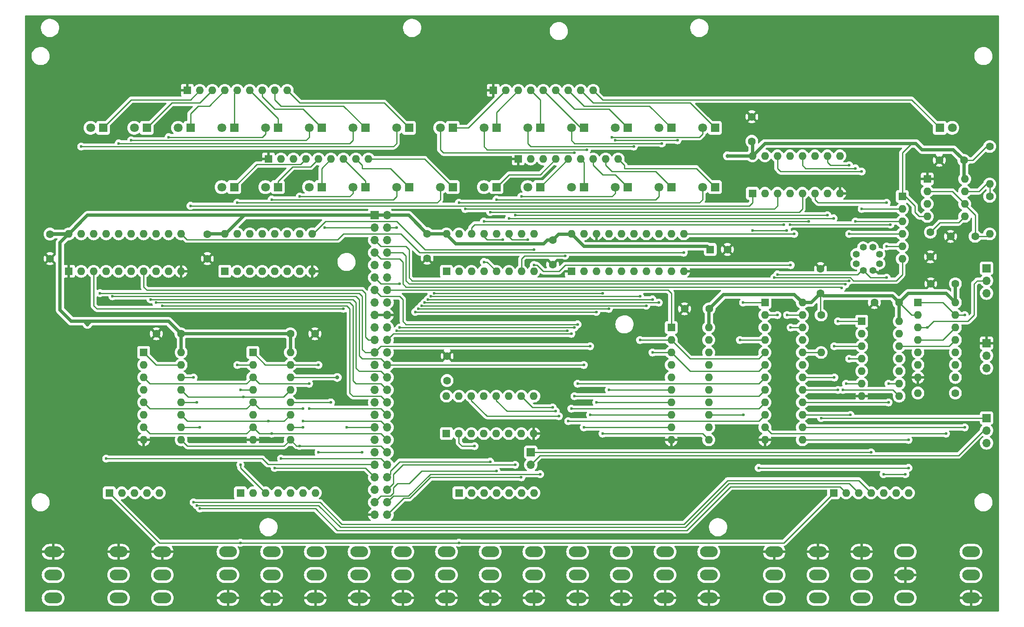
<source format=gbr>
%TF.GenerationSoftware,KiCad,Pcbnew,7.0.9*%
%TF.CreationDate,2023-12-04T17:05:13-06:00*%
%TF.ProjectId,sbc6120-rbc-front-panel,73626336-3132-4302-9d72-62632d66726f,1.0*%
%TF.SameCoordinates,Original*%
%TF.FileFunction,Copper,L1,Top*%
%TF.FilePolarity,Positive*%
%FSLAX46Y46*%
G04 Gerber Fmt 4.6, Leading zero omitted, Abs format (unit mm)*
G04 Created by KiCad (PCBNEW 7.0.9) date 2023-12-04 17:05:13*
%MOMM*%
%LPD*%
G01*
G04 APERTURE LIST*
%TA.AperFunction,ComponentPad*%
%ADD10R,1.600000X1.600000*%
%TD*%
%TA.AperFunction,ComponentPad*%
%ADD11O,1.600000X1.600000*%
%TD*%
%TA.AperFunction,ComponentPad*%
%ADD12R,1.800000X1.800000*%
%TD*%
%TA.AperFunction,ComponentPad*%
%ADD13C,1.800000*%
%TD*%
%TA.AperFunction,ComponentPad*%
%ADD14O,3.600000X2.200000*%
%TD*%
%TA.AperFunction,ComponentPad*%
%ADD15C,1.600000*%
%TD*%
%TA.AperFunction,ComponentPad*%
%ADD16R,1.700000X1.700000*%
%TD*%
%TA.AperFunction,ComponentPad*%
%ADD17O,1.700000X1.700000*%
%TD*%
%TA.AperFunction,ComponentPad*%
%ADD18C,1.408000*%
%TD*%
%TA.AperFunction,ViaPad*%
%ADD19C,0.600000*%
%TD*%
%TA.AperFunction,ViaPad*%
%ADD20C,0.800000*%
%TD*%
%TA.AperFunction,Conductor*%
%ADD21C,0.250000*%
%TD*%
%TA.AperFunction,Conductor*%
%ADD22C,0.700000*%
%TD*%
G04 APERTURE END LIST*
D10*
%TO.P,U9,1,E1*%
%TO.N,Net-(U10-E1)*%
X74930000Y-93980000D03*
D11*
%TO.P,U9,2,I1*%
%TO.N,/control-logic/~{BOOT SW}*%
X74930000Y-96520000D03*
%TO.P,U9,3,O1*%
%TO.N,DX0*%
X74930000Y-99060000D03*
%TO.P,U9,4,I2*%
%TO.N,/control-logic/~{LOAD ADDR SW}*%
X74930000Y-101600000D03*
%TO.P,U9,5,O2*%
%TO.N,DX1*%
X74930000Y-104140000D03*
%TO.P,U9,6,I3*%
%TO.N,/control-logic/~{LOAD EXTD ADDR SW}*%
X74930000Y-106680000D03*
%TO.P,U9,7,O3*%
%TO.N,DX2*%
X74930000Y-109220000D03*
%TO.P,U9,8,GND*%
%TO.N,GND*%
X74930000Y-111760000D03*
%TO.P,U9,9,O4*%
%TO.N,DX3*%
X82550000Y-111760000D03*
%TO.P,U9,10,I4*%
%TO.N,/control-logic/~{CLEAR SW}*%
X82550000Y-109220000D03*
%TO.P,U9,11,O5*%
%TO.N,DX4*%
X82550000Y-106680000D03*
%TO.P,U9,12,I5*%
%TO.N,/control-logic/~{CONT SW}*%
X82550000Y-104140000D03*
%TO.P,U9,13,O6*%
%TO.N,DX5*%
X82550000Y-101600000D03*
%TO.P,U9,14,I6*%
%TO.N,/control-logic/~{EXAM SW}*%
X82550000Y-99060000D03*
%TO.P,U9,15,E2*%
%TO.N,Net-(U10-E1)*%
X82550000Y-96520000D03*
%TO.P,U9,16,VCC*%
%TO.N,VCC*%
X82550000Y-93980000D03*
%TD*%
D12*
%TO.P,D16,1,K*%
%TO.N,Net-(D16-K)*%
X93345000Y-60325000D03*
D13*
%TO.P,D16,2,A*%
%TO.N,Net-(D16-A)*%
X90805000Y-60325000D03*
%TD*%
D12*
%TO.P,D7,1,K*%
%TO.N,Net-(D7-K)*%
X120015000Y-48260000D03*
D13*
%TO.P,D7,2,A*%
%TO.N,Net-(D7-A)*%
X117475000Y-48260000D03*
%TD*%
D14*
%TO.P,SW10,1,A*%
%TO.N,GND*%
X172085000Y-143955000D03*
%TO.P,SW10,2,B*%
%TO.N,Net-(RN6-R4)*%
X172085000Y-139255000D03*
%TO.P,SW10,3*%
%TO.N,N/C*%
X172085000Y-134555000D03*
%TD*%
D12*
%TO.P,D14,1,K*%
%TO.N,Net-(D14-K)*%
X182245000Y-48260000D03*
D13*
%TO.P,D14,2,A*%
%TO.N,Net-(D14-A)*%
X179705000Y-48260000D03*
%TD*%
D15*
%TO.P,C4,1*%
%TO.N,VCC*%
X55880000Y-69890000D03*
%TO.P,C4,2*%
%TO.N,GND*%
X55880000Y-74890000D03*
%TD*%
D12*
%TO.P,D4,1,K*%
%TO.N,Net-(D4-K)*%
X93345000Y-48260000D03*
D13*
%TO.P,D4,2,A*%
%TO.N,Net-(D4-A)*%
X90805000Y-48260000D03*
%TD*%
D10*
%TO.P,RN8,1,common*%
%TO.N,VCC*%
X215265000Y-122555000D03*
D11*
%TO.P,RN8,2,R1*%
%TO.N,/control-logic/~{CLEAR SW}*%
X217805000Y-122555000D03*
%TO.P,RN8,3,R2*%
%TO.N,/control-logic/~{CONT SW}*%
X220345000Y-122555000D03*
%TO.P,RN8,4,R3*%
%TO.N,/control-logic/~{EXAM SW}*%
X222885000Y-122555000D03*
%TO.P,RN8,5,R4*%
%TO.N,/control-logic/HALT*%
X225425000Y-122555000D03*
%TO.P,RN8,6,R5*%
%TO.N,/control-logic/RUN*%
X227965000Y-122555000D03*
%TO.P,RN8,7,R6*%
%TO.N,/control-logic/~{DEP SW}*%
X230505000Y-122555000D03*
%TD*%
D15*
%TO.P,C3,1*%
%TO.N,VCC*%
X87884000Y-69890000D03*
%TO.P,C3,2*%
%TO.N,GND*%
X87884000Y-74890000D03*
%TD*%
%TO.P,C2,1*%
%TO.N,VCC*%
X132588000Y-69810000D03*
%TO.P,C2,2*%
%TO.N,GND*%
X132588000Y-74810000D03*
%TD*%
D10*
%TO.P,U3,1,~{Mr}*%
%TO.N,VCC*%
X91440000Y-77470000D03*
D11*
%TO.P,U3,2,Q0*%
%TO.N,Net-(D16-A)*%
X93980000Y-77470000D03*
%TO.P,U3,3,D0*%
%TO.N,DX0*%
X96520000Y-77470000D03*
%TO.P,U3,4,D1*%
%TO.N,DX1*%
X99060000Y-77470000D03*
%TO.P,U3,5,Q1*%
%TO.N,Net-(D17-A)*%
X101600000Y-77470000D03*
%TO.P,U3,6,D2*%
%TO.N,DX2*%
X104140000Y-77470000D03*
%TO.P,U3,7,Q2*%
%TO.N,Net-(D18-A)*%
X106680000Y-77470000D03*
%TO.P,U3,8,GND*%
%TO.N,GND*%
X109220000Y-77470000D03*
%TO.P,U3,9,Cp*%
%TO.N,CLK DATA DISP H*%
X109220000Y-69850000D03*
%TO.P,U3,10,Q3*%
%TO.N,Net-(D19-A)*%
X106680000Y-69850000D03*
%TO.P,U3,11,D3*%
%TO.N,DX3*%
X104140000Y-69850000D03*
%TO.P,U3,12,Q4*%
%TO.N,Net-(D20-A)*%
X101600000Y-69850000D03*
%TO.P,U3,13,D4*%
%TO.N,DX4*%
X99060000Y-69850000D03*
%TO.P,U3,14,D5*%
%TO.N,DX5*%
X96520000Y-69850000D03*
%TO.P,U3,15,Q5*%
%TO.N,Net-(D21-A)*%
X93980000Y-69850000D03*
%TO.P,U3,16,VCC*%
%TO.N,VCC*%
X91440000Y-69850000D03*
%TD*%
D15*
%TO.P,C10,1*%
%TO.N,VCC*%
X228560000Y-83820000D03*
%TO.P,C10,2*%
%TO.N,GND*%
X223560000Y-83820000D03*
%TD*%
D14*
%TO.P,SW17,1,A*%
%TO.N,GND*%
X212090000Y-134555000D03*
%TO.P,SW17,2,B*%
%TO.N,/control-logic/~{CONT SW}*%
X212090000Y-139255000D03*
%TO.P,SW17,3*%
%TO.N,N/C*%
X212090000Y-143955000D03*
%TD*%
D12*
%TO.P,D23,1,K*%
%TO.N,Net-(D23-K)*%
X155575000Y-60325000D03*
D13*
%TO.P,D23,2,A*%
%TO.N,Net-(D23-A)*%
X153035000Y-60325000D03*
%TD*%
D10*
%TO.P,RN4,1,common*%
%TO.N,GND*%
X151130000Y-54610000D03*
D11*
%TO.P,RN4,2,R1*%
%TO.N,unconnected-(RN4-R1-Pad2)*%
X153670000Y-54610000D03*
%TO.P,RN4,3,R2*%
%TO.N,unconnected-(RN4-R2-Pad3)*%
X156210000Y-54610000D03*
%TO.P,RN4,4,R3*%
%TO.N,Net-(D22-K)*%
X158750000Y-54610000D03*
%TO.P,RN4,5,R4*%
%TO.N,Net-(D23-K)*%
X161290000Y-54610000D03*
%TO.P,RN4,6,R5*%
%TO.N,Net-(D24-K)*%
X163830000Y-54610000D03*
%TO.P,RN4,7,R6*%
%TO.N,Net-(D25-K)*%
X166370000Y-54610000D03*
%TO.P,RN4,8,R7*%
%TO.N,Net-(D26-K)*%
X168910000Y-54610000D03*
%TO.P,RN4,9,R8*%
%TO.N,Net-(D27-K)*%
X171450000Y-54610000D03*
%TD*%
D10*
%TO.P,U12,1*%
%TO.N,Net-(U7-IO7)*%
X220980000Y-87630000D03*
D11*
%TO.P,U12,2*%
%TO.N,/control-logic/~{CPREQ}*%
X220980000Y-90170000D03*
%TO.P,U12,3*%
%TO.N,Net-(U7-IO6)*%
X220980000Y-92710000D03*
%TO.P,U12,4*%
%TO.N,SKIP L*%
X220980000Y-95250000D03*
%TO.P,U12,5*%
%TO.N,Net-(U7-IO9)*%
X220980000Y-97790000D03*
%TO.P,U12,6*%
%TO.N,C1 L*%
X220980000Y-100330000D03*
%TO.P,U12,7,GND*%
%TO.N,GND*%
X220980000Y-102870000D03*
%TO.P,U12,8*%
%TO.N,C0 L*%
X228600000Y-102870000D03*
%TO.P,U12,9*%
%TO.N,Net-(U7-IO8)*%
X228600000Y-100330000D03*
%TO.P,U12,10*%
%TO.N,/control-logic/HALT*%
X228600000Y-97790000D03*
%TO.P,U12,11*%
%TO.N,/control-logic/RUN*%
X228600000Y-95250000D03*
%TO.P,U12,12*%
X228600000Y-92710000D03*
%TO.P,U12,13*%
%TO.N,/control-logic/HALT*%
X228600000Y-90170000D03*
%TO.P,U12,14,VCC*%
%TO.N,VCC*%
X228600000Y-87630000D03*
%TD*%
D14*
%TO.P,SW2,1,A*%
%TO.N,GND*%
X100965000Y-143955000D03*
%TO.P,SW2,2,B*%
%TO.N,Net-(RN5-R2)*%
X100965000Y-139255000D03*
%TO.P,SW2,3*%
%TO.N,N/C*%
X100965000Y-134555000D03*
%TD*%
%TO.P,SW12,1,A*%
%TO.N,GND*%
X189865000Y-143955000D03*
%TO.P,SW12,2,B*%
%TO.N,Net-(RN6-R6)*%
X189865000Y-139255000D03*
%TO.P,SW12,3*%
%TO.N,N/C*%
X189865000Y-134555000D03*
%TD*%
%TO.P,SW11,1,A*%
%TO.N,GND*%
X180975000Y-143955000D03*
%TO.P,SW11,2,B*%
%TO.N,Net-(RN6-R5)*%
X180975000Y-139255000D03*
%TO.P,SW11,3*%
%TO.N,N/C*%
X180975000Y-134555000D03*
%TD*%
D10*
%TO.P,U11,1,~{R}*%
%TO.N,Net-(U11A-~{R})*%
X232410000Y-83820000D03*
D11*
%TO.P,U11,2,D*%
%TO.N,VCC*%
X232410000Y-86360000D03*
%TO.P,U11,3,C*%
%TO.N,Net-(SW23-B)*%
X232410000Y-88900000D03*
%TO.P,U11,4,~{S}*%
%TO.N,VCC*%
X232410000Y-91440000D03*
%TO.P,U11,5,Q*%
%TO.N,Net-(U11A-Q)*%
X232410000Y-93980000D03*
%TO.P,U11,6,~{Q}*%
%TO.N,unconnected-(U11A-~{Q}-Pad6)*%
X232410000Y-96520000D03*
%TO.P,U11,7,GND*%
%TO.N,GND*%
X232410000Y-99060000D03*
%TO.P,U11,8,~{Q}*%
%TO.N,unconnected-(U11B-~{Q}-Pad8)*%
X240030000Y-99060000D03*
%TO.P,U11,9,Q*%
%TO.N,Net-(U11B-Q)*%
X240030000Y-96520000D03*
%TO.P,U11,10,~{S}*%
%TO.N,VCC*%
X240030000Y-93980000D03*
%TO.P,U11,11,C*%
%TO.N,/control-logic/RUN*%
X240030000Y-91440000D03*
%TO.P,U11,12,D*%
%TO.N,VCC*%
X240030000Y-88900000D03*
%TO.P,U11,13,~{R}*%
%TO.N,Net-(U11A-~{R})*%
X240030000Y-86360000D03*
%TO.P,U11,14,VCC*%
%TO.N,VCC*%
X240030000Y-83820000D03*
%TD*%
D10*
%TO.P,U10,1,E1*%
%TO.N,Net-(U10-E1)*%
X198755000Y-61595000D03*
D11*
%TO.P,U10,2,I1*%
%TO.N,/control-logic/~{DEP SW}*%
X201295000Y-61595000D03*
%TO.P,U10,3,O1*%
%TO.N,DX6*%
X203835000Y-61595000D03*
%TO.P,U10,4,I2*%
%TO.N,/control-logic/RUN*%
X206375000Y-61595000D03*
%TO.P,U10,5,O2*%
%TO.N,DX7*%
X208915000Y-61595000D03*
%TO.P,U10,6,I3*%
%TO.N,/control-logic/~{MD DISP}*%
X211455000Y-61595000D03*
%TO.P,U10,7,O3*%
%TO.N,DX8*%
X213995000Y-61595000D03*
%TO.P,U10,8,GND*%
%TO.N,GND*%
X216535000Y-61595000D03*
%TO.P,U10,9,O4*%
%TO.N,DX9*%
X216535000Y-53975000D03*
%TO.P,U10,10,I4*%
%TO.N,/control-logic/~{MQ DISP}*%
X213995000Y-53975000D03*
%TO.P,U10,11,O5*%
%TO.N,DX10*%
X211455000Y-53975000D03*
%TO.P,U10,12,I5*%
%TO.N,/control-logic/~{AC DISP}*%
X208915000Y-53975000D03*
%TO.P,U10,13,O6*%
%TO.N,DX11*%
X206375000Y-53975000D03*
%TO.P,U10,14,I6*%
%TO.N,/control-logic/~{STATUS DISP}*%
X203835000Y-53975000D03*
%TO.P,U10,15,E2*%
%TO.N,Net-(U10-E1)*%
X201295000Y-53975000D03*
%TO.P,U10,16,VCC*%
%TO.N,VCC*%
X198755000Y-53975000D03*
%TD*%
D14*
%TO.P,SW5,1,A*%
%TO.N,GND*%
X127635000Y-143955000D03*
%TO.P,SW5,2,B*%
%TO.N,Net-(RN5-R5)*%
X127635000Y-139255000D03*
%TO.P,SW5,3*%
%TO.N,N/C*%
X127635000Y-134555000D03*
%TD*%
D12*
%TO.P,D10,1,K*%
%TO.N,Net-(D10-K)*%
X146685000Y-48260000D03*
D13*
%TO.P,D10,2,A*%
%TO.N,Net-(D10-A)*%
X144145000Y-48260000D03*
%TD*%
D10*
%TO.P,RN2,1,common*%
%TO.N,GND*%
X146050000Y-40640000D03*
D11*
%TO.P,RN2,2,R1*%
%TO.N,Net-(D9-K)*%
X148590000Y-40640000D03*
%TO.P,RN2,3,R2*%
%TO.N,Net-(D10-K)*%
X151130000Y-40640000D03*
%TO.P,RN2,4,R3*%
%TO.N,Net-(D11-K)*%
X153670000Y-40640000D03*
%TO.P,RN2,5,R4*%
%TO.N,Net-(D12-K)*%
X156210000Y-40640000D03*
%TO.P,RN2,6,R5*%
%TO.N,Net-(D13-K)*%
X158750000Y-40640000D03*
%TO.P,RN2,7,R6*%
%TO.N,Net-(D14-K)*%
X161290000Y-40640000D03*
%TO.P,RN2,8,R7*%
%TO.N,Net-(D15-K)*%
X163830000Y-40640000D03*
%TO.P,RN2,9,R8*%
%TO.N,RUN LED*%
X166370000Y-40640000D03*
%TD*%
D14*
%TO.P,SW20,1,A*%
%TO.N,/control-logic/RUN*%
X229870000Y-143955000D03*
%TO.P,SW20,2,B*%
%TO.N,GND*%
X229870000Y-139255000D03*
%TO.P,SW20,3,C*%
%TO.N,/control-logic/HALT*%
X229870000Y-134555000D03*
%TD*%
D12*
%TO.P,D18,1,K*%
%TO.N,Net-(D18-K)*%
X111125000Y-60325000D03*
D13*
%TO.P,D18,2,A*%
%TO.N,Net-(D18-A)*%
X108585000Y-60325000D03*
%TD*%
D12*
%TO.P,D5,1,K*%
%TO.N,Net-(D5-K)*%
X102235000Y-48260000D03*
D13*
%TO.P,D5,2,A*%
%TO.N,Net-(D5-A)*%
X99695000Y-48260000D03*
%TD*%
D12*
%TO.P,D21,1,K*%
%TO.N,Net-(D21-K)*%
X137795000Y-60325000D03*
D13*
%TO.P,D21,2,A*%
%TO.N,Net-(D21-A)*%
X135255000Y-60325000D03*
%TD*%
D12*
%TO.P,D22,1,K*%
%TO.N,Net-(D22-K)*%
X146685000Y-60325000D03*
D13*
%TO.P,D22,2,A*%
%TO.N,Net-(D22-A)*%
X144145000Y-60325000D03*
%TD*%
D12*
%TO.P,D9,1,K*%
%TO.N,Net-(D9-K)*%
X137795000Y-48260000D03*
D13*
%TO.P,D9,2,A*%
%TO.N,Net-(D9-A)*%
X135255000Y-48260000D03*
%TD*%
D14*
%TO.P,SW6,1,A*%
%TO.N,GND*%
X136525000Y-143955000D03*
%TO.P,SW6,2,B*%
%TO.N,Net-(RN5-R6)*%
X136525000Y-139255000D03*
%TO.P,SW6,3*%
%TO.N,N/C*%
X136525000Y-134555000D03*
%TD*%
D15*
%TO.P,C5,1*%
%TO.N,VCC*%
X158115000Y-71120000D03*
%TO.P,C5,2*%
%TO.N,GND*%
X158115000Y-76120000D03*
%TD*%
D10*
%TO.P,C16,1*%
%TO.N,VCC*%
X190175000Y-73025000D03*
D15*
%TO.P,C16,2*%
%TO.N,GND*%
X193675000Y-73025000D03*
%TD*%
D14*
%TO.P,SW8,1,A*%
%TO.N,GND*%
X154305000Y-143955000D03*
%TO.P,SW8,2,B*%
%TO.N,Net-(RN6-R2)*%
X154305000Y-139255000D03*
%TO.P,SW8,3*%
%TO.N,N/C*%
X154305000Y-134555000D03*
%TD*%
D10*
%TO.P,U4,1,~{Mr}*%
%TO.N,VCC*%
X136525000Y-77470000D03*
D11*
%TO.P,U4,2,Q0*%
%TO.N,Net-(D22-A)*%
X139065000Y-77470000D03*
%TO.P,U4,3,D0*%
%TO.N,DX6*%
X141605000Y-77470000D03*
%TO.P,U4,4,D1*%
%TO.N,DX7*%
X144145000Y-77470000D03*
%TO.P,U4,5,Q1*%
%TO.N,Net-(D23-A)*%
X146685000Y-77470000D03*
%TO.P,U4,6,D2*%
%TO.N,DX8*%
X149225000Y-77470000D03*
%TO.P,U4,7,Q2*%
%TO.N,Net-(D24-A)*%
X151765000Y-77470000D03*
%TO.P,U4,8,GND*%
%TO.N,GND*%
X154305000Y-77470000D03*
%TO.P,U4,9,Cp*%
%TO.N,CLK DATA DISP H*%
X154305000Y-69850000D03*
%TO.P,U4,10,Q3*%
%TO.N,Net-(D25-A)*%
X151765000Y-69850000D03*
%TO.P,U4,11,D3*%
%TO.N,DX9*%
X149225000Y-69850000D03*
%TO.P,U4,12,Q4*%
%TO.N,Net-(D26-A)*%
X146685000Y-69850000D03*
%TO.P,U4,13,D4*%
%TO.N,DX10*%
X144145000Y-69850000D03*
%TO.P,U4,14,D5*%
%TO.N,DX11*%
X141605000Y-69850000D03*
%TO.P,U4,15,Q5*%
%TO.N,Net-(D27-A)*%
X139065000Y-69850000D03*
%TO.P,U4,16,VCC*%
%TO.N,VCC*%
X136525000Y-69850000D03*
%TD*%
D15*
%TO.P,C7,1*%
%TO.N,VCC*%
X198628000Y-51014000D03*
%TO.P,C7,2*%
%TO.N,GND*%
X198628000Y-46014000D03*
%TD*%
D12*
%TO.P,D6,1,K*%
%TO.N,Net-(D6-K)*%
X111125000Y-48260000D03*
D13*
%TO.P,D6,2,A*%
%TO.N,Net-(D6-A)*%
X108585000Y-48260000D03*
%TD*%
D10*
%TO.P,U2,1,OE*%
%TO.N,GND*%
X161925000Y-77470000D03*
D11*
%TO.P,U2,2,O0*%
%TO.N,Net-(D9-A)*%
X164465000Y-77470000D03*
%TO.P,U2,3,D0*%
%TO.N,MA5*%
X167005000Y-77470000D03*
%TO.P,U2,4,D1*%
%TO.N,MA6*%
X169545000Y-77470000D03*
%TO.P,U2,5,O1*%
%TO.N,Net-(D10-A)*%
X172085000Y-77470000D03*
%TO.P,U2,6,O2*%
%TO.N,Net-(D11-A)*%
X174625000Y-77470000D03*
%TO.P,U2,7,D2*%
%TO.N,MA7*%
X177165000Y-77470000D03*
%TO.P,U2,8,D3*%
%TO.N,MA8*%
X179705000Y-77470000D03*
%TO.P,U2,9,O3*%
%TO.N,Net-(D12-A)*%
X182245000Y-77470000D03*
%TO.P,U2,10,GND*%
%TO.N,GND*%
X184785000Y-77470000D03*
%TO.P,U2,11,LE*%
%TO.N,CLK ADDR DISP H*%
X184785000Y-69850000D03*
%TO.P,U2,12,O4*%
%TO.N,Net-(D13-A)*%
X182245000Y-69850000D03*
%TO.P,U2,13,D4*%
%TO.N,MA9*%
X179705000Y-69850000D03*
%TO.P,U2,14,D5*%
%TO.N,MA10*%
X177165000Y-69850000D03*
%TO.P,U2,15,O5*%
%TO.N,Net-(D14-A)*%
X174625000Y-69850000D03*
%TO.P,U2,16,O6*%
%TO.N,Net-(D15-A)*%
X172085000Y-69850000D03*
%TO.P,U2,17,D6*%
%TO.N,MA11*%
X169545000Y-69850000D03*
%TO.P,U2,18,D7*%
%TO.N,GND*%
X167005000Y-69850000D03*
%TO.P,U2,19,O7*%
%TO.N,unconnected-(U2-O7-Pad19)*%
X164465000Y-69850000D03*
%TO.P,U2,20,VCC*%
%TO.N,VCC*%
X161925000Y-69850000D03*
%TD*%
D14*
%TO.P,SW13,1,A*%
%TO.N,GND*%
X56515000Y-134555000D03*
%TO.P,SW13,2,B*%
%TO.N,/control-logic/~{BOOT SW}*%
X56515000Y-139255000D03*
%TO.P,SW13,3*%
%TO.N,N/C*%
X56515000Y-143955000D03*
%TD*%
D15*
%TO.P,R2,1*%
%TO.N,Net-(U8-DIS)*%
X247015000Y-62230000D03*
D11*
%TO.P,R2,2*%
%TO.N,Net-(U8-THR)*%
X247015000Y-69850000D03*
%TD*%
D12*
%TO.P,D8,1,K*%
%TO.N,Net-(D8-K)*%
X128905000Y-48260000D03*
D13*
%TO.P,D8,2,A*%
%TO.N,Net-(D8-A)*%
X126365000Y-48260000D03*
%TD*%
D14*
%TO.P,SW9,1,A*%
%TO.N,GND*%
X163195000Y-143955000D03*
%TO.P,SW9,2,B*%
%TO.N,Net-(RN6-R3)*%
X163195000Y-139255000D03*
%TO.P,SW9,3*%
%TO.N,N/C*%
X163195000Y-134555000D03*
%TD*%
D15*
%TO.P,C13,1*%
%TO.N,VCC*%
X136652000Y-99695000D03*
%TO.P,C13,2*%
%TO.N,GND*%
X136652000Y-94695000D03*
%TD*%
D10*
%TO.P,U6,1,E1*%
%TO.N,RD SR L*%
X136515000Y-110490000D03*
D11*
%TO.P,U6,2,I1*%
%TO.N,Net-(RN6-R1)*%
X139055000Y-110490000D03*
%TO.P,U6,3,O1*%
%TO.N,DX6*%
X141595000Y-110490000D03*
%TO.P,U6,4,I2*%
%TO.N,Net-(RN6-R2)*%
X144135000Y-110490000D03*
%TO.P,U6,5,O2*%
%TO.N,DX7*%
X146675000Y-110490000D03*
%TO.P,U6,6,I3*%
%TO.N,Net-(RN6-R3)*%
X149215000Y-110490000D03*
%TO.P,U6,7,O3*%
%TO.N,DX8*%
X151755000Y-110490000D03*
%TO.P,U6,8,GND*%
%TO.N,GND*%
X154295000Y-110490000D03*
%TO.P,U6,9,O4*%
%TO.N,DX9*%
X154295000Y-102870000D03*
%TO.P,U6,10,I4*%
%TO.N,Net-(RN6-R4)*%
X151755000Y-102870000D03*
%TO.P,U6,11,O5*%
%TO.N,DX10*%
X149215000Y-102870000D03*
%TO.P,U6,12,I5*%
%TO.N,Net-(RN6-R5)*%
X146675000Y-102870000D03*
%TO.P,U6,13,O6*%
%TO.N,DX11*%
X144135000Y-102870000D03*
%TO.P,U6,14,I6*%
%TO.N,Net-(RN6-R6)*%
X141595000Y-102870000D03*
%TO.P,U6,15,E2*%
%TO.N,RD SR L*%
X139055000Y-102870000D03*
%TO.P,U6,16,VCC*%
%TO.N,VCC*%
X136515000Y-102870000D03*
%TD*%
D12*
%TO.P,D2,1,K*%
%TO.N,Net-(D2-K)*%
X75565000Y-48260000D03*
D13*
%TO.P,D2,2,A*%
%TO.N,Net-(D2-A)*%
X73025000Y-48260000D03*
%TD*%
D16*
%TO.P,SW23,1,A*%
%TO.N,Net-(SW23-A)*%
X246380000Y-76835000D03*
D17*
%TO.P,SW23,2,B*%
%TO.N,Net-(SW23-B)*%
X246380000Y-79375000D03*
%TO.P,SW23,3*%
%TO.N,N/C*%
X246380000Y-81915000D03*
%TD*%
D12*
%TO.P,D17,1,K*%
%TO.N,Net-(D17-K)*%
X102235000Y-60325000D03*
D13*
%TO.P,D17,2,A*%
%TO.N,Net-(D17-A)*%
X99695000Y-60325000D03*
%TD*%
D10*
%TO.P,U8,1,GND*%
%TO.N,GND*%
X234315000Y-58674000D03*
D11*
%TO.P,U8,2,TR*%
%TO.N,Net-(U8-THR)*%
X234315000Y-61214000D03*
%TO.P,U8,3,Q*%
%TO.N,Net-(SW23-A)*%
X234315000Y-63754000D03*
%TO.P,U8,4,R*%
%TO.N,VCC*%
X234315000Y-66294000D03*
%TO.P,U8,5,CV*%
%TO.N,Net-(U8-CV)*%
X241935000Y-66294000D03*
%TO.P,U8,6,THR*%
%TO.N,Net-(U8-THR)*%
X241935000Y-63754000D03*
%TO.P,U8,7,DIS*%
%TO.N,Net-(U8-DIS)*%
X241935000Y-61214000D03*
%TO.P,U8,8,VCC*%
%TO.N,VCC*%
X241935000Y-58674000D03*
%TD*%
D15*
%TO.P,C1,1*%
%TO.N,Net-(U8-CV)*%
X234950000Y-69509000D03*
%TO.P,C1,2*%
%TO.N,GND*%
X234950000Y-74509000D03*
%TD*%
D10*
%TO.P,RN7,1,common*%
%TO.N,VCC*%
X67945000Y-122555000D03*
D11*
%TO.P,RN7,2,R1*%
%TO.N,/control-logic/~{BOOT SW}*%
X70485000Y-122555000D03*
%TO.P,RN7,3,R2*%
%TO.N,/control-logic/~{LOAD ADDR SW}*%
X73025000Y-122555000D03*
%TO.P,RN7,4,R3*%
%TO.N,/control-logic/~{LOAD EXTD ADDR SW}*%
X75565000Y-122555000D03*
%TO.P,RN7,5,R4*%
%TO.N,unconnected-(RN7-R4-Pad5)*%
X78105000Y-122555000D03*
%TD*%
D10*
%TO.P,RN9,1,common*%
%TO.N,VCC*%
X229235000Y-62230000D03*
D11*
%TO.P,RN9,2,R1*%
%TO.N,/control-logic/~{STATUS DISP}*%
X229235000Y-64770000D03*
%TO.P,RN9,3,R2*%
%TO.N,/control-logic/~{AC DISP}*%
X229235000Y-67310000D03*
%TO.P,RN9,4,R3*%
%TO.N,/control-logic/~{MQ DISP}*%
X229235000Y-69850000D03*
%TO.P,RN9,5,R4*%
%TO.N,/control-logic/~{MD DISP}*%
X229235000Y-72390000D03*
%TO.P,RN9,6,R5*%
%TO.N,/control-logic/~{PANEL LOCK}*%
X229235000Y-74930000D03*
%TD*%
D18*
%TO.P,SW21,*%
%TO.N,*%
X224596654Y-73957984D03*
X224596587Y-75901988D03*
X223221988Y-72583413D03*
%TO.P,SW21,1,1*%
%TO.N,/control-logic/~{MD DISP}*%
X221278012Y-77276587D03*
%TO.P,SW21,2,2*%
%TO.N,/control-logic/~{MQ DISP}*%
X219903346Y-75902016D03*
%TO.P,SW21,3,3*%
%TO.N,/control-logic/~{AC DISP}*%
X219903413Y-73958012D03*
%TO.P,SW21,4,4*%
%TO.N,/control-logic/~{STATUS DISP}*%
X221277984Y-72583346D03*
%TO.P,SW21,C,C*%
%TO.N,GND*%
X223222016Y-77276654D03*
%TD*%
D15*
%TO.P,C15,1*%
%TO.N,VCC*%
X82510000Y-90170000D03*
%TO.P,C15,2*%
%TO.N,GND*%
X77510000Y-90170000D03*
%TD*%
D14*
%TO.P,SW1,1,A*%
%TO.N,GND*%
X92075000Y-143955000D03*
%TO.P,SW1,2,B*%
%TO.N,Net-(RN5-R1)*%
X92075000Y-139255000D03*
%TO.P,SW1,3*%
%TO.N,N/C*%
X92075000Y-134555000D03*
%TD*%
%TO.P,SW18,1,A*%
%TO.N,GND*%
X220980000Y-134555000D03*
%TO.P,SW18,2,B*%
%TO.N,/control-logic/~{EXAM SW}*%
X220980000Y-139255000D03*
%TO.P,SW18,3*%
%TO.N,N/C*%
X220980000Y-143955000D03*
%TD*%
D15*
%TO.P,C9,1*%
%TO.N,VCC*%
X240030000Y-80010000D03*
%TO.P,C9,2*%
%TO.N,GND*%
X235030000Y-80010000D03*
%TD*%
D12*
%TO.P,D19,1,K*%
%TO.N,Net-(D19-K)*%
X120015000Y-60325000D03*
D13*
%TO.P,D19,2,A*%
%TO.N,Net-(D19-A)*%
X117475000Y-60325000D03*
%TD*%
D12*
%TO.P,D1,1,K*%
%TO.N,Net-(D1-K)*%
X66675000Y-48260000D03*
D13*
%TO.P,D1,2,A*%
%TO.N,Net-(D1-A)*%
X64135000Y-48260000D03*
%TD*%
D14*
%TO.P,SW3,1,A*%
%TO.N,GND*%
X109855000Y-143955000D03*
%TO.P,SW3,2,B*%
%TO.N,Net-(RN5-R3)*%
X109855000Y-139255000D03*
%TO.P,SW3,3*%
%TO.N,N/C*%
X109855000Y-134555000D03*
%TD*%
D12*
%TO.P,D20,1,K*%
%TO.N,Net-(D20-K)*%
X128905000Y-60325000D03*
D13*
%TO.P,D20,2,A*%
%TO.N,Net-(D20-A)*%
X126365000Y-60325000D03*
%TD*%
D12*
%TO.P,D25,1,K*%
%TO.N,Net-(D25-K)*%
X173355000Y-60325000D03*
D13*
%TO.P,D25,2,A*%
%TO.N,Net-(D25-A)*%
X170815000Y-60325000D03*
%TD*%
D15*
%TO.P,R4,1*%
%TO.N,VCC*%
X212725000Y-86360000D03*
D11*
%TO.P,R4,2*%
%TO.N,/control-logic/~{CONSOLE BREAK REQ}*%
X212725000Y-93980000D03*
%TD*%
D10*
%TO.P,RN6,1,common*%
%TO.N,VCC*%
X139065000Y-122555000D03*
D11*
%TO.P,RN6,2,R1*%
%TO.N,Net-(RN6-R1)*%
X141605000Y-122555000D03*
%TO.P,RN6,3,R2*%
%TO.N,Net-(RN6-R2)*%
X144145000Y-122555000D03*
%TO.P,RN6,4,R3*%
%TO.N,Net-(RN6-R3)*%
X146685000Y-122555000D03*
%TO.P,RN6,5,R4*%
%TO.N,Net-(RN6-R4)*%
X149225000Y-122555000D03*
%TO.P,RN6,6,R5*%
%TO.N,Net-(RN6-R5)*%
X151765000Y-122555000D03*
%TO.P,RN6,7,R6*%
%TO.N,Net-(RN6-R6)*%
X154305000Y-122555000D03*
%TD*%
D10*
%TO.P,U1,1,OE*%
%TO.N,GND*%
X59690000Y-77470000D03*
D11*
%TO.P,U1,2,O0*%
%TO.N,Net-(D1-A)*%
X62230000Y-77470000D03*
%TO.P,U1,3,D0*%
%TO.N,EMA0*%
X64770000Y-77470000D03*
%TO.P,U1,4,D1*%
%TO.N,EMA1*%
X67310000Y-77470000D03*
%TO.P,U1,5,O1*%
%TO.N,Net-(D2-A)*%
X69850000Y-77470000D03*
%TO.P,U1,6,O2*%
%TO.N,Net-(D3-A)*%
X72390000Y-77470000D03*
%TO.P,U1,7,D2*%
%TO.N,EMA2*%
X74930000Y-77470000D03*
%TO.P,U1,8,D3*%
%TO.N,MA0*%
X77470000Y-77470000D03*
%TO.P,U1,9,O3*%
%TO.N,Net-(D4-A)*%
X80010000Y-77470000D03*
%TO.P,U1,10,GND*%
%TO.N,GND*%
X82550000Y-77470000D03*
%TO.P,U1,11,LE*%
%TO.N,CLK ADDR DISP H*%
X82550000Y-69850000D03*
%TO.P,U1,12,O4*%
%TO.N,Net-(D5-A)*%
X80010000Y-69850000D03*
%TO.P,U1,13,D4*%
%TO.N,MA1*%
X77470000Y-69850000D03*
%TO.P,U1,14,D5*%
%TO.N,MA2*%
X74930000Y-69850000D03*
%TO.P,U1,15,O5*%
%TO.N,Net-(D6-A)*%
X72390000Y-69850000D03*
%TO.P,U1,16,O6*%
%TO.N,Net-(D7-A)*%
X69850000Y-69850000D03*
%TO.P,U1,17,D6*%
%TO.N,MA3*%
X67310000Y-69850000D03*
%TO.P,U1,18,D7*%
%TO.N,MA4*%
X64770000Y-69850000D03*
%TO.P,U1,19,O7*%
%TO.N,Net-(D8-A)*%
X62230000Y-69850000D03*
%TO.P,U1,20,VCC*%
%TO.N,VCC*%
X59690000Y-69850000D03*
%TD*%
D15*
%TO.P,C14,1*%
%TO.N,VCC*%
X104775000Y-90170000D03*
%TO.P,C14,2*%
%TO.N,GND*%
X109775000Y-90170000D03*
%TD*%
D12*
%TO.P,D15,1,K*%
%TO.N,Net-(D15-K)*%
X191135000Y-48260000D03*
D13*
%TO.P,D15,2,A*%
%TO.N,Net-(D15-A)*%
X188595000Y-48260000D03*
%TD*%
D10*
%TO.P,U13,1,I1/CLK*%
%TO.N,LXDAR L*%
X182245000Y-88900000D03*
D11*
%TO.P,U13,2,I2*%
%TO.N,MA10*%
X182245000Y-91440000D03*
%TO.P,U13,3,I3*%
%TO.N,MA9*%
X182245000Y-93980000D03*
%TO.P,U13,4,I4*%
%TO.N,MA8*%
X182245000Y-96520000D03*
%TO.P,U13,5,I5*%
%TO.N,MA7*%
X182245000Y-99060000D03*
%TO.P,U13,6,I6*%
%TO.N,MA6*%
X182245000Y-101600000D03*
%TO.P,U13,7,I7*%
%TO.N,MA5*%
X182245000Y-104140000D03*
%TO.P,U13,8,I8*%
%TO.N,MA4*%
X182245000Y-106680000D03*
%TO.P,U13,9,I9*%
%TO.N,MA3*%
X182245000Y-109220000D03*
%TO.P,U13,10,GND*%
%TO.N,GND*%
X182245000Y-111760000D03*
%TO.P,U13,11,I10/~{OE}*%
%TO.N,MA11*%
X189865000Y-111760000D03*
%TO.P,U13,12,IO8*%
%TO.N,unconnected-(U13-IO8-Pad12)*%
X189865000Y-109220000D03*
%TO.P,U13,13,IO7*%
%TO.N,Net-(U13-IO7)*%
X189865000Y-106680000D03*
%TO.P,U13,14,IO6*%
%TO.N,unconnected-(U13-IO6-Pad14)*%
X189865000Y-104140000D03*
%TO.P,U13,15,IO5*%
%TO.N,unconnected-(U13-IO5-Pad15)*%
X189865000Y-101600000D03*
%TO.P,U13,16,IO4*%
%TO.N,unconnected-(U13-IO4-Pad16)*%
X189865000Y-99060000D03*
%TO.P,U13,17,I03*%
%TO.N,/control-logic/~{RUN LED L}*%
X189865000Y-96520000D03*
%TO.P,U13,18,IO2*%
%TO.N,/control-logic/RUN LED H*%
X189865000Y-93980000D03*
%TO.P,U13,19,IO1*%
%TO.N,unconnected-(U13-IO1-Pad19)*%
X189865000Y-91440000D03*
%TO.P,U13,20,VCC*%
%TO.N,VCC*%
X189865000Y-88900000D03*
%TD*%
D14*
%TO.P,SW4,1,A*%
%TO.N,GND*%
X118745000Y-143955000D03*
%TO.P,SW4,2,B*%
%TO.N,Net-(RN5-R4)*%
X118745000Y-139255000D03*
%TO.P,SW4,3*%
%TO.N,N/C*%
X118745000Y-134555000D03*
%TD*%
D15*
%TO.P,C11,1*%
%TO.N,VCC*%
X212598000Y-81915000D03*
%TO.P,C11,2*%
%TO.N,GND*%
X212598000Y-76915000D03*
%TD*%
D14*
%TO.P,SW19,1,A*%
%TO.N,GND*%
X243205000Y-143955000D03*
%TO.P,SW19,2,B*%
%TO.N,/control-logic/~{DEP SW}*%
X243205000Y-139255000D03*
%TO.P,SW19,3*%
%TO.N,N/C*%
X243205000Y-134555000D03*
%TD*%
D15*
%TO.P,C12,1*%
%TO.N,VCC*%
X189952000Y-85090000D03*
%TO.P,C12,2*%
%TO.N,GND*%
X184952000Y-85090000D03*
%TD*%
%TO.P,C6,1*%
%TO.N,Net-(U8-THR)*%
X244054000Y-70358000D03*
%TO.P,C6,2*%
%TO.N,GND*%
X239054000Y-70358000D03*
%TD*%
D16*
%TO.P,SW22,1,A*%
%TO.N,GND*%
X246380000Y-92075000D03*
D17*
%TO.P,SW22,2,B*%
%TO.N,/control-logic/~{PANEL LOCK}*%
X246380000Y-94615000D03*
%TO.P,SW22,3*%
%TO.N,N/C*%
X246380000Y-97155000D03*
%TD*%
D12*
%TO.P,D13,1,K*%
%TO.N,Net-(D13-K)*%
X173355000Y-48260000D03*
D13*
%TO.P,D13,2,A*%
%TO.N,Net-(D13-A)*%
X170815000Y-48260000D03*
%TD*%
D14*
%TO.P,SW15,1,A*%
%TO.N,GND*%
X78740000Y-134555000D03*
%TO.P,SW15,2,B*%
%TO.N,/control-logic/~{LOAD EXTD ADDR SW}*%
X78740000Y-139255000D03*
%TO.P,SW15,3*%
%TO.N,N/C*%
X78740000Y-143955000D03*
%TD*%
D12*
%TO.P,D12,1,K*%
%TO.N,Net-(D12-K)*%
X164465000Y-48260000D03*
D13*
%TO.P,D12,2,A*%
%TO.N,Net-(D12-A)*%
X161925000Y-48260000D03*
%TD*%
D10*
%TO.P,RN5,1,common*%
%TO.N,VCC*%
X94615000Y-122555000D03*
D11*
%TO.P,RN5,2,R1*%
%TO.N,Net-(RN5-R1)*%
X97155000Y-122555000D03*
%TO.P,RN5,3,R2*%
%TO.N,Net-(RN5-R2)*%
X99695000Y-122555000D03*
%TO.P,RN5,4,R3*%
%TO.N,Net-(RN5-R3)*%
X102235000Y-122555000D03*
%TO.P,RN5,5,R4*%
%TO.N,Net-(RN5-R4)*%
X104775000Y-122555000D03*
%TO.P,RN5,6,R5*%
%TO.N,Net-(RN5-R5)*%
X107315000Y-122555000D03*
%TO.P,RN5,7,R6*%
%TO.N,Net-(RN5-R6)*%
X109855000Y-122555000D03*
%TD*%
D16*
%TO.P,SW24,1,A*%
%TO.N,/control-logic/~{CONSOLE BREAK REQ}*%
X246380000Y-107315000D03*
D17*
%TO.P,SW24,2,B*%
%TO.N,Net-(J2-Pin_2)*%
X246380000Y-109855000D03*
%TO.P,SW24,3*%
%TO.N,N/C*%
X246380000Y-112395000D03*
%TD*%
D10*
%TO.P,RN1,1,common*%
%TO.N,GND*%
X83820000Y-40640000D03*
D11*
%TO.P,RN1,2,R1*%
%TO.N,Net-(D1-K)*%
X86360000Y-40640000D03*
%TO.P,RN1,3,R2*%
%TO.N,Net-(D2-K)*%
X88900000Y-40640000D03*
%TO.P,RN1,4,R3*%
%TO.N,Net-(D3-K)*%
X91440000Y-40640000D03*
%TO.P,RN1,5,R4*%
%TO.N,Net-(D4-K)*%
X93980000Y-40640000D03*
%TO.P,RN1,6,R5*%
%TO.N,Net-(D5-K)*%
X96520000Y-40640000D03*
%TO.P,RN1,7,R6*%
%TO.N,Net-(D6-K)*%
X99060000Y-40640000D03*
%TO.P,RN1,8,R7*%
%TO.N,Net-(D7-K)*%
X101600000Y-40640000D03*
%TO.P,RN1,9,R8*%
%TO.N,Net-(D8-K)*%
X104140000Y-40640000D03*
%TD*%
D12*
%TO.P,D24,1,K*%
%TO.N,Net-(D24-K)*%
X164465000Y-60325000D03*
D13*
%TO.P,D24,2,A*%
%TO.N,Net-(D24-A)*%
X161925000Y-60325000D03*
%TD*%
D12*
%TO.P,D28,1,K*%
%TO.N,RUN LED*%
X236855000Y-48260000D03*
D13*
%TO.P,D28,2,A*%
%TO.N,/control-logic/RUN LED H*%
X239395000Y-48260000D03*
%TD*%
D12*
%TO.P,D26,1,K*%
%TO.N,Net-(D26-K)*%
X182245000Y-60325000D03*
D13*
%TO.P,D26,2,A*%
%TO.N,Net-(D26-A)*%
X179705000Y-60325000D03*
%TD*%
D15*
%TO.P,C8,1*%
%TO.N,VCC*%
X241768000Y-54864000D03*
%TO.P,C8,2*%
%TO.N,GND*%
X236768000Y-54864000D03*
%TD*%
%TO.P,R1,1*%
%TO.N,VCC*%
X247015000Y-52070000D03*
D11*
%TO.P,R1,2*%
%TO.N,Net-(U8-DIS)*%
X247015000Y-59690000D03*
%TD*%
D10*
%TO.P,U5,1,E1*%
%TO.N,RD SR L*%
X97155000Y-93970000D03*
D11*
%TO.P,U5,2,I1*%
%TO.N,Net-(RN5-R1)*%
X97155000Y-96510000D03*
%TO.P,U5,3,O1*%
%TO.N,DX0*%
X97155000Y-99050000D03*
%TO.P,U5,4,I2*%
%TO.N,Net-(RN5-R2)*%
X97155000Y-101590000D03*
%TO.P,U5,5,O2*%
%TO.N,DX1*%
X97155000Y-104130000D03*
%TO.P,U5,6,I3*%
%TO.N,Net-(RN5-R3)*%
X97155000Y-106670000D03*
%TO.P,U5,7,O3*%
%TO.N,DX2*%
X97155000Y-109210000D03*
%TO.P,U5,8,GND*%
%TO.N,GND*%
X97155000Y-111750000D03*
%TO.P,U5,9,O4*%
%TO.N,DX3*%
X104775000Y-111750000D03*
%TO.P,U5,10,I4*%
%TO.N,Net-(RN5-R4)*%
X104775000Y-109210000D03*
%TO.P,U5,11,O5*%
%TO.N,DX4*%
X104775000Y-106670000D03*
%TO.P,U5,12,I5*%
%TO.N,Net-(RN5-R5)*%
X104775000Y-104130000D03*
%TO.P,U5,13,O6*%
%TO.N,DX5*%
X104775000Y-101590000D03*
%TO.P,U5,14,I6*%
%TO.N,Net-(RN5-R6)*%
X104775000Y-99050000D03*
%TO.P,U5,15,E2*%
%TO.N,RD SR L*%
X104775000Y-96510000D03*
%TO.P,U5,16,VCC*%
%TO.N,VCC*%
X104775000Y-93970000D03*
%TD*%
D14*
%TO.P,SW14,1,A*%
%TO.N,GND*%
X69850000Y-134555000D03*
%TO.P,SW14,2,B*%
%TO.N,/control-logic/~{LOAD ADDR SW}*%
X69850000Y-139255000D03*
%TO.P,SW14,3*%
%TO.N,N/C*%
X69850000Y-143955000D03*
%TD*%
D16*
%TO.P,J1,1,Pin_1*%
%TO.N,VCC*%
X121915000Y-66035000D03*
D17*
%TO.P,J1,2,Pin_2*%
X124455000Y-66035000D03*
%TO.P,J1,3,Pin_3*%
%TO.N,RD SR L*%
X121915000Y-68575000D03*
%TO.P,J1,4,Pin_4*%
%TO.N,WR SR L*%
X124455000Y-68575000D03*
%TO.P,J1,5,Pin_5*%
%TO.N,SKIP L*%
X121915000Y-71115000D03*
%TO.P,J1,6,Pin_6*%
%TO.N,BYTE READ L*%
X124455000Y-71115000D03*
%TO.P,J1,7,Pin_7*%
%TO.N,C0 L*%
X121915000Y-73655000D03*
%TO.P,J1,8,Pin_8*%
%TO.N,C1 L*%
X124455000Y-73655000D03*
%TO.P,J1,9,Pin_9*%
%TO.N,INTREQ L*%
X121915000Y-76195000D03*
%TO.P,J1,10,Pin_10*%
%TO.N,INTGNT L*%
X124455000Y-76195000D03*
%TO.P,J1,11,Pin_11*%
%TO.N,READ L*%
X121915000Y-78735000D03*
%TO.P,J1,12,Pin_12*%
%TO.N,IOCLR L*%
X124455000Y-78735000D03*
%TO.P,J1,13,Pin_13*%
%TO.N,WRITE L*%
X121915000Y-81275000D03*
%TO.P,J1,14,Pin_14*%
%TO.N,LXDAR L*%
X124455000Y-81275000D03*
%TO.P,J1,15,Pin_15*%
%TO.N,LOAD DAR H*%
X121915000Y-83815000D03*
%TO.P,J1,16,Pin_16*%
%TO.N,DISK CE L*%
X124455000Y-83815000D03*
%TO.P,J1,17,Pin_17*%
%TO.N,GND*%
X121915000Y-86355000D03*
%TO.P,J1,18,Pin_18*%
X124455000Y-86355000D03*
%TO.P,J1,19,Pin_19*%
%TO.N,SPARE SKIP H*%
X121915000Y-88895000D03*
%TO.P,J1,20,Pin_20*%
%TO.N,PANEL IOT H*%
X124455000Y-88895000D03*
%TO.P,J1,21,Pin_21*%
%TO.N,EMA2*%
X121915000Y-91435000D03*
%TO.P,J1,22,Pin_22*%
%TO.N,LXMAR L*%
X124455000Y-91435000D03*
%TO.P,J1,23,Pin_23*%
%TO.N,MA4*%
X121915000Y-93975000D03*
%TO.P,J1,24,Pin_24*%
%TO.N,unconnected-(J1-Pin_24-Pad24)*%
X124455000Y-93975000D03*
%TO.P,J1,25,Pin_25*%
%TO.N,MA5*%
X121915000Y-96515000D03*
%TO.P,J1,26,Pin_26*%
%TO.N,MA3*%
X124455000Y-96515000D03*
%TO.P,J1,27,Pin_27*%
%TO.N,MA6*%
X121915000Y-99055000D03*
%TO.P,J1,28,Pin_28*%
%TO.N,MA2*%
X124455000Y-99055000D03*
%TO.P,J1,29,Pin_29*%
%TO.N,MA7*%
X121915000Y-101595000D03*
%TO.P,J1,30,Pin_30*%
%TO.N,MA0*%
X124455000Y-101595000D03*
%TO.P,J1,31,Pin_31*%
%TO.N,MA8*%
X121915000Y-104135000D03*
%TO.P,J1,32,Pin_32*%
%TO.N,MA1*%
X124455000Y-104135000D03*
%TO.P,J1,33,Pin_33*%
%TO.N,MA9*%
X121915000Y-106675000D03*
%TO.P,J1,34,Pin_34*%
%TO.N,DX0*%
X124455000Y-106675000D03*
%TO.P,J1,35,Pin_35*%
%TO.N,EMA0*%
X121915000Y-109215000D03*
%TO.P,J1,36,Pin_36*%
%TO.N,DX1*%
X124455000Y-109215000D03*
%TO.P,J1,37,Pin_37*%
%TO.N,MA10*%
X121915000Y-111755000D03*
%TO.P,J1,38,Pin_38*%
%TO.N,DX2*%
X124455000Y-111755000D03*
%TO.P,J1,39,Pin_39*%
%TO.N,MA11*%
X121915000Y-114295000D03*
%TO.P,J1,40,Pin_40*%
%TO.N,DX3*%
X124455000Y-114295000D03*
%TO.P,J1,41,Pin_41*%
%TO.N,EMA1*%
X121915000Y-116835000D03*
%TO.P,J1,42,Pin_42*%
%TO.N,DX4*%
X124455000Y-116835000D03*
%TO.P,J1,43,Pin_43*%
%TO.N,DX5*%
X121915000Y-119375000D03*
%TO.P,J1,44,Pin_44*%
%TO.N,DX11*%
X124455000Y-119375000D03*
%TO.P,J1,45,Pin_45*%
%TO.N,DX6*%
X121915000Y-121915000D03*
%TO.P,J1,46,Pin_46*%
%TO.N,DX10*%
X124455000Y-121915000D03*
%TO.P,J1,47,Pin_47*%
%TO.N,DX7*%
X121915000Y-124455000D03*
%TO.P,J1,48,Pin_48*%
%TO.N,DX9*%
X124455000Y-124455000D03*
%TO.P,J1,49,Pin_49*%
%TO.N,GND*%
X121915000Y-126995000D03*
%TO.P,J1,50,Pin_50*%
%TO.N,DX8*%
X124455000Y-126995000D03*
%TD*%
D10*
%TO.P,RN3,1,common*%
%TO.N,GND*%
X100330000Y-54610000D03*
D11*
%TO.P,RN3,2,R1*%
%TO.N,unconnected-(RN3-R1-Pad2)*%
X102870000Y-54610000D03*
%TO.P,RN3,3,R2*%
%TO.N,unconnected-(RN3-R2-Pad3)*%
X105410000Y-54610000D03*
%TO.P,RN3,4,R3*%
%TO.N,Net-(D16-K)*%
X107950000Y-54610000D03*
%TO.P,RN3,5,R4*%
%TO.N,Net-(D17-K)*%
X110490000Y-54610000D03*
%TO.P,RN3,6,R5*%
%TO.N,Net-(D18-K)*%
X113030000Y-54610000D03*
%TO.P,RN3,7,R6*%
%TO.N,Net-(D19-K)*%
X115570000Y-54610000D03*
%TO.P,RN3,8,R7*%
%TO.N,Net-(D20-K)*%
X118110000Y-54610000D03*
%TO.P,RN3,9,R8*%
%TO.N,Net-(D21-K)*%
X120650000Y-54610000D03*
%TD*%
D12*
%TO.P,D11,1,K*%
%TO.N,Net-(D11-K)*%
X155575000Y-48260000D03*
D13*
%TO.P,D11,2,A*%
%TO.N,Net-(D11-A)*%
X153035000Y-48260000D03*
%TD*%
D14*
%TO.P,SW16,1,A*%
%TO.N,GND*%
X203200000Y-134555000D03*
%TO.P,SW16,2,B*%
%TO.N,/control-logic/~{CLEAR SW}*%
X203200000Y-139255000D03*
%TO.P,SW16,3*%
%TO.N,N/C*%
X203200000Y-143955000D03*
%TD*%
D15*
%TO.P,R3,1*%
%TO.N,VCC*%
X240030000Y-102235000D03*
D11*
%TO.P,R3,2*%
%TO.N,Net-(SW23-B)*%
X232410000Y-102235000D03*
%TD*%
D10*
%TO.P,U7,1,I1/CLK*%
%TO.N,Net-(U13-IO7)*%
X201295000Y-83820000D03*
D11*
%TO.P,U7,2,I2*%
%TO.N,/control-logic/~{MD DISP}*%
X201295000Y-86360000D03*
%TO.P,U7,3,I3*%
%TO.N,/control-logic/~{PANEL LOCK}*%
X201295000Y-88900000D03*
%TO.P,U7,4,I4*%
%TO.N,MA11*%
X201295000Y-91440000D03*
%TO.P,U7,5,I5*%
%TO.N,MA10*%
X201295000Y-93980000D03*
%TO.P,U7,6,I6*%
%TO.N,MA9*%
X201295000Y-96520000D03*
%TO.P,U7,7,I7*%
%TO.N,WRITE L*%
X201295000Y-99060000D03*
%TO.P,U7,8,I8*%
%TO.N,READ L*%
X201295000Y-101600000D03*
%TO.P,U7,9,I9*%
%TO.N,LXMAR L*%
X201295000Y-104140000D03*
%TO.P,U7,10,I10*%
%TO.N,WR SR L*%
X201295000Y-106680000D03*
%TO.P,U7,11,I11*%
%TO.N,Net-(U11B-Q)*%
X201295000Y-109220000D03*
%TO.P,U7,12,GND*%
%TO.N,GND*%
X201295000Y-111760000D03*
%TO.P,U7,13,I12*%
%TO.N,Net-(U11A-Q)*%
X208915000Y-111760000D03*
%TO.P,U7,14,IO10*%
%TO.N,Net-(U11A-~{R})*%
X208915000Y-109220000D03*
%TO.P,U7,15,IO9*%
%TO.N,Net-(U7-IO9)*%
X208915000Y-106680000D03*
%TO.P,U7,16,IO8*%
%TO.N,Net-(U7-IO8)*%
X208915000Y-104140000D03*
%TO.P,U7,17,IO7*%
%TO.N,Net-(U7-IO7)*%
X208915000Y-101600000D03*
%TO.P,U7,18,IO6*%
%TO.N,Net-(U7-IO6)*%
X208915000Y-99060000D03*
%TO.P,U7,19,IO5*%
%TO.N,unconnected-(U7-IO5-Pad19)*%
X208915000Y-96520000D03*
%TO.P,U7,20,IO4*%
%TO.N,/control-logic/~{CONSOLE BREAK REQ}*%
X208915000Y-93980000D03*
%TO.P,U7,21,I03*%
%TO.N,CLK ADDR DISP H*%
X208915000Y-91440000D03*
%TO.P,U7,22,IO2*%
%TO.N,CLK DATA DISP H*%
X208915000Y-88900000D03*
%TO.P,U7,23,IO1*%
%TO.N,Net-(U10-E1)*%
X208915000Y-86360000D03*
%TO.P,U7,24,VCC*%
%TO.N,VCC*%
X208915000Y-83820000D03*
%TD*%
D12*
%TO.P,D3,1,K*%
%TO.N,Net-(D3-K)*%
X84460000Y-48260000D03*
D13*
%TO.P,D3,2,A*%
%TO.N,Net-(D3-A)*%
X81920000Y-48260000D03*
%TD*%
D12*
%TO.P,D27,1,K*%
%TO.N,Net-(D27-K)*%
X191135000Y-60325000D03*
D13*
%TO.P,D27,2,A*%
%TO.N,Net-(D27-A)*%
X188595000Y-60325000D03*
%TD*%
D14*
%TO.P,SW7,1,A*%
%TO.N,GND*%
X145415000Y-143955000D03*
%TO.P,SW7,2,B*%
%TO.N,Net-(RN6-R1)*%
X145415000Y-139255000D03*
%TO.P,SW7,3*%
%TO.N,N/C*%
X145415000Y-134555000D03*
%TD*%
D16*
%TO.P,J2,1,Pin_1*%
%TO.N,/control-logic/~{CPREQ}*%
X153670000Y-114295000D03*
D17*
%TO.P,J2,2,Pin_2*%
%TO.N,Net-(J2-Pin_2)*%
X153670000Y-116835000D03*
%TD*%
D19*
%TO.N,DX8*%
X213995000Y-66040000D03*
X150495000Y-66040000D03*
X151755000Y-119380000D03*
%TO.N,GND*%
X223520000Y-66040000D03*
D20*
X98425000Y-67310000D03*
X133350000Y-66040000D03*
D19*
X71755000Y-83820000D03*
D20*
X88900000Y-93345000D03*
D19*
X97155000Y-114300000D03*
D20*
X198120000Y-88900000D03*
D19*
X71755000Y-80645000D03*
D20*
X165735000Y-74930000D03*
X205105000Y-97790000D03*
X193040000Y-88900000D03*
D19*
X90170000Y-111760000D03*
%TO.N,DX9*%
X155575000Y-118745000D03*
X149225000Y-66675000D03*
X153035000Y-70993000D03*
X215265000Y-66675000D03*
%TO.N,DX7*%
X145415000Y-65405000D03*
X146685000Y-118110000D03*
%TO.N,DX10*%
X147955000Y-70993000D03*
X144145000Y-67310000D03*
X150495000Y-116840000D03*
X210185000Y-67310000D03*
%TO.N,DX6*%
X140335000Y-64770000D03*
%TO.N,DX11*%
X145415000Y-116205000D03*
X205105000Y-67945000D03*
%TO.N,DX5*%
X101600000Y-117475000D03*
X95250000Y-103005000D03*
%TO.N,DX4*%
X100330000Y-107950000D03*
X102870000Y-115570000D03*
%TO.N,EMA1*%
X67310000Y-115570000D03*
%TO.N,DX3*%
X106680000Y-113010000D03*
%TO.N,MA11*%
X196215000Y-91440000D03*
X168275000Y-81915000D03*
X133985000Y-81915000D03*
X168275000Y-110490000D03*
%TO.N,DX2*%
X100965000Y-110490000D03*
%TO.N,MA10*%
X175895000Y-91440000D03*
X175895000Y-82550000D03*
X133350000Y-82550000D03*
%TO.N,DX1*%
X107315000Y-107950000D03*
X107315000Y-105410000D03*
%TO.N,EMA0*%
X115570000Y-85090000D03*
X116205000Y-109220000D03*
%TO.N,DX0*%
X108585000Y-105410000D03*
X108585000Y-100330000D03*
%TO.N,MA9*%
X178435000Y-83185000D03*
X132715000Y-83185000D03*
X178435000Y-93980000D03*
%TO.N,MA1*%
X78740000Y-84455000D03*
%TO.N,MA8*%
X132080000Y-83820000D03*
X179705000Y-83820000D03*
%TO.N,MA0*%
X77470000Y-83820000D03*
%TO.N,MA7*%
X131445000Y-84455000D03*
X177165000Y-84455000D03*
%TO.N,MA2*%
X76345000Y-83185000D03*
%TO.N,MA6*%
X130810000Y-85090000D03*
X169545000Y-101600000D03*
X169545000Y-85090000D03*
%TO.N,MA3*%
X164465000Y-96520000D03*
X164465000Y-109220000D03*
X68580000Y-82550000D03*
%TO.N,MA5*%
X130175000Y-85725000D03*
X167005000Y-104140000D03*
X167005000Y-85725000D03*
%TO.N,MA4*%
X66040000Y-81915000D03*
X165735000Y-92710000D03*
X165735000Y-106680000D03*
%TO.N,LXMAR L*%
X161925000Y-105410000D03*
X161925000Y-90170000D03*
%TO.N,WRITE L*%
X163195000Y-100330000D03*
X163195000Y-88265000D03*
%TO.N,READ L*%
X162560000Y-88900000D03*
X127000000Y-88900000D03*
X127000000Y-80010000D03*
X162560000Y-102870000D03*
%TO.N,C1 L*%
X217805000Y-100330000D03*
X217715500Y-80099500D03*
%TO.N,C0 L*%
X217170000Y-101600000D03*
X216916825Y-80824000D03*
%TO.N,SKIP L*%
X218440000Y-79375000D03*
X218440000Y-95250000D03*
%TO.N,WR SR L*%
X161110500Y-89535000D03*
X126365000Y-68575000D03*
X161290000Y-107950000D03*
X126365000Y-89535000D03*
%TO.N,RD SR L*%
X111760000Y-68580000D03*
X119380000Y-114300000D03*
X110490000Y-114300000D03*
X110490000Y-96520000D03*
D20*
%TO.N,VCC*%
X63500000Y-88265000D03*
D19*
X139065000Y-132715000D03*
D20*
X193675000Y-53975000D03*
D19*
X94615000Y-132715000D03*
%TO.N,Net-(D5-A)*%
X80010000Y-50165000D03*
%TO.N,Net-(D6-A)*%
X72390000Y-50800000D03*
%TO.N,Net-(D7-A)*%
X69850000Y-51435000D03*
%TO.N,Net-(D8-A)*%
X62230000Y-52070000D03*
%TO.N,Net-(D9-A)*%
X162560000Y-53340000D03*
%TO.N,Net-(D10-A)*%
X165100000Y-52705000D03*
%TO.N,Net-(D11-A)*%
X174625000Y-52070000D03*
%TO.N,Net-(D12-A)*%
X180340000Y-51435000D03*
%TO.N,Net-(D13-A)*%
X170815000Y-50800000D03*
X183515000Y-50800000D03*
%TO.N,Net-(D15-A)*%
X170180000Y-50165000D03*
%TO.N,Net-(D19-A)*%
X106680000Y-62230000D03*
%TO.N,Net-(D20-A)*%
X100965000Y-62875500D03*
%TO.N,Net-(D21-A)*%
X93980000Y-63500000D03*
%TO.N,Net-(D23-A)*%
X144145000Y-75565000D03*
%TO.N,Net-(D24-A)*%
X160655000Y-74295000D03*
%TO.N,Net-(D25-A)*%
X151765000Y-62230000D03*
%TO.N,Net-(D26-A)*%
X146685000Y-62875500D03*
%TO.N,Net-(D27-A)*%
X139065000Y-63510500D03*
%TO.N,/control-logic/~{CPREQ}*%
X222885000Y-114300000D03*
%TO.N,/control-logic/~{CONSOLE BREAK REQ}*%
X212725000Y-107315000D03*
%TO.N,Net-(RN5-R1)*%
X93980000Y-96520000D03*
%TO.N,Net-(RN5-R2)*%
X94615000Y-101600000D03*
X94615000Y-116840000D03*
%TO.N,Net-(RN5-R4)*%
X107315000Y-109220000D03*
%TO.N,Net-(RN6-R4)*%
X158115000Y-105156000D03*
%TO.N,Net-(RN6-R5)*%
X158750000Y-105918000D03*
%TO.N,Net-(RN6-R6)*%
X159385000Y-106934000D03*
%TO.N,/control-logic/~{CLEAR SW}*%
X86360000Y-125730000D03*
X86360000Y-109220000D03*
%TO.N,/control-logic/~{CONT SW}*%
X85725000Y-104140000D03*
X85725000Y-125095000D03*
%TO.N,/control-logic/~{EXAM SW}*%
X85090000Y-99060000D03*
X85090000Y-124460000D03*
%TO.N,/control-logic/~{DEP SW}*%
X230505000Y-117475000D03*
X200025000Y-117475000D03*
%TO.N,/control-logic/~{STATUS DISP}*%
X220980000Y-57150000D03*
X220980000Y-64770000D03*
%TO.N,/control-logic/~{AC DISP}*%
X219710000Y-67310000D03*
X219710000Y-56515000D03*
%TO.N,/control-logic/~{MQ DISP}*%
X218440000Y-55880000D03*
X218440000Y-69850000D03*
%TO.N,/control-logic/~{MD DISP}*%
X226060000Y-72390000D03*
X203835000Y-78105000D03*
X226060000Y-63500000D03*
X226060000Y-78740000D03*
X203835000Y-86360000D03*
%TO.N,/control-logic/~{PANEL LOCK}*%
X203200000Y-78740000D03*
%TO.N,Net-(SW23-B)*%
X234315000Y-88900000D03*
%TO.N,CLK ADDR DISP H*%
X207264000Y-69850000D03*
X184785000Y-73660000D03*
%TO.N,CLK DATA DISP H*%
X206539500Y-76200000D03*
X154305000Y-76170497D03*
X154305000Y-73025000D03*
X206539500Y-88900000D03*
%TO.N,Net-(U13-IO7)*%
X196850000Y-83820000D03*
X196929000Y-106680000D03*
%TO.N,/control-logic/RUN*%
X206375000Y-67945000D03*
X226822000Y-67945000D03*
%TO.N,/control-logic/HALT*%
X229870000Y-118745000D03*
X225425000Y-118745000D03*
%TO.N,Net-(RN5-R5)*%
X113030000Y-104130000D03*
D20*
%TO.N,Net-(RN5-R6)*%
X114300000Y-99060000D03*
D19*
%TO.N,Net-(RN6-R1)*%
X142240000Y-113030000D03*
%TO.N,Net-(U11B-Q)*%
X238125000Y-110490000D03*
%TO.N,Net-(U11A-Q)*%
X230505000Y-111760000D03*
%TO.N,Net-(U11A-~{R})*%
X241935000Y-109220000D03*
X241935000Y-86360000D03*
%TO.N,Net-(U7-IO9)*%
X218694000Y-106680000D03*
%TO.N,Net-(U7-IO8)*%
X226441000Y-100330000D03*
X226441000Y-104140000D03*
%TO.N,Net-(U7-IO7)*%
X216154000Y-87630000D03*
X216154000Y-101600000D03*
%TO.N,Net-(U7-IO6)*%
X215429500Y-99060000D03*
X215392000Y-92710000D03*
%TO.N,Net-(U10-E1)*%
X84455000Y-64135000D03*
X205815000Y-86360000D03*
X205777000Y-69125500D03*
X198755000Y-69125500D03*
%TD*%
D21*
%TO.N,DX8*%
X151755000Y-119380000D02*
X133259458Y-119380000D01*
X133259458Y-119380000D02*
X128999458Y-123640000D01*
X127810000Y-123640000D02*
X124455000Y-126995000D01*
X150495000Y-66040000D02*
X213995000Y-66040000D01*
X128999458Y-123640000D02*
X127810000Y-123640000D01*
%TO.N,DX9*%
X155575000Y-118745000D02*
X133258062Y-118745000D01*
X149225000Y-66675000D02*
X215265000Y-66675000D01*
X125731396Y-123190000D02*
X124466396Y-124455000D01*
X149860000Y-70993000D02*
X149098000Y-70231000D01*
X153035000Y-70993000D02*
X149860000Y-70993000D01*
X133258062Y-118745000D02*
X128813062Y-123190000D01*
X128813062Y-123190000D02*
X125731396Y-123190000D01*
%TO.N,DX7*%
X145415000Y-65405000D02*
X208280000Y-65405000D01*
X125730000Y-122555000D02*
X125730000Y-121469749D01*
X125095000Y-123190000D02*
X125730000Y-122555000D01*
X121915000Y-124455000D02*
X123180000Y-123190000D01*
X131445000Y-118110000D02*
X146685000Y-118110000D01*
X208280000Y-65405000D02*
X208915000Y-64770000D01*
X128905000Y-120650000D02*
X131445000Y-118110000D01*
X126549749Y-120650000D02*
X128905000Y-120650000D01*
X123180000Y-123190000D02*
X125095000Y-123190000D01*
X208915000Y-64770000D02*
X208915000Y-61595000D01*
X125730000Y-121469749D02*
X126549749Y-120650000D01*
%TO.N,DX10*%
X127635000Y-116840000D02*
X125730000Y-118745000D01*
X144780000Y-70993000D02*
X144018000Y-70231000D01*
X150495000Y-116840000D02*
X127635000Y-116840000D01*
X210185000Y-67310000D02*
X144145000Y-67310000D01*
X125730000Y-118745000D02*
X125730000Y-120650000D01*
X125730000Y-120650000D02*
X124465000Y-121915000D01*
X147955000Y-70993000D02*
X144780000Y-70993000D01*
%TO.N,DX6*%
X203835000Y-64135000D02*
X203835000Y-61595000D01*
X203200000Y-64770000D02*
X203835000Y-64135000D01*
X140335000Y-64770000D02*
X203200000Y-64770000D01*
%TO.N,DX11*%
X127000000Y-116205000D02*
X125095000Y-118110000D01*
X125095000Y-118735000D02*
X124455000Y-119375000D01*
X205105000Y-67945000D02*
X142240000Y-67945000D01*
X142240000Y-67945000D02*
X141605000Y-68580000D01*
X145415000Y-116205000D02*
X127000000Y-116205000D01*
X125095000Y-118110000D02*
X125095000Y-118735000D01*
X141605000Y-68580000D02*
X141605000Y-69850000D01*
%TO.N,DX5*%
X120015000Y-117475000D02*
X121915000Y-119375000D01*
X101600000Y-117475000D02*
X120015000Y-117475000D01*
X82550000Y-101600000D02*
X83955000Y-103005000D01*
X95250000Y-103005000D02*
X103360000Y-103005000D01*
X103360000Y-103005000D02*
X104775000Y-101590000D01*
X83955000Y-103005000D02*
X95250000Y-103005000D01*
%TO.N,DX4*%
X103495000Y-107950000D02*
X104775000Y-106670000D01*
X100330000Y-107950000D02*
X83820000Y-107950000D01*
X123190000Y-115570000D02*
X102870000Y-115570000D01*
X83820000Y-107950000D02*
X82550000Y-106680000D01*
X100330000Y-107950000D02*
X103495000Y-107950000D01*
X124455000Y-116835000D02*
X123190000Y-115570000D01*
%TO.N,EMA1*%
X99060000Y-115570000D02*
X100240000Y-116750000D01*
X99060000Y-115570000D02*
X67310000Y-115570000D01*
X121830000Y-116750000D02*
X100240000Y-116750000D01*
%TO.N,DX3*%
X103495000Y-113030000D02*
X104775000Y-111750000D01*
X106680000Y-113010000D02*
X106035000Y-113010000D01*
X106680000Y-113010000D02*
X106700000Y-113030000D01*
X106700000Y-113030000D02*
X123190000Y-113030000D01*
X82550000Y-111760000D02*
X83820000Y-113030000D01*
X83820000Y-113030000D02*
X103495000Y-113030000D01*
X106035000Y-113010000D02*
X104775000Y-111750000D01*
X123190000Y-113030000D02*
X124455000Y-114295000D01*
%TO.N,MA11*%
X189865000Y-111760000D02*
X188595000Y-110490000D01*
X201295000Y-91440000D02*
X196215000Y-91440000D01*
X188595000Y-110490000D02*
X168275000Y-110490000D01*
X133985000Y-81915000D02*
X168275000Y-81915000D01*
%TO.N,DX2*%
X98435000Y-110490000D02*
X97155000Y-109210000D01*
X123190000Y-110490000D02*
X98435000Y-110490000D01*
X76200000Y-110490000D02*
X95875000Y-110490000D01*
X124455000Y-111755000D02*
X123190000Y-110490000D01*
X95875000Y-110490000D02*
X97155000Y-109210000D01*
X74930000Y-109220000D02*
X76200000Y-110490000D01*
%TO.N,MA10*%
X200025000Y-95250000D02*
X186055000Y-95250000D01*
X133350000Y-82550000D02*
X175895000Y-82550000D01*
X182245000Y-91440000D02*
X175895000Y-91440000D01*
X201295000Y-93980000D02*
X200025000Y-95250000D01*
X186055000Y-95250000D02*
X182245000Y-91440000D01*
%TO.N,DX1*%
X98435000Y-105410000D02*
X97155000Y-104130000D01*
X74930000Y-104140000D02*
X76200000Y-105410000D01*
X95875000Y-105410000D02*
X97155000Y-104130000D01*
X123190000Y-107950000D02*
X124455000Y-109215000D01*
X98435000Y-105410000D02*
X107315000Y-105410000D01*
X76200000Y-105410000D02*
X95875000Y-105410000D01*
X123190000Y-107950000D02*
X107315000Y-107950000D01*
%TO.N,EMA0*%
X116210000Y-109215000D02*
X121915000Y-109215000D01*
X64770000Y-84455000D02*
X64770000Y-77470000D01*
X116205000Y-109220000D02*
X116210000Y-109215000D01*
X65405000Y-85090000D02*
X64770000Y-84455000D01*
X115570000Y-85090000D02*
X65405000Y-85090000D01*
%TO.N,DX0*%
X74930000Y-99060000D02*
X76200000Y-100330000D01*
X98435000Y-100330000D02*
X97155000Y-99050000D01*
X76200000Y-100330000D02*
X95875000Y-100330000D01*
X95875000Y-100330000D02*
X97155000Y-99050000D01*
X123190000Y-105410000D02*
X124455000Y-106675000D01*
X108585000Y-100330000D02*
X98435000Y-100330000D01*
X108585000Y-105410000D02*
X123190000Y-105410000D01*
%TO.N,MA9*%
X200025000Y-97790000D02*
X186055000Y-97790000D01*
X132715000Y-83185000D02*
X178435000Y-83185000D01*
X186055000Y-97790000D02*
X182245000Y-93980000D01*
X201295000Y-96520000D02*
X200025000Y-97790000D01*
X182245000Y-93980000D02*
X178435000Y-93980000D01*
%TO.N,MA1*%
X117475000Y-102870000D02*
X123190000Y-102870000D01*
X123190000Y-102870000D02*
X124455000Y-104135000D01*
X116840000Y-102235000D02*
X117475000Y-102870000D01*
X78740000Y-84455000D02*
X116205000Y-84455000D01*
X116840000Y-85090000D02*
X116840000Y-102235000D01*
X116205000Y-84455000D02*
X116840000Y-85090000D01*
%TO.N,MA8*%
X179705000Y-83820000D02*
X132080000Y-83820000D01*
%TO.N,MA0*%
X123190000Y-100330000D02*
X124455000Y-101595000D01*
X116840000Y-83820000D02*
X117475000Y-84455000D01*
X117475000Y-84455000D02*
X117475000Y-99695000D01*
X118110000Y-100330000D02*
X123190000Y-100330000D01*
X77470000Y-83820000D02*
X116840000Y-83820000D01*
X117475000Y-99695000D02*
X118110000Y-100330000D01*
%TO.N,MA7*%
X177165000Y-84455000D02*
X131445000Y-84455000D01*
%TO.N,MA2*%
X118745000Y-97790000D02*
X123190000Y-97790000D01*
X123190000Y-97790000D02*
X124455000Y-99055000D01*
X118110000Y-97155000D02*
X118745000Y-97790000D01*
X118110000Y-83820000D02*
X118110000Y-97155000D01*
X76345000Y-83185000D02*
X117475000Y-83185000D01*
X117475000Y-83185000D02*
X118110000Y-83820000D01*
%TO.N,MA6*%
X182245000Y-101600000D02*
X169545000Y-101600000D01*
X169545000Y-85090000D02*
X130810000Y-85090000D01*
%TO.N,MA3*%
X118745000Y-94615000D02*
X119380000Y-95250000D01*
X118110000Y-82550000D02*
X118745000Y-83185000D01*
X68580000Y-82550000D02*
X118110000Y-82550000D01*
X118745000Y-83185000D02*
X118745000Y-94615000D01*
X182245000Y-109220000D02*
X164465000Y-109220000D01*
X164460000Y-96515000D02*
X124455000Y-96515000D01*
X119380000Y-95250000D02*
X123190000Y-95250000D01*
X164465000Y-96520000D02*
X164460000Y-96515000D01*
X123190000Y-95250000D02*
X124455000Y-96515000D01*
%TO.N,MA5*%
X182245000Y-104140000D02*
X167005000Y-104140000D01*
X167005000Y-85725000D02*
X130175000Y-85725000D01*
%TO.N,MA4*%
X118745000Y-81915000D02*
X66040000Y-81915000D01*
X119380000Y-93345000D02*
X119380000Y-82560000D01*
X123180000Y-92710000D02*
X121915000Y-93975000D01*
X120020000Y-93975000D02*
X120015000Y-93980000D01*
X182245000Y-106680000D02*
X165735000Y-106680000D01*
X119380000Y-82560000D02*
X119385000Y-82555000D01*
X165735000Y-92710000D02*
X123180000Y-92710000D01*
X120015000Y-93980000D02*
X119380000Y-93345000D01*
X119385000Y-82555000D02*
X118745000Y-81915000D01*
X121915000Y-93975000D02*
X120020000Y-93975000D01*
%TO.N,LXMAR L*%
X161925000Y-90170000D02*
X125720000Y-90170000D01*
X125720000Y-90170000D02*
X124455000Y-91435000D01*
X201295000Y-104140000D02*
X200025000Y-105410000D01*
X200025000Y-105410000D02*
X161925000Y-105410000D01*
%TO.N,EMA2*%
X75565000Y-81280000D02*
X119370000Y-81280000D01*
X74930000Y-80645000D02*
X75565000Y-81280000D01*
X120015000Y-81925000D02*
X120015000Y-90805000D01*
X74930000Y-77470000D02*
X74930000Y-80645000D01*
X120650000Y-91440000D02*
X120655000Y-91435000D01*
X120015000Y-90805000D02*
X120650000Y-91440000D01*
X120655000Y-91435000D02*
X121915000Y-91435000D01*
X119370000Y-81280000D02*
X120015000Y-81925000D01*
%TO.N,LXDAR L*%
X124455000Y-81275000D02*
X181605000Y-81275000D01*
X181605000Y-81275000D02*
X182245000Y-81915000D01*
X182245000Y-81915000D02*
X182245000Y-88900000D01*
%TO.N,WRITE L*%
X200025000Y-100330000D02*
X163195000Y-100330000D01*
X123190000Y-82550000D02*
X127000000Y-82550000D01*
X201295000Y-99060000D02*
X200025000Y-100330000D01*
X127000000Y-82550000D02*
X127635000Y-83185000D01*
X127635000Y-83185000D02*
X127635000Y-87611633D01*
X127635000Y-87611633D02*
X128288367Y-88265000D01*
X128288367Y-88265000D02*
X163195000Y-88265000D01*
X121915000Y-81275000D02*
X123190000Y-82550000D01*
%TO.N,READ L*%
X127000000Y-80010000D02*
X123190000Y-80010000D01*
X162560000Y-102870000D02*
X200025000Y-102870000D01*
X123190000Y-80010000D02*
X121915000Y-78735000D01*
X127000000Y-88900000D02*
X162560000Y-88900000D01*
X200025000Y-102870000D02*
X201295000Y-101600000D01*
%TO.N,C1 L*%
X220980000Y-100330000D02*
X217805000Y-100330000D01*
X127630000Y-73655000D02*
X128270000Y-74295000D01*
X128270000Y-79375000D02*
X128905000Y-80010000D01*
X128270000Y-74295000D02*
X128270000Y-79375000D01*
X128905000Y-80010000D02*
X217626000Y-80010000D01*
X217626000Y-80010000D02*
X217715500Y-80099500D01*
X124455000Y-73655000D02*
X127630000Y-73655000D01*
%TO.N,C0 L*%
X216737825Y-80645000D02*
X216916825Y-80824000D01*
X121915000Y-73655000D02*
X123190000Y-74930000D01*
X127635000Y-80010000D02*
X128270000Y-80645000D01*
X127000000Y-74930000D02*
X127635000Y-75565000D01*
X228600000Y-102870000D02*
X227330000Y-101600000D01*
X127635000Y-75565000D02*
X127635000Y-80010000D01*
X128270000Y-80645000D02*
X216737825Y-80645000D01*
X227330000Y-101600000D02*
X217170000Y-101600000D01*
X123190000Y-74930000D02*
X127000000Y-74930000D01*
%TO.N,SKIP L*%
X218440000Y-95250000D02*
X220980000Y-95250000D01*
X128905000Y-78740000D02*
X129540000Y-79375000D01*
X129540000Y-79375000D02*
X218440000Y-79375000D01*
X128270000Y-72390000D02*
X128905000Y-73025000D01*
X121915000Y-71115000D02*
X123190000Y-72390000D01*
X123190000Y-72390000D02*
X128270000Y-72390000D01*
X128905000Y-73025000D02*
X128905000Y-78740000D01*
%TO.N,WR SR L*%
X161110500Y-89535000D02*
X126365000Y-89535000D01*
X126365000Y-68575000D02*
X124455000Y-68575000D01*
X201295000Y-106680000D02*
X200025000Y-107950000D01*
X200025000Y-107950000D02*
X161290000Y-107950000D01*
%TO.N,RD SR L*%
X119380000Y-114300000D02*
X110490000Y-114300000D01*
X121915000Y-68575000D02*
X111765000Y-68575000D01*
X97155000Y-93970000D02*
X99685000Y-96500000D01*
X111765000Y-68575000D02*
X111760000Y-68580000D01*
X99685000Y-96520000D02*
X99695000Y-96510000D01*
X99685000Y-96500000D02*
X99685000Y-96520000D01*
X99695000Y-96510000D02*
X104775000Y-96510000D01*
X110480000Y-96510000D02*
X104775000Y-96510000D01*
X110490000Y-96520000D02*
X110480000Y-96510000D01*
D22*
%TO.N,VCC*%
X62230000Y-87630000D02*
X64135000Y-87630000D01*
D21*
X229235000Y-62230000D02*
X229235000Y-53340000D01*
D22*
X127000000Y-66040000D02*
X128818000Y-66040000D01*
D21*
X232664000Y-66294000D02*
X231775000Y-65405000D01*
D22*
X239609000Y-52705000D02*
X241768000Y-54864000D01*
X138430000Y-71882000D02*
X156250000Y-71882000D01*
X91440000Y-69850000D02*
X87924000Y-69850000D01*
D21*
X243586000Y-54864000D02*
X246380000Y-52070000D01*
D22*
X164465000Y-72390000D02*
X189540000Y-72390000D01*
D21*
X78105000Y-132715000D02*
X94615000Y-132715000D01*
D22*
X132588000Y-69810000D02*
X136358000Y-69810000D01*
X57912000Y-85344000D02*
X60198000Y-87630000D01*
X121915000Y-66035000D02*
X124455000Y-66035000D01*
X231140000Y-51435000D02*
X232009000Y-51435000D01*
D21*
X229235000Y-53340000D02*
X231140000Y-51435000D01*
D22*
X207264000Y-82169000D02*
X192873000Y-82169000D01*
X198755000Y-53975000D02*
X201295000Y-51435000D01*
X79970000Y-87630000D02*
X82510000Y-90170000D01*
X136358000Y-69810000D02*
X138430000Y-71882000D01*
X228560000Y-83820000D02*
X228560000Y-87590000D01*
X238172000Y-81962000D02*
X230418000Y-81962000D01*
X189865000Y-88900000D02*
X189865000Y-85177000D01*
X59690000Y-69850000D02*
X55920000Y-69850000D01*
X227210000Y-82470000D02*
X228560000Y-83820000D01*
D21*
X67945000Y-122555000D02*
X78105000Y-132715000D01*
X231775000Y-65405000D02*
X231775000Y-64135000D01*
D22*
X157012000Y-71120000D02*
X158115000Y-71120000D01*
X159345000Y-69890000D02*
X161885000Y-69890000D01*
X241768000Y-54864000D02*
X241768000Y-58634000D01*
X59690000Y-69850000D02*
X57912000Y-71628000D01*
X213153000Y-82470000D02*
X227210000Y-82470000D01*
X158115000Y-71120000D02*
X159345000Y-69890000D01*
D21*
X231775000Y-64135000D02*
X229870000Y-62230000D01*
X237490000Y-91440000D02*
X240030000Y-88900000D01*
D22*
X124455000Y-66035000D02*
X126995000Y-66035000D01*
X198755000Y-53975000D02*
X193675000Y-53975000D01*
X156250000Y-71882000D02*
X157012000Y-71120000D01*
X128818000Y-66040000D02*
X132588000Y-69810000D01*
X192873000Y-82169000D02*
X189952000Y-85090000D01*
D21*
X94615000Y-132715000D02*
X139065000Y-132715000D01*
D22*
X59650000Y-69890000D02*
X55880000Y-69890000D01*
X62865000Y-87630000D02*
X63500000Y-88265000D01*
D21*
X205105000Y-132715000D02*
X215265000Y-122555000D01*
X212598000Y-81915000D02*
X212598000Y-86233000D01*
D22*
X126995000Y-66035000D02*
X127000000Y-66040000D01*
X63505000Y-66035000D02*
X96520000Y-66035000D01*
D21*
X241768000Y-54864000D02*
X243586000Y-54864000D01*
D22*
X240030000Y-80010000D02*
X240030000Y-83820000D01*
X82510000Y-90170000D02*
X104775000Y-90170000D01*
X210693000Y-83820000D02*
X212598000Y-81915000D01*
X63505000Y-66035000D02*
X59650000Y-69890000D01*
X95382000Y-66035000D02*
X96520000Y-66035000D01*
D21*
X234315000Y-66294000D02*
X232664000Y-66294000D01*
D22*
X82510000Y-90170000D02*
X82510000Y-93940000D01*
X57912000Y-71628000D02*
X57912000Y-85344000D01*
D21*
X232410000Y-86360000D02*
X231100000Y-86360000D01*
X139065000Y-132715000D02*
X205105000Y-132715000D01*
D22*
X240030000Y-83820000D02*
X238172000Y-81962000D01*
X91567000Y-69850000D02*
X95382000Y-66035000D01*
D21*
X232410000Y-91440000D02*
X237490000Y-91440000D01*
D22*
X201295000Y-51435000D02*
X231140000Y-51435000D01*
X161925000Y-69850000D02*
X164465000Y-72390000D01*
X60198000Y-87630000D02*
X62230000Y-87630000D01*
X212598000Y-81915000D02*
X213153000Y-82470000D01*
X64135000Y-87630000D02*
X79970000Y-87630000D01*
X104775000Y-90170000D02*
X104775000Y-93970000D01*
X189540000Y-72390000D02*
X190175000Y-73025000D01*
X230418000Y-81962000D02*
X228560000Y-83820000D01*
D21*
X231100000Y-86360000D02*
X228560000Y-83820000D01*
D22*
X121915000Y-66035000D02*
X96520000Y-66035000D01*
X208915000Y-83820000D02*
X207264000Y-82169000D01*
X63500000Y-88265000D02*
X64135000Y-87630000D01*
X198755000Y-53975000D02*
X198755000Y-51141000D01*
X233279000Y-52705000D02*
X239609000Y-52705000D01*
X62230000Y-87630000D02*
X62865000Y-87630000D01*
X232009000Y-51435000D02*
X233279000Y-52705000D01*
X208915000Y-83820000D02*
X210693000Y-83820000D01*
D21*
%TO.N,Net-(D1-K)*%
X84455000Y-42545000D02*
X86360000Y-40640000D01*
X66675000Y-48260000D02*
X72390000Y-42545000D01*
X72390000Y-42545000D02*
X84455000Y-42545000D01*
%TO.N,Net-(D2-K)*%
X75565000Y-48260000D02*
X80645000Y-43180000D01*
X80645000Y-43180000D02*
X86360000Y-43180000D01*
X86360000Y-43180000D02*
X88900000Y-40640000D01*
%TO.N,Net-(D3-K)*%
X84460000Y-45345000D02*
X85990000Y-43815000D01*
X85990000Y-43815000D02*
X88265000Y-43815000D01*
X88265000Y-43815000D02*
X91440000Y-40640000D01*
X84460000Y-48260000D02*
X84460000Y-45345000D01*
%TO.N,Net-(D4-K)*%
X93345000Y-48260000D02*
X93345000Y-41275000D01*
X93345000Y-41275000D02*
X93980000Y-40640000D01*
%TO.N,Net-(D5-K)*%
X102235000Y-46355000D02*
X96520000Y-40640000D01*
X102235000Y-48260000D02*
X102235000Y-46355000D01*
%TO.N,Net-(D5-A)*%
X99695000Y-48260000D02*
X99695000Y-49530000D01*
X99060000Y-50165000D02*
X80010000Y-50165000D01*
X99695000Y-49530000D02*
X99060000Y-50165000D01*
%TO.N,Net-(D6-K)*%
X107315000Y-44450000D02*
X101600000Y-44450000D01*
X101600000Y-44450000D02*
X99060000Y-41910000D01*
X99060000Y-41910000D02*
X99060000Y-40640000D01*
X111125000Y-48260000D02*
X107315000Y-44450000D01*
%TO.N,Net-(D6-A)*%
X108585000Y-50165000D02*
X107950000Y-50800000D01*
X108585000Y-48260000D02*
X108585000Y-50165000D01*
X107950000Y-50800000D02*
X72390000Y-50800000D01*
%TO.N,Net-(D7-K)*%
X120015000Y-48260000D02*
X115570000Y-43815000D01*
X115570000Y-43815000D02*
X102870000Y-43815000D01*
X102870000Y-43815000D02*
X101600000Y-42545000D01*
X101600000Y-42545000D02*
X101600000Y-40640000D01*
%TO.N,Net-(D7-A)*%
X117475000Y-48260000D02*
X117475000Y-50800000D01*
X117475000Y-50800000D02*
X116840000Y-51435000D01*
X116840000Y-51435000D02*
X69850000Y-51435000D01*
%TO.N,Net-(D8-K)*%
X123825000Y-43180000D02*
X106680000Y-43180000D01*
X128905000Y-48260000D02*
X123825000Y-43180000D01*
X106680000Y-43180000D02*
X104140000Y-40640000D01*
%TO.N,Net-(D8-A)*%
X126365000Y-51435000D02*
X125730000Y-52070000D01*
X126365000Y-48260000D02*
X126365000Y-51435000D01*
X125730000Y-52070000D02*
X62230000Y-52070000D01*
%TO.N,Net-(D9-K)*%
X137795000Y-48260000D02*
X140970000Y-48260000D01*
X140970000Y-48260000D02*
X148590000Y-40640000D01*
%TO.N,Net-(D9-A)*%
X135255000Y-48260000D02*
X135255000Y-52705000D01*
X135890000Y-53340000D02*
X162560000Y-53340000D01*
X135255000Y-52705000D02*
X135890000Y-53340000D01*
%TO.N,Net-(D10-K)*%
X146685000Y-48260000D02*
X146685000Y-45085000D01*
X146685000Y-45085000D02*
X151130000Y-40640000D01*
%TO.N,Net-(D10-A)*%
X144780000Y-52705000D02*
X165100000Y-52705000D01*
X144145000Y-48260000D02*
X144145000Y-52070000D01*
X144145000Y-52070000D02*
X144780000Y-52705000D01*
%TO.N,Net-(D11-K)*%
X155575000Y-42545000D02*
X153670000Y-40640000D01*
X155575000Y-48260000D02*
X155575000Y-42545000D01*
%TO.N,Net-(D11-A)*%
X153035000Y-51435000D02*
X153670000Y-52070000D01*
X153670000Y-52070000D02*
X174625000Y-52070000D01*
X153035000Y-48260000D02*
X153035000Y-51435000D01*
%TO.N,Net-(D12-K)*%
X163830000Y-48260000D02*
X156210000Y-40640000D01*
%TO.N,Net-(D12-A)*%
X162560000Y-51435000D02*
X180340000Y-51435000D01*
X161925000Y-50800000D02*
X162560000Y-51435000D01*
X161925000Y-48260000D02*
X161925000Y-50800000D01*
%TO.N,Net-(D13-K)*%
X169545000Y-44450000D02*
X162560000Y-44450000D01*
X173355000Y-48260000D02*
X169545000Y-44450000D01*
X162560000Y-44450000D02*
X158750000Y-40640000D01*
%TO.N,Net-(D13-A)*%
X170815000Y-50800000D02*
X183515000Y-50800000D01*
%TO.N,Net-(D14-K)*%
X164465000Y-43815000D02*
X161290000Y-40640000D01*
X182245000Y-48260000D02*
X177800000Y-43815000D01*
X177800000Y-43815000D02*
X164465000Y-43815000D01*
%TO.N,Net-(D15-K)*%
X191135000Y-48260000D02*
X186055000Y-43180000D01*
X166370000Y-43180000D02*
X163830000Y-40640000D01*
X186055000Y-43180000D02*
X166370000Y-43180000D01*
%TO.N,Net-(D15-A)*%
X187960000Y-50165000D02*
X170180000Y-50165000D01*
X188595000Y-49530000D02*
X187960000Y-50165000D01*
X188595000Y-48260000D02*
X188595000Y-49530000D01*
%TO.N,Net-(D16-K)*%
X93345000Y-60325000D02*
X97935000Y-55735000D01*
X106825000Y-55735000D02*
X107950000Y-54610000D01*
X97935000Y-55735000D02*
X106825000Y-55735000D01*
%TO.N,Net-(D17-K)*%
X108915000Y-56185000D02*
X110490000Y-54610000D01*
X102235000Y-60325000D02*
X102235000Y-59175000D01*
X102235000Y-59175000D02*
X105225000Y-56185000D01*
X105225000Y-56185000D02*
X108915000Y-56185000D01*
%TO.N,Net-(D18-K)*%
X111125000Y-56515000D02*
X113030000Y-54610000D01*
X111125000Y-60325000D02*
X111125000Y-56515000D01*
%TO.N,Net-(D19-A)*%
X116840000Y-62230000D02*
X117475000Y-61595000D01*
X117475000Y-61595000D02*
X117475000Y-60325000D01*
X106680000Y-62230000D02*
X116840000Y-62230000D01*
%TO.N,Net-(D19-K)*%
X120015000Y-59055000D02*
X115570000Y-54610000D01*
X120015000Y-60325000D02*
X120015000Y-59055000D01*
%TO.N,Net-(D20-A)*%
X126365000Y-62230000D02*
X125730000Y-62865000D01*
X100975500Y-62865000D02*
X100965000Y-62875500D01*
X125730000Y-62865000D02*
X100975500Y-62865000D01*
X126365000Y-60325000D02*
X126365000Y-62230000D01*
%TO.N,Net-(D20-K)*%
X125095000Y-56515000D02*
X119380000Y-56515000D01*
X119380000Y-55880000D02*
X118110000Y-54610000D01*
X119380000Y-56515000D02*
X119380000Y-55880000D01*
X128905000Y-60325000D02*
X125095000Y-56515000D01*
%TO.N,Net-(D21-A)*%
X134620000Y-63500000D02*
X135255000Y-62865000D01*
X93980000Y-63500000D02*
X134620000Y-63500000D01*
X135255000Y-62865000D02*
X135255000Y-60325000D01*
%TO.N,Net-(D21-K)*%
X137795000Y-60325000D02*
X132080000Y-54610000D01*
X132080000Y-54610000D02*
X120650000Y-54610000D01*
%TO.N,Net-(D22-K)*%
X155580000Y-57775000D02*
X158745000Y-54610000D01*
X146685000Y-60325000D02*
X149235000Y-57775000D01*
X149235000Y-57775000D02*
X155580000Y-57775000D01*
%TO.N,Net-(D23-A)*%
X144780000Y-75565000D02*
X146685000Y-77470000D01*
X144145000Y-75565000D02*
X144780000Y-75565000D01*
%TO.N,Net-(D23-K)*%
X155575000Y-60320000D02*
X161285000Y-54610000D01*
%TO.N,Net-(D24-A)*%
X160655000Y-74295000D02*
X152400000Y-74295000D01*
X152400000Y-74295000D02*
X151765000Y-74930000D01*
X151765000Y-74930000D02*
X151765000Y-77470000D01*
%TO.N,Net-(D24-K)*%
X164465000Y-55250000D02*
X163825000Y-54610000D01*
X164465000Y-60325000D02*
X164465000Y-55250000D01*
%TO.N,Net-(D25-A)*%
X170815000Y-61595000D02*
X170180000Y-62230000D01*
X170815000Y-60325000D02*
X170815000Y-61595000D01*
X170180000Y-62230000D02*
X151765000Y-62230000D01*
%TO.N,Net-(D25-K)*%
X170815000Y-57785000D02*
X168275000Y-57785000D01*
X166365000Y-55875000D02*
X166365000Y-54610000D01*
X173355000Y-60325000D02*
X170815000Y-57785000D01*
X168275000Y-57785000D02*
X166365000Y-55875000D01*
%TO.N,Net-(D26-A)*%
X179705000Y-60325000D02*
X179705000Y-62230000D01*
X179705000Y-62230000D02*
X179070000Y-62865000D01*
X146695500Y-62865000D02*
X146685000Y-62875500D01*
X179070000Y-62865000D02*
X146695500Y-62865000D01*
%TO.N,Net-(D26-K)*%
X170180000Y-57150000D02*
X168905000Y-55875000D01*
X168905000Y-55875000D02*
X168905000Y-54610000D01*
X179070000Y-57150000D02*
X170180000Y-57150000D01*
X182245000Y-60325000D02*
X179070000Y-57150000D01*
%TO.N,Net-(D27-A)*%
X139075500Y-63500000D02*
X139065000Y-63510500D01*
X188595000Y-62865000D02*
X187960000Y-63500000D01*
X187960000Y-63500000D02*
X139075500Y-63500000D01*
X188595000Y-60325000D02*
X188595000Y-62865000D01*
%TO.N,Net-(D27-K)*%
X187325000Y-56515000D02*
X172720000Y-56515000D01*
X191135000Y-60325000D02*
X187325000Y-56515000D01*
X172720000Y-55885000D02*
X171445000Y-54610000D01*
X172720000Y-56515000D02*
X172720000Y-55885000D01*
%TO.N,RUN LED*%
X168275000Y-42545000D02*
X166370000Y-40640000D01*
X236855000Y-48260000D02*
X231140000Y-42545000D01*
X231140000Y-42545000D02*
X168275000Y-42545000D01*
%TO.N,/control-logic/~{CPREQ}*%
X222885000Y-114300000D02*
X222880000Y-114295000D01*
X222880000Y-114295000D02*
X153670000Y-114295000D01*
%TO.N,Net-(J2-Pin_2)*%
X240665000Y-114935000D02*
X245745000Y-109855000D01*
X153670000Y-116835000D02*
X155570000Y-114935000D01*
X155570000Y-114935000D02*
X240665000Y-114935000D01*
%TO.N,/control-logic/~{CONSOLE BREAK REQ}*%
X208915000Y-93980000D02*
X212725000Y-93980000D01*
X212725000Y-107315000D02*
X246380000Y-107315000D01*
%TO.N,Net-(RN5-R1)*%
X93980000Y-96520000D02*
X93990000Y-96510000D01*
X93990000Y-96510000D02*
X97155000Y-96510000D01*
%TO.N,Net-(RN5-R2)*%
X99695000Y-122555000D02*
X94615000Y-117475000D01*
X94625000Y-101590000D02*
X97155000Y-101590000D01*
X94615000Y-117475000D02*
X94615000Y-116840000D01*
X94615000Y-101600000D02*
X94625000Y-101590000D01*
%TO.N,Net-(RN5-R4)*%
X107315000Y-109220000D02*
X107305000Y-109210000D01*
X107305000Y-109210000D02*
X104775000Y-109210000D01*
%TO.N,Net-(RN6-R4)*%
X158115000Y-105156000D02*
X154041000Y-105156000D01*
X154041000Y-105156000D02*
X151755000Y-102870000D01*
%TO.N,Net-(RN6-R5)*%
X146675000Y-103749000D02*
X146675000Y-102870000D01*
X158750000Y-105918000D02*
X148844000Y-105918000D01*
X148844000Y-105918000D02*
X146675000Y-103749000D01*
%TO.N,Net-(RN6-R6)*%
X141595000Y-103749000D02*
X141595000Y-102870000D01*
X144780000Y-106934000D02*
X141595000Y-103749000D01*
X159385000Y-106934000D02*
X144780000Y-106934000D01*
%TO.N,/control-logic/~{CLEAR SW}*%
X82550000Y-109220000D02*
X86360000Y-109220000D01*
X109855000Y-125730000D02*
X114300000Y-130175000D01*
X86360000Y-125730000D02*
X109855000Y-125730000D01*
X194310000Y-121285000D02*
X216535000Y-121285000D01*
X185420000Y-130175000D02*
X194310000Y-121285000D01*
X216535000Y-121285000D02*
X217805000Y-122555000D01*
X114300000Y-130175000D02*
X185420000Y-130175000D01*
%TO.N,/control-logic/~{CONT SW}*%
X114935000Y-129540000D02*
X185102500Y-129540000D01*
X193992500Y-120650000D02*
X218440000Y-120650000D01*
X185102500Y-129540000D02*
X193992500Y-120650000D01*
X110490000Y-125095000D02*
X114935000Y-129540000D01*
X82550000Y-104140000D02*
X85725000Y-104140000D01*
X218440000Y-120650000D02*
X220345000Y-122555000D01*
X85725000Y-125095000D02*
X110490000Y-125095000D01*
%TO.N,/control-logic/~{EXAM SW}*%
X184785000Y-128905000D02*
X193675000Y-120015000D01*
X110807849Y-124460000D02*
X115252849Y-128905000D01*
X115252849Y-128905000D02*
X184785000Y-128905000D01*
X220345000Y-120015000D02*
X222885000Y-122555000D01*
X85090000Y-124460000D02*
X110807849Y-124460000D01*
X82550000Y-99060000D02*
X85090000Y-99060000D01*
X193675000Y-120015000D02*
X220345000Y-120015000D01*
%TO.N,/control-logic/~{DEP SW}*%
X229483884Y-117475000D02*
X230505000Y-117475000D01*
X200025000Y-117475000D02*
X229483884Y-117475000D01*
%TO.N,/control-logic/~{STATUS DISP}*%
X220980000Y-57150000D02*
X204470000Y-57150000D01*
X220980000Y-64770000D02*
X229235000Y-64770000D01*
X203835000Y-56515000D02*
X203835000Y-53975000D01*
X204470000Y-57150000D02*
X203835000Y-56515000D01*
%TO.N,/control-logic/~{AC DISP}*%
X219710000Y-56515000D02*
X209550000Y-56515000D01*
X209550000Y-56515000D02*
X208915000Y-55880000D01*
X208915000Y-55880000D02*
X208915000Y-53975000D01*
X219710000Y-67310000D02*
X229235000Y-67310000D01*
%TO.N,/control-logic/~{MQ DISP}*%
X213995000Y-55245000D02*
X213995000Y-53975000D01*
X218440000Y-55880000D02*
X214630000Y-55880000D01*
X218440000Y-69850000D02*
X229235000Y-69850000D01*
X214630000Y-55880000D02*
X213995000Y-55245000D01*
%TO.N,/control-logic/~{MD DISP}*%
X222741425Y-78740000D02*
X226060000Y-78740000D01*
X221278012Y-77276587D02*
X222741425Y-78740000D01*
X212090000Y-63500000D02*
X211455000Y-62865000D01*
X201295000Y-86360000D02*
X203835000Y-86360000D01*
X220151615Y-78105000D02*
X220980028Y-77276587D01*
X226060000Y-72390000D02*
X229235000Y-72390000D01*
X203835000Y-78105000D02*
X220151615Y-78105000D01*
X211455000Y-62865000D02*
X211455000Y-61595000D01*
X226060000Y-63500000D02*
X212090000Y-63500000D01*
%TO.N,/control-logic/~{PANEL LOCK}*%
X229235000Y-78105000D02*
X229235000Y-74930000D01*
X219323884Y-79375000D02*
X218688884Y-78740000D01*
X218688884Y-78740000D02*
X203200000Y-78740000D01*
X227965000Y-79375000D02*
X219323884Y-79375000D01*
X229235000Y-78105000D02*
X227965000Y-79375000D01*
%TO.N,Net-(SW23-B)*%
X243840000Y-80010000D02*
X244475000Y-79375000D01*
X235585000Y-87630000D02*
X242570000Y-87630000D01*
X244475000Y-79375000D02*
X246380000Y-79375000D01*
X234315000Y-88900000D02*
X235585000Y-87630000D01*
X234315000Y-88900000D02*
X232410000Y-88900000D01*
X243840000Y-86360000D02*
X243840000Y-80010000D01*
X242570000Y-87630000D02*
X243840000Y-86360000D01*
%TO.N,CLK ADDR DISP H*%
X207264000Y-69850000D02*
X184785000Y-69850000D01*
X83715000Y-71015000D02*
X82550000Y-69850000D01*
X115570000Y-69850000D02*
X114405000Y-71015000D01*
X127248884Y-69850000D02*
X115570000Y-69850000D01*
X184785000Y-73660000D02*
X131058884Y-73660000D01*
X131058884Y-73660000D02*
X127248884Y-69850000D01*
X114405000Y-71015000D02*
X83715000Y-71015000D01*
%TO.N,CLK DATA DISP H*%
X154305000Y-76170497D02*
X154910497Y-76170497D01*
X154305000Y-73065000D02*
X154305000Y-73025000D01*
X111887000Y-67310000D02*
X126365000Y-67310000D01*
X156210000Y-77470000D02*
X159385000Y-77470000D01*
X159385000Y-77470000D02*
X160655000Y-76200000D01*
X109347000Y-69850000D02*
X111887000Y-67310000D01*
X160655000Y-76200000D02*
X206539500Y-76200000D01*
X154910497Y-76170497D02*
X156210000Y-77470000D01*
X126365000Y-67310000D02*
X132120000Y-73065000D01*
X208915000Y-88900000D02*
X206539500Y-88900000D01*
X132120000Y-73065000D02*
X154305000Y-73065000D01*
%TO.N,Net-(U13-IO7)*%
X189865000Y-106680000D02*
X196929000Y-106680000D01*
X196850000Y-83820000D02*
X201295000Y-83820000D01*
%TO.N,/control-logic/RUN*%
X238760000Y-92710000D02*
X240030000Y-91440000D01*
X226822000Y-67945000D02*
X206375000Y-67945000D01*
X228600000Y-92710000D02*
X238760000Y-92710000D01*
%TO.N,/control-logic/HALT*%
X229870000Y-118745000D02*
X225425000Y-118745000D01*
%TO.N,Net-(RN5-R5)*%
X113030000Y-104130000D02*
X104775000Y-104130000D01*
%TO.N,Net-(RN5-R6)*%
X114290000Y-99050000D02*
X104775000Y-99050000D01*
X114300000Y-99060000D02*
X114290000Y-99050000D01*
%TO.N,Net-(RN6-R1)*%
X142240000Y-113030000D02*
X139700000Y-113030000D01*
X139700000Y-113030000D02*
X139055000Y-112385000D01*
X139055000Y-112385000D02*
X139055000Y-110490000D01*
%TO.N,Net-(U8-CV)*%
X234950000Y-69509000D02*
X236895000Y-67564000D01*
X240665000Y-67564000D02*
X241935000Y-66294000D01*
X236895000Y-67564000D02*
X240665000Y-67564000D01*
%TO.N,Net-(U8-THR)*%
X246507000Y-70358000D02*
X247015000Y-69850000D01*
X244054000Y-70358000D02*
X246507000Y-70358000D01*
X241935000Y-63754000D02*
X239395000Y-61214000D01*
X239395000Y-61214000D02*
X234315000Y-61214000D01*
X244054000Y-70358000D02*
X244054000Y-66000000D01*
X244054000Y-66000000D02*
X241935000Y-63881000D01*
%TO.N,Net-(U8-DIS)*%
X246380000Y-59690000D02*
X244856000Y-61214000D01*
X244856000Y-61214000D02*
X241935000Y-61214000D01*
X247015000Y-62230000D02*
X247015000Y-59690000D01*
%TO.N,Net-(U11B-Q)*%
X238125000Y-110490000D02*
X202565000Y-110490000D01*
X202565000Y-110490000D02*
X201295000Y-109220000D01*
%TO.N,Net-(U11A-Q)*%
X230505000Y-111760000D02*
X208915000Y-111760000D01*
%TO.N,Net-(U11A-~{R})*%
X208915000Y-109220000D02*
X241935000Y-109220000D01*
X237490000Y-83820000D02*
X240030000Y-86360000D01*
X232410000Y-83820000D02*
X237490000Y-83820000D01*
X241935000Y-86360000D02*
X240030000Y-86360000D01*
%TO.N,Net-(U7-IO9)*%
X208915000Y-106680000D02*
X218694000Y-106680000D01*
%TO.N,Net-(U7-IO8)*%
X226441000Y-100330000D02*
X228600000Y-100330000D01*
X208915000Y-104140000D02*
X226441000Y-104140000D01*
%TO.N,Net-(U7-IO7)*%
X216154000Y-87630000D02*
X220980000Y-87630000D01*
X208915000Y-101600000D02*
X216154000Y-101600000D01*
%TO.N,Net-(U7-IO6)*%
X215392000Y-92710000D02*
X220980000Y-92710000D01*
X208915000Y-99060000D02*
X215429500Y-99060000D01*
%TO.N,Net-(U10-E1)*%
X198755000Y-69125500D02*
X205777000Y-69125500D01*
X208915000Y-86360000D02*
X205815000Y-86360000D01*
X77470000Y-96520000D02*
X74930000Y-93980000D01*
X198755000Y-61595000D02*
X198755000Y-63500000D01*
X82550000Y-96520000D02*
X77470000Y-96520000D01*
X198755000Y-63500000D02*
X198120000Y-64135000D01*
X198120000Y-64135000D02*
X84455000Y-64135000D01*
%TD*%
%TA.AperFunction,Conductor*%
%TO.N,GND*%
G36*
X98816587Y-116215185D02*
G01*
X98837229Y-116231819D01*
X99739197Y-117133788D01*
X99749022Y-117146051D01*
X99749243Y-117145869D01*
X99754214Y-117151878D01*
X99780217Y-117176295D01*
X99804635Y-117199226D01*
X99825529Y-117220120D01*
X99831011Y-117224373D01*
X99835443Y-117228157D01*
X99869418Y-117260062D01*
X99886976Y-117269714D01*
X99903233Y-117280393D01*
X99919064Y-117292673D01*
X99938737Y-117301186D01*
X99961833Y-117311182D01*
X99967077Y-117313750D01*
X100007908Y-117336197D01*
X100020523Y-117339435D01*
X100027305Y-117341177D01*
X100045719Y-117347481D01*
X100064104Y-117355438D01*
X100110157Y-117362732D01*
X100115826Y-117363906D01*
X100160981Y-117375500D01*
X100181016Y-117375500D01*
X100200413Y-117377026D01*
X100220196Y-117380160D01*
X100266584Y-117375775D01*
X100272422Y-117375500D01*
X100672411Y-117375500D01*
X100739450Y-117395185D01*
X100785205Y-117447989D01*
X100795631Y-117485617D01*
X100814630Y-117654249D01*
X100814631Y-117654254D01*
X100874211Y-117824523D01*
X100959105Y-117959630D01*
X100970184Y-117977262D01*
X101097738Y-118104816D01*
X101172828Y-118151998D01*
X101233076Y-118189855D01*
X101250478Y-118200789D01*
X101420745Y-118260368D01*
X101420750Y-118260369D01*
X101599996Y-118280565D01*
X101600000Y-118280565D01*
X101600004Y-118280565D01*
X101779249Y-118260369D01*
X101779252Y-118260368D01*
X101779255Y-118260368D01*
X101949522Y-118200789D01*
X102078883Y-118119505D01*
X102144855Y-118100500D01*
X119704548Y-118100500D01*
X119771587Y-118120185D01*
X119792229Y-118136819D01*
X120574762Y-118919352D01*
X120608247Y-118980675D01*
X120606856Y-119039126D01*
X120579938Y-119139586D01*
X120579936Y-119139596D01*
X120559341Y-119374999D01*
X120559341Y-119375000D01*
X120579936Y-119610403D01*
X120579938Y-119610413D01*
X120641094Y-119838655D01*
X120641096Y-119838659D01*
X120641097Y-119838663D01*
X120727757Y-120024506D01*
X120740965Y-120052830D01*
X120740967Y-120052834D01*
X120778047Y-120105789D01*
X120876501Y-120246396D01*
X120876506Y-120246402D01*
X121043597Y-120413493D01*
X121043603Y-120413498D01*
X121229158Y-120543425D01*
X121272783Y-120598002D01*
X121279977Y-120667500D01*
X121248454Y-120729855D01*
X121229158Y-120746575D01*
X121043597Y-120876505D01*
X120876505Y-121043597D01*
X120740965Y-121237169D01*
X120740964Y-121237171D01*
X120641098Y-121451335D01*
X120641094Y-121451344D01*
X120579938Y-121679586D01*
X120579936Y-121679596D01*
X120559341Y-121914999D01*
X120559341Y-121915000D01*
X120579936Y-122150403D01*
X120579938Y-122150413D01*
X120641094Y-122378655D01*
X120641096Y-122378659D01*
X120641097Y-122378663D01*
X120740965Y-122592830D01*
X120740967Y-122592834D01*
X120876501Y-122786395D01*
X120876506Y-122786402D01*
X121043597Y-122953493D01*
X121043603Y-122953498D01*
X121229158Y-123083425D01*
X121272783Y-123138002D01*
X121279977Y-123207500D01*
X121248454Y-123269855D01*
X121229158Y-123286575D01*
X121043597Y-123416505D01*
X120876505Y-123583597D01*
X120740965Y-123777169D01*
X120740964Y-123777171D01*
X120641098Y-123991335D01*
X120641094Y-123991344D01*
X120579938Y-124219586D01*
X120579936Y-124219596D01*
X120559341Y-124454999D01*
X120559341Y-124455000D01*
X120579936Y-124690403D01*
X120579938Y-124690413D01*
X120641094Y-124918655D01*
X120641096Y-124918659D01*
X120641097Y-124918663D01*
X120720907Y-125089815D01*
X120740965Y-125132830D01*
X120740967Y-125132834D01*
X120778047Y-125185789D01*
X120876505Y-125326401D01*
X121043599Y-125493495D01*
X121191793Y-125597262D01*
X121229594Y-125623730D01*
X121273219Y-125678307D01*
X121280413Y-125747805D01*
X121248890Y-125810160D01*
X121229595Y-125826880D01*
X121043922Y-125956890D01*
X121043920Y-125956891D01*
X120876891Y-126123920D01*
X120876886Y-126123926D01*
X120741400Y-126317420D01*
X120741399Y-126317422D01*
X120641570Y-126531507D01*
X120641567Y-126531513D01*
X120584364Y-126744999D01*
X120584364Y-126745000D01*
X121481314Y-126745000D01*
X121455507Y-126785156D01*
X121415000Y-126923111D01*
X121415000Y-127066889D01*
X121455507Y-127204844D01*
X121481314Y-127245000D01*
X120584364Y-127245000D01*
X120641567Y-127458486D01*
X120641570Y-127458492D01*
X120741399Y-127672578D01*
X120876894Y-127866082D01*
X121043921Y-128033109D01*
X121073650Y-128053926D01*
X121117275Y-128108503D01*
X121124467Y-128178002D01*
X121092944Y-128240356D01*
X121032714Y-128275769D01*
X121002526Y-128279500D01*
X115563302Y-128279500D01*
X115496263Y-128259815D01*
X115475621Y-128243181D01*
X111308652Y-124076212D01*
X111298829Y-124063950D01*
X111298608Y-124064134D01*
X111293635Y-124058123D01*
X111243213Y-124010773D01*
X111232768Y-124000328D01*
X111222324Y-123989883D01*
X111216835Y-123985625D01*
X111212410Y-123981847D01*
X111178431Y-123949938D01*
X111178429Y-123949936D01*
X111178426Y-123949935D01*
X111160878Y-123940288D01*
X111144612Y-123929604D01*
X111128782Y-123917325D01*
X111086017Y-123898818D01*
X111080771Y-123896248D01*
X111039942Y-123873803D01*
X111039941Y-123873802D01*
X111020542Y-123868822D01*
X111002130Y-123862518D01*
X110983747Y-123854562D01*
X110983741Y-123854560D01*
X110937723Y-123847272D01*
X110932001Y-123846087D01*
X110886870Y-123834500D01*
X110886868Y-123834500D01*
X110866833Y-123834500D01*
X110847435Y-123832973D01*
X110833519Y-123830769D01*
X110827654Y-123829840D01*
X110827653Y-123829840D01*
X110781265Y-123834225D01*
X110775427Y-123834500D01*
X110688316Y-123834500D01*
X110621277Y-123814815D01*
X110575522Y-123762011D01*
X110565578Y-123692853D01*
X110594603Y-123629297D01*
X110617193Y-123608925D01*
X110653365Y-123583597D01*
X110694139Y-123555047D01*
X110855047Y-123394139D01*
X110985568Y-123207734D01*
X111081739Y-123001496D01*
X111140635Y-122781692D01*
X111160468Y-122555000D01*
X111140635Y-122328308D01*
X111081739Y-122108504D01*
X110985568Y-121902266D01*
X110855047Y-121715861D01*
X110855045Y-121715858D01*
X110694141Y-121554954D01*
X110507734Y-121424432D01*
X110507732Y-121424431D01*
X110301497Y-121328261D01*
X110301488Y-121328258D01*
X110081697Y-121269366D01*
X110081693Y-121269365D01*
X110081692Y-121269365D01*
X110081691Y-121269364D01*
X110081686Y-121269364D01*
X109855002Y-121249532D01*
X109854998Y-121249532D01*
X109628313Y-121269364D01*
X109628302Y-121269366D01*
X109408511Y-121328258D01*
X109408502Y-121328261D01*
X109202267Y-121424431D01*
X109202265Y-121424432D01*
X109015858Y-121554954D01*
X108854954Y-121715858D01*
X108724432Y-121902265D01*
X108724431Y-121902267D01*
X108718494Y-121914999D01*
X108703657Y-121946819D01*
X108697382Y-121960275D01*
X108651209Y-122012714D01*
X108584016Y-122031866D01*
X108517135Y-122011650D01*
X108472618Y-121960275D01*
X108445568Y-121902266D01*
X108315047Y-121715861D01*
X108315045Y-121715858D01*
X108154141Y-121554954D01*
X107967734Y-121424432D01*
X107967732Y-121424431D01*
X107761497Y-121328261D01*
X107761488Y-121328258D01*
X107541697Y-121269366D01*
X107541693Y-121269365D01*
X107541692Y-121269365D01*
X107541691Y-121269364D01*
X107541686Y-121269364D01*
X107315002Y-121249532D01*
X107314998Y-121249532D01*
X107088313Y-121269364D01*
X107088302Y-121269366D01*
X106868511Y-121328258D01*
X106868502Y-121328261D01*
X106662267Y-121424431D01*
X106662265Y-121424432D01*
X106475858Y-121554954D01*
X106314954Y-121715858D01*
X106184432Y-121902265D01*
X106184431Y-121902267D01*
X106178494Y-121914999D01*
X106163657Y-121946819D01*
X106157382Y-121960275D01*
X106111209Y-122012714D01*
X106044016Y-122031866D01*
X105977135Y-122011650D01*
X105932618Y-121960275D01*
X105905568Y-121902266D01*
X105775047Y-121715861D01*
X105775045Y-121715858D01*
X105614141Y-121554954D01*
X105427734Y-121424432D01*
X105427732Y-121424431D01*
X105221497Y-121328261D01*
X105221488Y-121328258D01*
X105001697Y-121269366D01*
X105001693Y-121269365D01*
X105001692Y-121269365D01*
X105001691Y-121269364D01*
X105001686Y-121269364D01*
X104775002Y-121249532D01*
X104774998Y-121249532D01*
X104548313Y-121269364D01*
X104548302Y-121269366D01*
X104328511Y-121328258D01*
X104328502Y-121328261D01*
X104122267Y-121424431D01*
X104122265Y-121424432D01*
X103935858Y-121554954D01*
X103774954Y-121715858D01*
X103644432Y-121902265D01*
X103644431Y-121902267D01*
X103638494Y-121914999D01*
X103623657Y-121946819D01*
X103617382Y-121960275D01*
X103571209Y-122012714D01*
X103504016Y-122031866D01*
X103437135Y-122011650D01*
X103392618Y-121960275D01*
X103365568Y-121902266D01*
X103235047Y-121715861D01*
X103235045Y-121715858D01*
X103074141Y-121554954D01*
X102887734Y-121424432D01*
X102887732Y-121424431D01*
X102681497Y-121328261D01*
X102681488Y-121328258D01*
X102461697Y-121269366D01*
X102461693Y-121269365D01*
X102461692Y-121269365D01*
X102461691Y-121269364D01*
X102461686Y-121269364D01*
X102235002Y-121249532D01*
X102234998Y-121249532D01*
X102008313Y-121269364D01*
X102008302Y-121269366D01*
X101788511Y-121328258D01*
X101788502Y-121328261D01*
X101582267Y-121424431D01*
X101582265Y-121424432D01*
X101395858Y-121554954D01*
X101234954Y-121715858D01*
X101104432Y-121902265D01*
X101104431Y-121902267D01*
X101098494Y-121914999D01*
X101083657Y-121946819D01*
X101077382Y-121960275D01*
X101031209Y-122012714D01*
X100964016Y-122031866D01*
X100897135Y-122011650D01*
X100852618Y-121960275D01*
X100825568Y-121902266D01*
X100695047Y-121715861D01*
X100695045Y-121715858D01*
X100534141Y-121554954D01*
X100347734Y-121424432D01*
X100347732Y-121424431D01*
X100141497Y-121328261D01*
X100141488Y-121328258D01*
X99921697Y-121269366D01*
X99921693Y-121269365D01*
X99921692Y-121269365D01*
X99921691Y-121269364D01*
X99921686Y-121269364D01*
X99695002Y-121249532D01*
X99694999Y-121249532D01*
X99468313Y-121269364D01*
X99468296Y-121269367D01*
X99399949Y-121287680D01*
X99330099Y-121286016D01*
X99280177Y-121255586D01*
X95361826Y-117337235D01*
X95328341Y-117275912D01*
X95333325Y-117206220D01*
X95337792Y-117195742D01*
X95340781Y-117189534D01*
X95340789Y-117189522D01*
X95400368Y-117019255D01*
X95405609Y-116972738D01*
X95420565Y-116840003D01*
X95420565Y-116839996D01*
X95400369Y-116660750D01*
X95400368Y-116660745D01*
X95378971Y-116599596D01*
X95340789Y-116490478D01*
X95274808Y-116385471D01*
X95255809Y-116318236D01*
X95276176Y-116251400D01*
X95329444Y-116206186D01*
X95379803Y-116195500D01*
X98749548Y-116195500D01*
X98816587Y-116215185D01*
G37*
%TD.AperFunction*%
%TA.AperFunction,Conductor*%
G36*
X132655378Y-81920185D02*
G01*
X132701133Y-81972989D01*
X132711077Y-82042147D01*
X132693332Y-82090473D01*
X132624211Y-82200476D01*
X132576867Y-82335779D01*
X132536145Y-82392556D01*
X132500779Y-82411867D01*
X132365478Y-82459210D01*
X132212737Y-82555184D01*
X132085184Y-82682737D01*
X131989210Y-82835478D01*
X131941867Y-82970779D01*
X131901145Y-83027556D01*
X131865779Y-83046867D01*
X131730478Y-83094210D01*
X131577737Y-83190184D01*
X131450184Y-83317737D01*
X131354210Y-83470478D01*
X131306867Y-83605779D01*
X131266145Y-83662556D01*
X131230779Y-83681867D01*
X131095478Y-83729210D01*
X130942737Y-83825184D01*
X130815184Y-83952737D01*
X130719210Y-84105478D01*
X130671867Y-84240779D01*
X130631145Y-84297556D01*
X130595779Y-84316867D01*
X130460478Y-84364210D01*
X130307737Y-84460184D01*
X130180184Y-84587737D01*
X130084210Y-84740478D01*
X130036867Y-84875779D01*
X129996145Y-84932556D01*
X129960779Y-84951867D01*
X129825478Y-84999210D01*
X129672737Y-85095184D01*
X129545184Y-85222737D01*
X129449211Y-85375476D01*
X129389631Y-85545745D01*
X129389630Y-85545750D01*
X129369435Y-85724996D01*
X129369435Y-85725003D01*
X129389630Y-85904249D01*
X129389631Y-85904254D01*
X129449211Y-86074523D01*
X129532804Y-86207560D01*
X129545184Y-86227262D01*
X129672738Y-86354816D01*
X129722692Y-86386204D01*
X129806744Y-86439018D01*
X129825478Y-86450789D01*
X129995745Y-86510368D01*
X129995750Y-86510369D01*
X130174996Y-86530565D01*
X130175000Y-86530565D01*
X130175004Y-86530565D01*
X130354249Y-86510369D01*
X130354252Y-86510368D01*
X130354255Y-86510368D01*
X130524522Y-86450789D01*
X130653883Y-86369505D01*
X130719855Y-86350500D01*
X166460145Y-86350500D01*
X166526117Y-86369506D01*
X166636744Y-86439018D01*
X166655478Y-86450789D01*
X166825745Y-86510368D01*
X166825750Y-86510369D01*
X167004996Y-86530565D01*
X167005000Y-86530565D01*
X167005004Y-86530565D01*
X167184249Y-86510369D01*
X167184252Y-86510368D01*
X167184255Y-86510368D01*
X167354522Y-86450789D01*
X167507262Y-86354816D01*
X167634816Y-86227262D01*
X167730789Y-86074522D01*
X167790368Y-85904255D01*
X167791804Y-85891513D01*
X167799229Y-85825617D01*
X167826295Y-85761203D01*
X167883890Y-85721647D01*
X167922449Y-85715500D01*
X169000145Y-85715500D01*
X169066117Y-85734506D01*
X169194971Y-85815471D01*
X169195478Y-85815789D01*
X169326787Y-85861736D01*
X169365745Y-85875368D01*
X169365750Y-85875369D01*
X169544996Y-85895565D01*
X169545000Y-85895565D01*
X169545004Y-85895565D01*
X169724249Y-85875369D01*
X169724252Y-85875368D01*
X169724255Y-85875368D01*
X169894522Y-85815789D01*
X170047262Y-85719816D01*
X170174816Y-85592262D01*
X170270789Y-85439522D01*
X170330368Y-85269255D01*
X170333623Y-85240368D01*
X170339229Y-85190617D01*
X170366295Y-85126203D01*
X170423890Y-85086647D01*
X170462449Y-85080500D01*
X176620145Y-85080500D01*
X176686117Y-85099506D01*
X176778994Y-85157865D01*
X176815478Y-85180789D01*
X176954483Y-85229429D01*
X176985745Y-85240368D01*
X176985750Y-85240369D01*
X177164996Y-85260565D01*
X177165000Y-85260565D01*
X177165004Y-85260565D01*
X177344249Y-85240369D01*
X177344252Y-85240368D01*
X177344255Y-85240368D01*
X177514522Y-85180789D01*
X177667262Y-85084816D01*
X177794816Y-84957262D01*
X177890789Y-84804522D01*
X177950368Y-84634255D01*
X177951715Y-84622299D01*
X177959229Y-84555617D01*
X177986295Y-84491203D01*
X178043890Y-84451647D01*
X178082449Y-84445500D01*
X179160145Y-84445500D01*
X179226117Y-84464506D01*
X179354971Y-84545471D01*
X179355478Y-84545789D01*
X179487307Y-84591918D01*
X179525745Y-84605368D01*
X179525750Y-84605369D01*
X179704996Y-84625565D01*
X179705000Y-84625565D01*
X179705004Y-84625565D01*
X179884249Y-84605369D01*
X179884252Y-84605368D01*
X179884255Y-84605368D01*
X180054522Y-84545789D01*
X180207262Y-84449816D01*
X180334816Y-84322262D01*
X180430789Y-84169522D01*
X180490368Y-83999255D01*
X180492224Y-83982785D01*
X180510565Y-83820003D01*
X180510565Y-83819996D01*
X180490369Y-83640750D01*
X180490368Y-83640745D01*
X180468970Y-83579592D01*
X180430789Y-83470478D01*
X180429919Y-83469094D01*
X180372342Y-83377461D01*
X180334816Y-83317738D01*
X180207262Y-83190184D01*
X180191309Y-83180160D01*
X180054523Y-83094211D01*
X179884254Y-83034631D01*
X179884249Y-83034630D01*
X179705004Y-83014435D01*
X179704996Y-83014435D01*
X179525750Y-83034630D01*
X179525745Y-83034631D01*
X179379727Y-83085726D01*
X179309948Y-83089287D01*
X179249320Y-83054558D01*
X179221730Y-83009638D01*
X179211659Y-82980858D01*
X179160789Y-82835478D01*
X179064816Y-82682738D01*
X178937262Y-82555184D01*
X178921054Y-82545000D01*
X178784523Y-82459211D01*
X178614254Y-82399631D01*
X178614249Y-82399630D01*
X178435004Y-82379435D01*
X178434996Y-82379435D01*
X178255750Y-82399630D01*
X178255745Y-82399631D01*
X178085476Y-82459211D01*
X177956117Y-82540494D01*
X177890145Y-82559500D01*
X176812449Y-82559500D01*
X176745410Y-82539815D01*
X176699655Y-82487011D01*
X176689229Y-82449383D01*
X176680369Y-82370750D01*
X176680368Y-82370745D01*
X176620788Y-82200475D01*
X176551668Y-82090473D01*
X176532667Y-82023236D01*
X176553034Y-81956401D01*
X176606302Y-81911186D01*
X176656661Y-81900500D01*
X181294548Y-81900500D01*
X181361587Y-81920185D01*
X181382229Y-81936819D01*
X181583181Y-82137771D01*
X181616666Y-82199094D01*
X181619500Y-82225452D01*
X181619500Y-87475500D01*
X181599815Y-87542539D01*
X181547011Y-87588294D01*
X181495501Y-87599500D01*
X181397130Y-87599500D01*
X181397123Y-87599501D01*
X181337516Y-87605908D01*
X181202671Y-87656202D01*
X181202664Y-87656206D01*
X181087455Y-87742452D01*
X181087452Y-87742455D01*
X181001206Y-87857664D01*
X181001202Y-87857671D01*
X180950908Y-87992517D01*
X180945077Y-88046762D01*
X180944501Y-88052123D01*
X180944500Y-88052135D01*
X180944500Y-89747870D01*
X180944501Y-89747876D01*
X180950908Y-89807483D01*
X181001202Y-89942328D01*
X181001206Y-89942335D01*
X181087452Y-90057544D01*
X181087455Y-90057547D01*
X181202664Y-90143793D01*
X181202671Y-90143797D01*
X181247618Y-90160561D01*
X181337517Y-90194091D01*
X181372596Y-90197862D01*
X181437144Y-90224599D01*
X181476993Y-90281991D01*
X181479488Y-90351816D01*
X181443836Y-90411905D01*
X181430464Y-90422725D01*
X181405858Y-90439954D01*
X181244954Y-90600858D01*
X181132387Y-90761623D01*
X181077811Y-90805248D01*
X181030812Y-90814500D01*
X176439855Y-90814500D01*
X176373883Y-90795494D01*
X176244523Y-90714211D01*
X176074254Y-90654631D01*
X176074249Y-90654630D01*
X175895004Y-90634435D01*
X175894996Y-90634435D01*
X175715750Y-90654630D01*
X175715745Y-90654631D01*
X175545476Y-90714211D01*
X175392737Y-90810184D01*
X175265184Y-90937737D01*
X175169211Y-91090476D01*
X175109631Y-91260745D01*
X175109630Y-91260750D01*
X175089435Y-91439996D01*
X175089435Y-91440003D01*
X175109630Y-91619249D01*
X175109631Y-91619254D01*
X175169211Y-91789523D01*
X175252571Y-91922189D01*
X175265184Y-91942262D01*
X175392738Y-92069816D01*
X175545478Y-92165789D01*
X175715745Y-92225368D01*
X175715750Y-92225369D01*
X175894996Y-92245565D01*
X175895000Y-92245565D01*
X175895004Y-92245565D01*
X176074249Y-92225369D01*
X176074252Y-92225368D01*
X176074255Y-92225368D01*
X176244522Y-92165789D01*
X176373883Y-92084505D01*
X176439855Y-92065500D01*
X181030812Y-92065500D01*
X181097851Y-92085185D01*
X181132387Y-92118377D01*
X181244954Y-92279141D01*
X181405858Y-92440045D01*
X181405861Y-92440047D01*
X181592266Y-92570568D01*
X181650275Y-92597618D01*
X181702714Y-92643791D01*
X181721866Y-92710984D01*
X181701650Y-92777865D01*
X181650275Y-92822381D01*
X181650118Y-92822455D01*
X181592267Y-92849431D01*
X181592265Y-92849432D01*
X181405858Y-92979954D01*
X181244954Y-93140858D01*
X181132387Y-93301623D01*
X181077811Y-93345248D01*
X181030812Y-93354500D01*
X178979855Y-93354500D01*
X178913883Y-93335494D01*
X178784523Y-93254211D01*
X178614254Y-93194631D01*
X178614249Y-93194630D01*
X178435004Y-93174435D01*
X178434996Y-93174435D01*
X178255750Y-93194630D01*
X178255745Y-93194631D01*
X178085476Y-93254211D01*
X177932737Y-93350184D01*
X177805184Y-93477737D01*
X177709211Y-93630476D01*
X177649631Y-93800745D01*
X177649630Y-93800750D01*
X177629435Y-93979996D01*
X177629435Y-93980003D01*
X177649630Y-94159249D01*
X177649631Y-94159254D01*
X177709211Y-94329523D01*
X177792571Y-94462189D01*
X177805184Y-94482262D01*
X177932738Y-94609816D01*
X177956117Y-94624506D01*
X178068310Y-94695002D01*
X178085478Y-94705789D01*
X178255745Y-94765368D01*
X178255750Y-94765369D01*
X178434996Y-94785565D01*
X178435000Y-94785565D01*
X178435004Y-94785565D01*
X178614249Y-94765369D01*
X178614252Y-94765368D01*
X178614255Y-94765368D01*
X178784522Y-94705789D01*
X178913883Y-94624505D01*
X178979855Y-94605500D01*
X181030812Y-94605500D01*
X181097851Y-94625185D01*
X181132387Y-94658377D01*
X181244954Y-94819141D01*
X181405858Y-94980045D01*
X181405861Y-94980047D01*
X181592266Y-95110568D01*
X181650275Y-95137618D01*
X181702714Y-95183791D01*
X181721866Y-95250984D01*
X181701650Y-95317865D01*
X181650275Y-95362382D01*
X181592267Y-95389431D01*
X181592265Y-95389432D01*
X181405858Y-95519954D01*
X181244954Y-95680858D01*
X181114432Y-95867265D01*
X181114431Y-95867267D01*
X181018261Y-96073502D01*
X181018258Y-96073511D01*
X180959366Y-96293302D01*
X180959364Y-96293313D01*
X180939532Y-96519998D01*
X180939532Y-96520001D01*
X180959364Y-96746686D01*
X180959366Y-96746697D01*
X181018258Y-96966488D01*
X181018261Y-96966497D01*
X181114431Y-97172732D01*
X181114432Y-97172734D01*
X181244954Y-97359141D01*
X181405858Y-97520045D01*
X181405861Y-97520047D01*
X181592266Y-97650568D01*
X181628830Y-97667618D01*
X181650275Y-97677618D01*
X181702714Y-97723791D01*
X181721866Y-97790984D01*
X181701650Y-97857865D01*
X181650275Y-97902382D01*
X181592267Y-97929431D01*
X181592265Y-97929432D01*
X181405858Y-98059954D01*
X181244954Y-98220858D01*
X181114432Y-98407265D01*
X181114431Y-98407267D01*
X181018261Y-98613502D01*
X181018258Y-98613511D01*
X180959366Y-98833302D01*
X180959364Y-98833313D01*
X180939532Y-99059998D01*
X180939532Y-99060001D01*
X180959364Y-99286686D01*
X180959366Y-99286697D01*
X181018258Y-99506488D01*
X181018260Y-99506492D01*
X181018261Y-99506496D01*
X181023931Y-99518655D01*
X181028333Y-99528095D01*
X181038825Y-99597173D01*
X181010305Y-99660957D01*
X180951829Y-99699196D01*
X180915951Y-99704500D01*
X163739855Y-99704500D01*
X163673883Y-99685494D01*
X163544523Y-99604211D01*
X163374254Y-99544631D01*
X163374249Y-99544630D01*
X163195004Y-99524435D01*
X163194996Y-99524435D01*
X163015750Y-99544630D01*
X163015745Y-99544631D01*
X162845476Y-99604211D01*
X162692737Y-99700184D01*
X162565184Y-99827737D01*
X162469211Y-99980476D01*
X162409631Y-100150745D01*
X162409630Y-100150750D01*
X162389435Y-100329996D01*
X162389435Y-100330003D01*
X162409630Y-100509249D01*
X162409631Y-100509254D01*
X162469211Y-100679523D01*
X162554105Y-100814630D01*
X162565184Y-100832262D01*
X162692738Y-100959816D01*
X162755169Y-100999044D01*
X162801234Y-101027989D01*
X162845478Y-101055789D01*
X162984489Y-101104431D01*
X163015745Y-101115368D01*
X163015750Y-101115369D01*
X163194996Y-101135565D01*
X163195000Y-101135565D01*
X163195004Y-101135565D01*
X163374249Y-101115369D01*
X163374252Y-101115368D01*
X163374255Y-101115368D01*
X163544522Y-101055789D01*
X163673883Y-100974505D01*
X163739855Y-100955500D01*
X168780197Y-100955500D01*
X168847236Y-100975185D01*
X168892991Y-101027989D01*
X168902935Y-101097147D01*
X168885191Y-101145470D01*
X168864333Y-101178665D01*
X168819211Y-101250477D01*
X168759631Y-101420745D01*
X168759630Y-101420750D01*
X168739435Y-101599996D01*
X168739435Y-101600003D01*
X168759630Y-101779249D01*
X168759631Y-101779254D01*
X168800150Y-101895048D01*
X168819211Y-101949522D01*
X168880144Y-102046497D01*
X168885191Y-102054528D01*
X168904191Y-102121764D01*
X168883824Y-102188600D01*
X168830556Y-102233814D01*
X168780197Y-102244500D01*
X163104855Y-102244500D01*
X163038883Y-102225494D01*
X162909523Y-102144211D01*
X162739254Y-102084631D01*
X162739249Y-102084630D01*
X162560004Y-102064435D01*
X162559996Y-102064435D01*
X162380750Y-102084630D01*
X162380745Y-102084631D01*
X162210476Y-102144211D01*
X162057737Y-102240184D01*
X161930184Y-102367737D01*
X161834211Y-102520476D01*
X161774631Y-102690745D01*
X161774630Y-102690750D01*
X161754435Y-102869996D01*
X161754435Y-102870003D01*
X161774630Y-103049249D01*
X161774631Y-103049254D01*
X161834211Y-103219523D01*
X161900132Y-103324435D01*
X161930184Y-103372262D01*
X162057738Y-103499816D01*
X162122435Y-103540468D01*
X162199423Y-103588843D01*
X162210478Y-103595789D01*
X162339904Y-103641077D01*
X162380745Y-103655368D01*
X162380750Y-103655369D01*
X162559996Y-103675565D01*
X162560000Y-103675565D01*
X162560004Y-103675565D01*
X162739249Y-103655369D01*
X162739252Y-103655368D01*
X162739255Y-103655368D01*
X162909522Y-103595789D01*
X163038883Y-103514505D01*
X163104855Y-103495500D01*
X166240197Y-103495500D01*
X166307236Y-103515185D01*
X166352991Y-103567989D01*
X166362935Y-103637147D01*
X166345191Y-103685470D01*
X166327533Y-103713574D01*
X166279211Y-103790477D01*
X166219631Y-103960745D01*
X166219630Y-103960750D01*
X166199435Y-104139996D01*
X166199435Y-104140003D01*
X166219630Y-104319249D01*
X166219631Y-104319254D01*
X166258457Y-104430211D01*
X166279211Y-104489522D01*
X166340144Y-104586497D01*
X166345191Y-104594528D01*
X166364191Y-104661764D01*
X166343824Y-104728600D01*
X166290556Y-104773814D01*
X166240197Y-104784500D01*
X162469855Y-104784500D01*
X162403883Y-104765494D01*
X162274523Y-104684211D01*
X162104254Y-104624631D01*
X162104249Y-104624630D01*
X161925004Y-104604435D01*
X161924996Y-104604435D01*
X161745750Y-104624630D01*
X161745745Y-104624631D01*
X161575476Y-104684211D01*
X161422737Y-104780184D01*
X161295184Y-104907737D01*
X161199211Y-105060476D01*
X161139631Y-105230745D01*
X161139630Y-105230750D01*
X161119435Y-105409996D01*
X161119435Y-105410003D01*
X161139630Y-105589249D01*
X161139631Y-105589254D01*
X161199211Y-105759523D01*
X161271416Y-105874435D01*
X161295184Y-105912262D01*
X161422738Y-106039816D01*
X161485169Y-106079044D01*
X161531234Y-106107989D01*
X161575478Y-106135789D01*
X161745745Y-106195368D01*
X161745750Y-106195369D01*
X161924996Y-106215565D01*
X161925000Y-106215565D01*
X161925004Y-106215565D01*
X162104249Y-106195369D01*
X162104252Y-106195368D01*
X162104255Y-106195368D01*
X162274522Y-106135789D01*
X162403883Y-106054505D01*
X162469855Y-106035500D01*
X164970197Y-106035500D01*
X165037236Y-106055185D01*
X165082991Y-106107989D01*
X165092935Y-106177147D01*
X165075191Y-106225470D01*
X165054333Y-106258665D01*
X165009211Y-106330477D01*
X164949631Y-106500745D01*
X164949630Y-106500750D01*
X164929435Y-106679996D01*
X164929435Y-106680003D01*
X164949630Y-106859249D01*
X164949631Y-106859254D01*
X164990150Y-106975048D01*
X165009211Y-107029522D01*
X165070144Y-107126497D01*
X165075191Y-107134528D01*
X165094191Y-107201764D01*
X165073824Y-107268600D01*
X165020556Y-107313814D01*
X164970197Y-107324500D01*
X161834855Y-107324500D01*
X161768883Y-107305494D01*
X161639523Y-107224211D01*
X161469254Y-107164631D01*
X161469249Y-107164630D01*
X161290004Y-107144435D01*
X161289996Y-107144435D01*
X161110750Y-107164630D01*
X161110745Y-107164631D01*
X160940476Y-107224211D01*
X160787737Y-107320184D01*
X160660184Y-107447737D01*
X160564211Y-107600476D01*
X160504631Y-107770745D01*
X160504630Y-107770750D01*
X160484435Y-107949996D01*
X160484435Y-107950003D01*
X160504630Y-108129249D01*
X160504631Y-108129254D01*
X160564211Y-108299523D01*
X160623907Y-108394528D01*
X160660184Y-108452262D01*
X160787738Y-108579816D01*
X160850169Y-108619044D01*
X160938784Y-108674725D01*
X160940478Y-108675789D01*
X161110745Y-108735368D01*
X161110750Y-108735369D01*
X161289996Y-108755565D01*
X161290000Y-108755565D01*
X161290004Y-108755565D01*
X161469249Y-108735369D01*
X161469252Y-108735368D01*
X161469255Y-108735368D01*
X161639522Y-108675789D01*
X161768883Y-108594505D01*
X161834855Y-108575500D01*
X163700197Y-108575500D01*
X163767236Y-108595185D01*
X163812991Y-108647989D01*
X163822935Y-108717147D01*
X163805191Y-108765470D01*
X163784333Y-108798665D01*
X163739211Y-108870477D01*
X163679631Y-109040745D01*
X163679630Y-109040750D01*
X163659435Y-109219996D01*
X163659435Y-109220003D01*
X163679630Y-109399249D01*
X163679631Y-109399254D01*
X163739211Y-109569523D01*
X163813715Y-109688095D01*
X163835184Y-109722262D01*
X163962738Y-109849816D01*
X164036028Y-109895867D01*
X164071234Y-109917989D01*
X164115478Y-109945789D01*
X164285745Y-110005368D01*
X164285750Y-110005369D01*
X164464996Y-110025565D01*
X164465000Y-110025565D01*
X164465004Y-110025565D01*
X164644249Y-110005369D01*
X164644252Y-110005368D01*
X164644255Y-110005368D01*
X164814522Y-109945789D01*
X164943883Y-109864505D01*
X165009855Y-109845500D01*
X167510197Y-109845500D01*
X167577236Y-109865185D01*
X167622991Y-109917989D01*
X167632935Y-109987147D01*
X167615191Y-110035470D01*
X167594333Y-110068665D01*
X167549211Y-110140477D01*
X167489631Y-110310745D01*
X167489630Y-110310750D01*
X167469435Y-110489996D01*
X167469435Y-110490003D01*
X167489630Y-110669249D01*
X167489631Y-110669254D01*
X167549211Y-110839523D01*
X167604472Y-110927470D01*
X167645184Y-110992262D01*
X167772738Y-111119816D01*
X167835169Y-111159044D01*
X167881234Y-111187989D01*
X167925478Y-111215789D01*
X168095745Y-111275368D01*
X168095750Y-111275369D01*
X168274996Y-111295565D01*
X168275000Y-111295565D01*
X168275004Y-111295565D01*
X168454249Y-111275369D01*
X168454252Y-111275368D01*
X168454255Y-111275368D01*
X168624522Y-111215789D01*
X168753883Y-111134505D01*
X168819855Y-111115500D01*
X180916503Y-111115500D01*
X180983542Y-111135185D01*
X181029297Y-111187989D01*
X181039241Y-111257147D01*
X181028885Y-111291906D01*
X181018732Y-111313678D01*
X181018730Y-111313682D01*
X180966127Y-111509999D01*
X180966128Y-111510000D01*
X181929314Y-111510000D01*
X181917359Y-111521955D01*
X181859835Y-111634852D01*
X181840014Y-111760000D01*
X181859835Y-111885148D01*
X181917359Y-111998045D01*
X181929314Y-112010000D01*
X180966128Y-112010000D01*
X181018730Y-112206317D01*
X181018734Y-112206326D01*
X181114865Y-112412482D01*
X181245342Y-112598820D01*
X181406179Y-112759657D01*
X181592517Y-112890134D01*
X181798673Y-112986265D01*
X181798682Y-112986269D01*
X181994999Y-113038872D01*
X181995000Y-113038871D01*
X181995000Y-112075686D01*
X182006955Y-112087641D01*
X182119852Y-112145165D01*
X182213519Y-112160000D01*
X182276481Y-112160000D01*
X182370148Y-112145165D01*
X182483045Y-112087641D01*
X182495000Y-112075686D01*
X182495000Y-113038872D01*
X182691317Y-112986269D01*
X182691326Y-112986265D01*
X182897482Y-112890134D01*
X183083820Y-112759657D01*
X183244657Y-112598820D01*
X183375134Y-112412482D01*
X183471265Y-112206326D01*
X183471269Y-112206317D01*
X183523872Y-112010000D01*
X182560686Y-112010000D01*
X182572641Y-111998045D01*
X182630165Y-111885148D01*
X182649986Y-111760000D01*
X182630165Y-111634852D01*
X182572641Y-111521955D01*
X182560686Y-111510000D01*
X183523872Y-111510000D01*
X183523872Y-111509999D01*
X183471269Y-111313682D01*
X183471267Y-111313678D01*
X183461115Y-111291906D01*
X183450623Y-111222828D01*
X183479142Y-111159044D01*
X183537618Y-111120804D01*
X183573497Y-111115500D01*
X188284548Y-111115500D01*
X188351587Y-111135185D01*
X188372229Y-111151819D01*
X188565586Y-111345177D01*
X188599071Y-111406500D01*
X188597680Y-111464949D01*
X188579367Y-111533296D01*
X188579364Y-111533313D01*
X188559532Y-111759999D01*
X188559532Y-111760001D01*
X188579364Y-111986686D01*
X188579366Y-111986697D01*
X188638258Y-112206488D01*
X188638261Y-112206497D01*
X188734431Y-112412732D01*
X188734432Y-112412734D01*
X188864954Y-112599141D01*
X189025858Y-112760045D01*
X189025861Y-112760047D01*
X189212266Y-112890568D01*
X189418504Y-112986739D01*
X189638308Y-113045635D01*
X189795791Y-113059413D01*
X189864998Y-113065468D01*
X189865000Y-113065468D01*
X189865002Y-113065468D01*
X189921673Y-113060509D01*
X190091692Y-113045635D01*
X190311496Y-112986739D01*
X190517734Y-112890568D01*
X190704139Y-112760047D01*
X190865047Y-112599139D01*
X190995568Y-112412734D01*
X191091739Y-112206496D01*
X191150635Y-111986692D01*
X191170468Y-111760000D01*
X191170030Y-111754999D01*
X191161473Y-111657189D01*
X191150635Y-111533308D01*
X191098268Y-111337870D01*
X191091741Y-111313511D01*
X191091738Y-111313502D01*
X191081667Y-111291905D01*
X190995568Y-111107266D01*
X190865047Y-110920861D01*
X190865045Y-110920858D01*
X190704141Y-110759954D01*
X190517734Y-110629432D01*
X190517728Y-110629429D01*
X190459725Y-110602382D01*
X190407285Y-110556210D01*
X190388133Y-110489017D01*
X190408348Y-110422135D01*
X190459725Y-110377618D01*
X190517734Y-110350568D01*
X190704139Y-110220047D01*
X190865047Y-110059139D01*
X190995568Y-109872734D01*
X191091739Y-109666496D01*
X191150635Y-109446692D01*
X191170468Y-109220000D01*
X191170030Y-109214999D01*
X191164801Y-109155230D01*
X191150635Y-108993308D01*
X191091739Y-108773504D01*
X191081666Y-108751904D01*
X191071175Y-108682827D01*
X191099695Y-108619043D01*
X191158171Y-108580804D01*
X191194049Y-108575500D01*
X199942257Y-108575500D01*
X199957877Y-108577224D01*
X199957904Y-108576939D01*
X199973438Y-108578408D01*
X199973193Y-108580990D01*
X200028608Y-108595377D01*
X200076008Y-108646710D01*
X200088131Y-108715520D01*
X200077281Y-108754159D01*
X200068262Y-108773501D01*
X200068258Y-108773511D01*
X200009366Y-108993302D01*
X200009364Y-108993313D01*
X199989532Y-109219998D01*
X199989532Y-109220001D01*
X200009364Y-109446686D01*
X200009366Y-109446697D01*
X200068258Y-109666488D01*
X200068261Y-109666497D01*
X200164431Y-109872732D01*
X200164432Y-109872734D01*
X200294954Y-110059141D01*
X200455858Y-110220045D01*
X200455861Y-110220047D01*
X200642266Y-110350568D01*
X200700865Y-110377893D01*
X200753305Y-110424065D01*
X200772457Y-110491258D01*
X200752242Y-110558139D01*
X200700867Y-110602657D01*
X200642515Y-110629867D01*
X200456179Y-110760342D01*
X200295342Y-110921179D01*
X200164865Y-111107517D01*
X200068734Y-111313673D01*
X200068730Y-111313682D01*
X200016127Y-111509999D01*
X200016128Y-111510000D01*
X200979314Y-111510000D01*
X200967359Y-111521955D01*
X200909835Y-111634852D01*
X200890014Y-111760000D01*
X200909835Y-111885148D01*
X200967359Y-111998045D01*
X200979314Y-112010000D01*
X200016128Y-112010000D01*
X200068730Y-112206317D01*
X200068734Y-112206326D01*
X200164865Y-112412482D01*
X200295342Y-112598820D01*
X200456179Y-112759657D01*
X200642517Y-112890134D01*
X200848673Y-112986265D01*
X200848682Y-112986269D01*
X201044999Y-113038872D01*
X201045000Y-113038871D01*
X201045000Y-112075686D01*
X201056955Y-112087641D01*
X201169852Y-112145165D01*
X201263519Y-112160000D01*
X201326481Y-112160000D01*
X201420148Y-112145165D01*
X201533045Y-112087641D01*
X201545000Y-112075686D01*
X201545000Y-113038872D01*
X201741317Y-112986269D01*
X201741326Y-112986265D01*
X201947482Y-112890134D01*
X202133820Y-112759657D01*
X202294657Y-112598820D01*
X202425134Y-112412482D01*
X202521265Y-112206326D01*
X202521269Y-112206317D01*
X202573872Y-112010000D01*
X201610686Y-112010000D01*
X201622641Y-111998045D01*
X201680165Y-111885148D01*
X201699986Y-111760000D01*
X201680165Y-111634852D01*
X201622641Y-111521955D01*
X201610686Y-111510000D01*
X202573872Y-111510000D01*
X202573872Y-111509999D01*
X202521269Y-111313682D01*
X202521267Y-111313678D01*
X202511115Y-111291906D01*
X202500623Y-111222828D01*
X202529142Y-111159044D01*
X202587618Y-111120804D01*
X202623497Y-111115500D01*
X207585951Y-111115500D01*
X207652990Y-111135185D01*
X207698745Y-111187989D01*
X207708689Y-111257147D01*
X207698333Y-111291903D01*
X207688262Y-111313502D01*
X207688258Y-111313511D01*
X207629366Y-111533302D01*
X207629364Y-111533313D01*
X207609532Y-111759998D01*
X207609532Y-111760001D01*
X207629364Y-111986686D01*
X207629366Y-111986697D01*
X207688258Y-112206488D01*
X207688261Y-112206497D01*
X207784431Y-112412732D01*
X207784432Y-112412734D01*
X207914954Y-112599141D01*
X208075858Y-112760045D01*
X208075861Y-112760047D01*
X208262266Y-112890568D01*
X208468504Y-112986739D01*
X208688308Y-113045635D01*
X208845791Y-113059413D01*
X208914998Y-113065468D01*
X208915000Y-113065468D01*
X208915002Y-113065468D01*
X208971673Y-113060509D01*
X209141692Y-113045635D01*
X209361496Y-112986739D01*
X209567734Y-112890568D01*
X209754139Y-112760047D01*
X209915047Y-112599139D01*
X210027613Y-112438377D01*
X210082189Y-112394752D01*
X210129188Y-112385500D01*
X229960145Y-112385500D01*
X230026117Y-112404506D01*
X230068649Y-112431231D01*
X230155478Y-112485789D01*
X230315523Y-112541791D01*
X230325745Y-112545368D01*
X230325750Y-112545369D01*
X230504996Y-112565565D01*
X230505000Y-112565565D01*
X230505004Y-112565565D01*
X230684249Y-112545369D01*
X230684252Y-112545368D01*
X230684255Y-112545368D01*
X230854522Y-112485789D01*
X231007262Y-112389816D01*
X231134816Y-112262262D01*
X231230789Y-112109522D01*
X231290368Y-111939255D01*
X231290369Y-111939249D01*
X231310565Y-111760003D01*
X231310565Y-111759996D01*
X231290369Y-111580750D01*
X231290368Y-111580745D01*
X231273765Y-111533296D01*
X231230789Y-111410478D01*
X231164808Y-111305471D01*
X231145809Y-111238236D01*
X231166176Y-111171400D01*
X231219444Y-111126186D01*
X231269803Y-111115500D01*
X237580145Y-111115500D01*
X237646117Y-111134506D01*
X237731234Y-111187989D01*
X237775478Y-111215789D01*
X237945745Y-111275368D01*
X237945750Y-111275369D01*
X238124996Y-111295565D01*
X238125000Y-111295565D01*
X238125004Y-111295565D01*
X238304249Y-111275369D01*
X238304252Y-111275368D01*
X238304255Y-111275368D01*
X238474522Y-111215789D01*
X238627262Y-111119816D01*
X238754816Y-110992262D01*
X238850789Y-110839522D01*
X238910368Y-110669255D01*
X238914855Y-110629432D01*
X238930565Y-110490003D01*
X238930565Y-110489996D01*
X238910369Y-110310750D01*
X238910368Y-110310745D01*
X238890335Y-110253495D01*
X238850789Y-110140478D01*
X238784808Y-110035471D01*
X238765809Y-109968236D01*
X238786176Y-109901400D01*
X238839444Y-109856186D01*
X238889803Y-109845500D01*
X241390145Y-109845500D01*
X241456117Y-109864506D01*
X241541234Y-109917989D01*
X241585478Y-109945789D01*
X241755745Y-110005368D01*
X241755750Y-110005369D01*
X241934996Y-110025565D01*
X241935000Y-110025565D01*
X241935004Y-110025565D01*
X242114249Y-110005369D01*
X242114252Y-110005368D01*
X242114255Y-110005368D01*
X242284522Y-109945789D01*
X242437262Y-109849816D01*
X242564816Y-109722262D01*
X242660789Y-109569522D01*
X242720368Y-109399255D01*
X242720369Y-109399249D01*
X242740565Y-109220003D01*
X242740565Y-109219996D01*
X242720369Y-109040750D01*
X242720368Y-109040745D01*
X242698970Y-108979592D01*
X242660789Y-108870478D01*
X242655256Y-108861673D01*
X242616725Y-108800351D01*
X242564816Y-108717738D01*
X242437262Y-108590184D01*
X242421309Y-108580160D01*
X242284523Y-108494211D01*
X242114254Y-108434631D01*
X242114249Y-108434630D01*
X241935004Y-108414435D01*
X241934996Y-108414435D01*
X241755750Y-108434630D01*
X241755745Y-108434631D01*
X241585476Y-108494211D01*
X241456117Y-108575494D01*
X241390145Y-108594500D01*
X210129188Y-108594500D01*
X210062149Y-108574815D01*
X210027613Y-108541623D01*
X209915045Y-108380858D01*
X209754141Y-108219954D01*
X209567734Y-108089432D01*
X209567728Y-108089429D01*
X209540038Y-108076517D01*
X209509724Y-108062381D01*
X209457285Y-108016210D01*
X209438133Y-107949017D01*
X209458348Y-107882135D01*
X209509725Y-107837618D01*
X209567734Y-107810568D01*
X209754139Y-107680047D01*
X209915047Y-107519139D01*
X209995587Y-107404115D01*
X210027613Y-107358377D01*
X210082189Y-107314752D01*
X210129188Y-107305500D01*
X211807551Y-107305500D01*
X211874590Y-107325185D01*
X211920345Y-107377989D01*
X211930771Y-107415617D01*
X211939630Y-107494249D01*
X211939631Y-107494254D01*
X211999211Y-107664523D01*
X212084694Y-107800567D01*
X212095184Y-107817262D01*
X212222738Y-107944816D01*
X212283923Y-107983261D01*
X212331234Y-108012989D01*
X212375478Y-108040789D01*
X212514483Y-108089429D01*
X212545745Y-108100368D01*
X212545750Y-108100369D01*
X212724996Y-108120565D01*
X212725000Y-108120565D01*
X212725004Y-108120565D01*
X212904249Y-108100369D01*
X212904252Y-108100368D01*
X212904255Y-108100368D01*
X213074522Y-108040789D01*
X213203883Y-107959505D01*
X213269855Y-107940500D01*
X244905501Y-107940500D01*
X244972540Y-107960185D01*
X245018295Y-108012989D01*
X245029501Y-108064500D01*
X245029501Y-108212876D01*
X245035908Y-108272483D01*
X245086202Y-108407328D01*
X245086206Y-108407335D01*
X245172452Y-108522544D01*
X245172455Y-108522547D01*
X245287664Y-108608793D01*
X245287671Y-108608797D01*
X245419081Y-108657810D01*
X245475015Y-108699681D01*
X245499432Y-108765145D01*
X245484580Y-108833418D01*
X245463430Y-108861673D01*
X245341503Y-108983600D01*
X245205965Y-109177169D01*
X245205964Y-109177171D01*
X245106098Y-109391335D01*
X245106094Y-109391344D01*
X245044937Y-109619591D01*
X245043992Y-109630392D01*
X245018538Y-109695460D01*
X245008145Y-109707263D01*
X240442228Y-114273181D01*
X240380905Y-114306666D01*
X240354547Y-114309500D01*
X223802449Y-114309500D01*
X223735410Y-114289815D01*
X223689655Y-114237011D01*
X223679229Y-114199383D01*
X223670369Y-114120750D01*
X223670368Y-114120745D01*
X223648970Y-114059592D01*
X223610789Y-113950478D01*
X223514816Y-113797738D01*
X223387262Y-113670184D01*
X223371307Y-113660159D01*
X223234523Y-113574211D01*
X223064254Y-113514631D01*
X223064249Y-113514630D01*
X222885004Y-113494435D01*
X222884996Y-113494435D01*
X222705750Y-113514630D01*
X222705745Y-113514631D01*
X222535477Y-113574211D01*
X222438039Y-113635436D01*
X222415156Y-113649815D01*
X222414075Y-113650494D01*
X222348103Y-113669500D01*
X155144499Y-113669500D01*
X155077460Y-113649815D01*
X155031705Y-113597011D01*
X155020499Y-113545500D01*
X155020499Y-113397129D01*
X155020498Y-113397123D01*
X155020497Y-113397116D01*
X155014091Y-113337517D01*
X154987566Y-113266401D01*
X154963797Y-113202671D01*
X154963793Y-113202664D01*
X154877547Y-113087455D01*
X154877544Y-113087452D01*
X154762335Y-113001206D01*
X154762328Y-113001202D01*
X154627482Y-112950908D01*
X154627483Y-112950908D01*
X154567883Y-112944501D01*
X154567881Y-112944500D01*
X154567873Y-112944500D01*
X154567864Y-112944500D01*
X152772129Y-112944500D01*
X152772123Y-112944501D01*
X152712516Y-112950908D01*
X152577671Y-113001202D01*
X152577664Y-113001206D01*
X152462455Y-113087452D01*
X152462452Y-113087455D01*
X152376206Y-113202664D01*
X152376202Y-113202671D01*
X152325908Y-113337517D01*
X152319859Y-113393788D01*
X152319501Y-113397123D01*
X152319500Y-113397135D01*
X152319500Y-115192870D01*
X152319501Y-115192876D01*
X152325908Y-115252483D01*
X152376202Y-115387328D01*
X152376206Y-115387335D01*
X152462452Y-115502544D01*
X152462455Y-115502547D01*
X152577664Y-115588793D01*
X152577671Y-115588797D01*
X152709081Y-115637810D01*
X152765015Y-115679681D01*
X152789432Y-115745145D01*
X152774580Y-115813418D01*
X152753430Y-115841673D01*
X152631503Y-115963600D01*
X152495965Y-116157169D01*
X152495964Y-116157171D01*
X152396098Y-116371335D01*
X152396094Y-116371344D01*
X152334938Y-116599586D01*
X152334936Y-116599596D01*
X152314341Y-116834999D01*
X152314341Y-116835000D01*
X152334936Y-117070403D01*
X152334938Y-117070413D01*
X152396094Y-117298655D01*
X152396096Y-117298659D01*
X152396097Y-117298663D01*
X152482757Y-117484506D01*
X152495965Y-117512830D01*
X152495967Y-117512834D01*
X152565347Y-117611918D01*
X152631501Y-117706396D01*
X152631506Y-117706402D01*
X152798597Y-117873493D01*
X152798606Y-117873501D01*
X152827776Y-117893926D01*
X152871401Y-117948503D01*
X152878593Y-118018001D01*
X152847070Y-118080356D01*
X152786840Y-118115769D01*
X152756652Y-118119500D01*
X147602449Y-118119500D01*
X147535410Y-118099815D01*
X147489655Y-118047011D01*
X147479229Y-118009383D01*
X147470369Y-117930750D01*
X147470368Y-117930745D01*
X147450335Y-117873495D01*
X147410789Y-117760478D01*
X147344808Y-117655471D01*
X147325809Y-117588236D01*
X147346176Y-117521400D01*
X147399444Y-117476186D01*
X147449803Y-117465500D01*
X149950145Y-117465500D01*
X150016117Y-117484506D01*
X150101234Y-117537989D01*
X150145478Y-117565789D01*
X150277056Y-117611830D01*
X150315745Y-117625368D01*
X150315750Y-117625369D01*
X150494996Y-117645565D01*
X150495000Y-117645565D01*
X150495004Y-117645565D01*
X150674249Y-117625369D01*
X150674252Y-117625368D01*
X150674255Y-117625368D01*
X150844522Y-117565789D01*
X150997262Y-117469816D01*
X151124816Y-117342262D01*
X151220789Y-117189522D01*
X151280368Y-117019255D01*
X151285609Y-116972738D01*
X151300565Y-116840003D01*
X151300565Y-116839996D01*
X151280369Y-116660750D01*
X151280368Y-116660745D01*
X151258970Y-116599592D01*
X151220789Y-116490478D01*
X151124816Y-116337738D01*
X150997262Y-116210184D01*
X150989012Y-116205000D01*
X150844523Y-116114211D01*
X150674254Y-116054631D01*
X150674249Y-116054630D01*
X150495004Y-116034435D01*
X150494996Y-116034435D01*
X150315750Y-116054630D01*
X150315745Y-116054631D01*
X150145476Y-116114211D01*
X150016117Y-116195494D01*
X149950145Y-116214500D01*
X146332449Y-116214500D01*
X146265410Y-116194815D01*
X146219655Y-116142011D01*
X146209229Y-116104383D01*
X146200369Y-116025750D01*
X146200368Y-116025745D01*
X146191976Y-116001763D01*
X146140789Y-115855478D01*
X146044816Y-115702738D01*
X145917262Y-115575184D01*
X145764523Y-115479211D01*
X145594254Y-115419631D01*
X145594249Y-115419630D01*
X145415004Y-115399435D01*
X145414996Y-115399435D01*
X145235750Y-115419630D01*
X145235745Y-115419631D01*
X145065476Y-115479211D01*
X144936117Y-115560494D01*
X144870145Y-115579500D01*
X127082743Y-115579500D01*
X127067122Y-115577775D01*
X127067096Y-115578061D01*
X127059334Y-115577327D01*
X127059333Y-115577327D01*
X126990186Y-115579500D01*
X126960649Y-115579500D01*
X126953766Y-115580369D01*
X126947949Y-115580826D01*
X126901373Y-115582290D01*
X126882129Y-115587881D01*
X126863079Y-115591825D01*
X126843211Y-115594334D01*
X126799884Y-115611488D01*
X126794358Y-115613379D01*
X126749614Y-115626379D01*
X126749610Y-115626381D01*
X126732366Y-115636579D01*
X126714905Y-115645133D01*
X126696274Y-115652510D01*
X126696262Y-115652517D01*
X126658570Y-115679902D01*
X126653687Y-115683109D01*
X126613580Y-115706829D01*
X126599414Y-115720995D01*
X126584624Y-115733627D01*
X126568414Y-115745404D01*
X126568411Y-115745407D01*
X126538710Y-115781309D01*
X126534777Y-115785631D01*
X125924141Y-116396266D01*
X125862818Y-116429751D01*
X125793126Y-116424767D01*
X125737193Y-116382895D01*
X125724078Y-116360990D01*
X125629035Y-116157171D01*
X125629034Y-116157169D01*
X125493494Y-115963597D01*
X125326402Y-115796506D01*
X125326396Y-115796501D01*
X125140842Y-115666575D01*
X125097217Y-115611998D01*
X125090023Y-115542500D01*
X125121546Y-115480145D01*
X125140842Y-115463425D01*
X125203386Y-115419631D01*
X125326401Y-115333495D01*
X125493495Y-115166401D01*
X125629035Y-114972830D01*
X125728903Y-114758663D01*
X125790063Y-114530408D01*
X125810659Y-114295000D01*
X125790063Y-114059592D01*
X125743626Y-113886285D01*
X125728905Y-113831344D01*
X125728904Y-113831343D01*
X125728903Y-113831337D01*
X125629035Y-113617171D01*
X125627821Y-113615436D01*
X125493494Y-113423597D01*
X125326402Y-113256506D01*
X125326396Y-113256501D01*
X125140842Y-113126575D01*
X125097217Y-113071998D01*
X125090023Y-113002500D01*
X125121546Y-112940145D01*
X125140842Y-112923425D01*
X125163026Y-112907891D01*
X125326401Y-112793495D01*
X125493495Y-112626401D01*
X125629035Y-112432830D01*
X125728903Y-112218663D01*
X125790063Y-111990408D01*
X125810659Y-111755000D01*
X125790063Y-111519592D01*
X125741371Y-111337870D01*
X135214500Y-111337870D01*
X135214501Y-111337876D01*
X135220908Y-111397483D01*
X135271202Y-111532328D01*
X135271206Y-111532335D01*
X135357452Y-111647544D01*
X135357455Y-111647547D01*
X135472664Y-111733793D01*
X135472671Y-111733797D01*
X135607517Y-111784091D01*
X135607516Y-111784091D01*
X135614444Y-111784835D01*
X135667127Y-111790500D01*
X137362872Y-111790499D01*
X137422483Y-111784091D01*
X137557331Y-111733796D01*
X137672546Y-111647546D01*
X137758796Y-111532331D01*
X137809091Y-111397483D01*
X137812862Y-111362401D01*
X137839599Y-111297855D01*
X137896990Y-111258006D01*
X137966816Y-111255511D01*
X138026905Y-111291163D01*
X138037726Y-111304536D01*
X138054956Y-111329143D01*
X138215858Y-111490045D01*
X138376623Y-111602613D01*
X138420248Y-111657189D01*
X138429500Y-111704188D01*
X138429500Y-112302255D01*
X138427775Y-112317872D01*
X138428061Y-112317899D01*
X138427326Y-112325665D01*
X138429500Y-112394814D01*
X138429500Y-112424343D01*
X138429501Y-112424360D01*
X138430368Y-112431231D01*
X138430826Y-112437050D01*
X138432290Y-112483624D01*
X138432291Y-112483627D01*
X138437880Y-112502867D01*
X138441824Y-112521911D01*
X138444336Y-112541792D01*
X138453748Y-112565565D01*
X138461490Y-112585119D01*
X138463382Y-112590647D01*
X138476381Y-112635388D01*
X138486580Y-112652634D01*
X138495138Y-112670103D01*
X138502514Y-112688732D01*
X138529898Y-112726423D01*
X138533106Y-112731307D01*
X138556827Y-112771416D01*
X138556833Y-112771424D01*
X138570990Y-112785580D01*
X138583628Y-112800376D01*
X138595405Y-112816586D01*
X138595406Y-112816587D01*
X138631309Y-112846288D01*
X138635620Y-112850210D01*
X138988074Y-113202664D01*
X139199194Y-113413784D01*
X139209019Y-113426048D01*
X139209240Y-113425866D01*
X139214210Y-113431873D01*
X139214213Y-113431876D01*
X139214214Y-113431877D01*
X139264651Y-113479241D01*
X139285530Y-113500120D01*
X139291001Y-113504364D01*
X139295442Y-113508156D01*
X139329418Y-113540062D01*
X139329422Y-113540064D01*
X139346973Y-113549713D01*
X139363231Y-113560392D01*
X139379064Y-113572674D01*
X139401015Y-113582172D01*
X139421837Y-113591183D01*
X139427081Y-113593752D01*
X139467908Y-113616197D01*
X139487312Y-113621179D01*
X139505710Y-113627478D01*
X139524105Y-113635438D01*
X139570129Y-113642726D01*
X139575832Y-113643907D01*
X139620981Y-113655500D01*
X139641016Y-113655500D01*
X139660413Y-113657026D01*
X139680196Y-113660160D01*
X139726584Y-113655775D01*
X139732422Y-113655500D01*
X141695145Y-113655500D01*
X141761117Y-113674506D01*
X141882313Y-113750659D01*
X141890478Y-113755789D01*
X142060745Y-113815368D01*
X142060750Y-113815369D01*
X142239996Y-113835565D01*
X142240000Y-113835565D01*
X142240004Y-113835565D01*
X142419249Y-113815369D01*
X142419252Y-113815368D01*
X142419255Y-113815368D01*
X142589522Y-113755789D01*
X142742262Y-113659816D01*
X142869816Y-113532262D01*
X142965789Y-113379522D01*
X143025368Y-113209255D01*
X143035316Y-113120965D01*
X143045565Y-113030003D01*
X143045565Y-113029996D01*
X143025369Y-112850750D01*
X143025368Y-112850745D01*
X143005335Y-112793493D01*
X142965789Y-112680478D01*
X142948293Y-112652634D01*
X142926582Y-112618080D01*
X142869816Y-112527738D01*
X142742262Y-112400184D01*
X142733617Y-112394752D01*
X142589523Y-112304211D01*
X142419254Y-112244631D01*
X142419249Y-112244630D01*
X142240004Y-112224435D01*
X142239996Y-112224435D01*
X142060750Y-112244630D01*
X142060745Y-112244631D01*
X141890476Y-112304211D01*
X141761117Y-112385494D01*
X141695145Y-112404500D01*
X140010452Y-112404500D01*
X139943413Y-112384815D01*
X139922771Y-112368181D01*
X139716819Y-112162228D01*
X139683334Y-112100905D01*
X139680500Y-112074547D01*
X139680500Y-111704188D01*
X139700185Y-111637149D01*
X139733377Y-111602613D01*
X139833745Y-111532335D01*
X139894139Y-111490047D01*
X140055047Y-111329139D01*
X140185568Y-111142734D01*
X140212618Y-111084724D01*
X140258790Y-111032285D01*
X140325983Y-111013133D01*
X140392865Y-111033348D01*
X140437381Y-111084724D01*
X140445989Y-111103183D01*
X140464429Y-111142728D01*
X140464432Y-111142734D01*
X140594954Y-111329141D01*
X140755858Y-111490045D01*
X140755861Y-111490047D01*
X140942266Y-111620568D01*
X141148504Y-111716739D01*
X141148509Y-111716740D01*
X141148511Y-111716741D01*
X141150116Y-111717171D01*
X141368308Y-111775635D01*
X141530230Y-111789801D01*
X141594998Y-111795468D01*
X141595000Y-111795468D01*
X141595002Y-111795468D01*
X141651807Y-111790498D01*
X141821692Y-111775635D01*
X142041496Y-111716739D01*
X142247734Y-111620568D01*
X142434139Y-111490047D01*
X142595047Y-111329139D01*
X142725568Y-111142734D01*
X142752618Y-111084724D01*
X142798790Y-111032285D01*
X142865983Y-111013133D01*
X142932865Y-111033348D01*
X142977381Y-111084724D01*
X142985989Y-111103183D01*
X143004429Y-111142728D01*
X143004432Y-111142734D01*
X143134954Y-111329141D01*
X143295858Y-111490045D01*
X143295861Y-111490047D01*
X143482266Y-111620568D01*
X143688504Y-111716739D01*
X143688509Y-111716740D01*
X143688511Y-111716741D01*
X143690116Y-111717171D01*
X143908308Y-111775635D01*
X144070230Y-111789801D01*
X144134998Y-111795468D01*
X144135000Y-111795468D01*
X144135002Y-111795468D01*
X144191807Y-111790498D01*
X144361692Y-111775635D01*
X144581496Y-111716739D01*
X144787734Y-111620568D01*
X144974139Y-111490047D01*
X145135047Y-111329139D01*
X145265568Y-111142734D01*
X145292618Y-111084724D01*
X145338790Y-111032285D01*
X145405983Y-111013133D01*
X145472865Y-111033348D01*
X145517381Y-111084724D01*
X145525989Y-111103183D01*
X145544429Y-111142728D01*
X145544432Y-111142734D01*
X145674954Y-111329141D01*
X145835858Y-111490045D01*
X145835861Y-111490047D01*
X146022266Y-111620568D01*
X146228504Y-111716739D01*
X146228509Y-111716740D01*
X146228511Y-111716741D01*
X146230116Y-111717171D01*
X146448308Y-111775635D01*
X146610230Y-111789801D01*
X146674998Y-111795468D01*
X146675000Y-111795468D01*
X146675002Y-111795468D01*
X146731807Y-111790498D01*
X146901692Y-111775635D01*
X147121496Y-111716739D01*
X147327734Y-111620568D01*
X147514139Y-111490047D01*
X147675047Y-111329139D01*
X147805568Y-111142734D01*
X147832618Y-111084724D01*
X147878790Y-111032285D01*
X147945983Y-111013133D01*
X148012865Y-111033348D01*
X148057381Y-111084724D01*
X148065989Y-111103183D01*
X148084429Y-111142728D01*
X148084432Y-111142734D01*
X148214954Y-111329141D01*
X148375858Y-111490045D01*
X148375861Y-111490047D01*
X148562266Y-111620568D01*
X148768504Y-111716739D01*
X148768509Y-111716740D01*
X148768511Y-111716741D01*
X148770116Y-111717171D01*
X148988308Y-111775635D01*
X149150230Y-111789801D01*
X149214998Y-111795468D01*
X149215000Y-111795468D01*
X149215002Y-111795468D01*
X149271807Y-111790498D01*
X149441692Y-111775635D01*
X149661496Y-111716739D01*
X149867734Y-111620568D01*
X150054139Y-111490047D01*
X150215047Y-111329139D01*
X150345568Y-111142734D01*
X150372618Y-111084724D01*
X150418790Y-111032285D01*
X150485983Y-111013133D01*
X150552865Y-111033348D01*
X150597381Y-111084724D01*
X150605989Y-111103183D01*
X150624429Y-111142728D01*
X150624432Y-111142734D01*
X150754954Y-111329141D01*
X150915858Y-111490045D01*
X150915861Y-111490047D01*
X151102266Y-111620568D01*
X151308504Y-111716739D01*
X151308509Y-111716740D01*
X151308511Y-111716741D01*
X151310116Y-111717171D01*
X151528308Y-111775635D01*
X151690230Y-111789801D01*
X151754998Y-111795468D01*
X151755000Y-111795468D01*
X151755002Y-111795468D01*
X151811807Y-111790498D01*
X151981692Y-111775635D01*
X152201496Y-111716739D01*
X152407734Y-111620568D01*
X152594139Y-111490047D01*
X152755047Y-111329139D01*
X152885568Y-111142734D01*
X152912895Y-111084129D01*
X152959064Y-111031695D01*
X153026257Y-111012542D01*
X153093139Y-111032757D01*
X153137657Y-111084133D01*
X153164865Y-111142482D01*
X153295342Y-111328820D01*
X153456179Y-111489657D01*
X153642517Y-111620134D01*
X153848673Y-111716265D01*
X153848682Y-111716269D01*
X154044999Y-111768872D01*
X154045000Y-111768871D01*
X154045000Y-110805686D01*
X154056955Y-110817641D01*
X154169852Y-110875165D01*
X154263519Y-110890000D01*
X154326481Y-110890000D01*
X154420148Y-110875165D01*
X154533045Y-110817641D01*
X154545000Y-110805686D01*
X154545000Y-111768872D01*
X154741317Y-111716269D01*
X154741326Y-111716265D01*
X154947482Y-111620134D01*
X155133820Y-111489657D01*
X155294657Y-111328820D01*
X155425134Y-111142482D01*
X155521265Y-110936326D01*
X155521269Y-110936317D01*
X155573872Y-110740000D01*
X154610686Y-110740000D01*
X154622641Y-110728045D01*
X154680165Y-110615148D01*
X154699986Y-110490000D01*
X154680165Y-110364852D01*
X154622641Y-110251955D01*
X154610686Y-110240000D01*
X155573872Y-110240000D01*
X155573872Y-110239999D01*
X155521269Y-110043682D01*
X155521265Y-110043673D01*
X155425134Y-109837517D01*
X155294657Y-109651179D01*
X155133820Y-109490342D01*
X154947482Y-109359865D01*
X154741328Y-109263734D01*
X154545000Y-109211127D01*
X154545000Y-110174314D01*
X154533045Y-110162359D01*
X154420148Y-110104835D01*
X154326481Y-110090000D01*
X154263519Y-110090000D01*
X154169852Y-110104835D01*
X154056955Y-110162359D01*
X154045000Y-110174314D01*
X154045000Y-109211127D01*
X153848671Y-109263734D01*
X153642517Y-109359865D01*
X153456179Y-109490342D01*
X153295342Y-109651179D01*
X153164867Y-109837515D01*
X153137657Y-109895867D01*
X153091484Y-109948306D01*
X153024290Y-109967457D01*
X152957409Y-109947241D01*
X152912893Y-109895865D01*
X152904009Y-109876814D01*
X152885568Y-109837266D01*
X152755047Y-109650861D01*
X152755045Y-109650858D01*
X152594141Y-109489954D01*
X152407734Y-109359432D01*
X152407732Y-109359431D01*
X152201497Y-109263261D01*
X152201488Y-109263258D01*
X151981697Y-109204366D01*
X151981693Y-109204365D01*
X151981692Y-109204365D01*
X151981691Y-109204364D01*
X151981686Y-109204364D01*
X151755002Y-109184532D01*
X151754998Y-109184532D01*
X151528313Y-109204364D01*
X151528302Y-109204366D01*
X151308511Y-109263258D01*
X151308502Y-109263261D01*
X151102267Y-109359431D01*
X151102265Y-109359432D01*
X150915858Y-109489954D01*
X150754954Y-109650858D01*
X150624432Y-109837265D01*
X150624431Y-109837267D01*
X150597382Y-109895275D01*
X150551209Y-109947714D01*
X150484016Y-109966866D01*
X150417135Y-109946650D01*
X150372618Y-109895275D01*
X150365281Y-109879541D01*
X150345568Y-109837266D01*
X150215047Y-109650861D01*
X150215045Y-109650858D01*
X150054141Y-109489954D01*
X149867734Y-109359432D01*
X149867732Y-109359431D01*
X149661497Y-109263261D01*
X149661488Y-109263258D01*
X149441697Y-109204366D01*
X149441693Y-109204365D01*
X149441692Y-109204365D01*
X149441691Y-109204364D01*
X149441686Y-109204364D01*
X149215002Y-109184532D01*
X149214998Y-109184532D01*
X148988313Y-109204364D01*
X148988302Y-109204366D01*
X148768511Y-109263258D01*
X148768502Y-109263261D01*
X148562267Y-109359431D01*
X148562265Y-109359432D01*
X148375858Y-109489954D01*
X148214954Y-109650858D01*
X148084432Y-109837265D01*
X148084431Y-109837267D01*
X148057382Y-109895275D01*
X148011209Y-109947714D01*
X147944016Y-109966866D01*
X147877135Y-109946650D01*
X147832618Y-109895275D01*
X147825281Y-109879541D01*
X147805568Y-109837266D01*
X147675047Y-109650861D01*
X147675045Y-109650858D01*
X147514141Y-109489954D01*
X147327734Y-109359432D01*
X147327732Y-109359431D01*
X147121497Y-109263261D01*
X147121488Y-109263258D01*
X146901697Y-109204366D01*
X146901693Y-109204365D01*
X146901692Y-109204365D01*
X146901691Y-109204364D01*
X146901686Y-109204364D01*
X146675002Y-109184532D01*
X146674998Y-109184532D01*
X146448313Y-109204364D01*
X146448302Y-109204366D01*
X146228511Y-109263258D01*
X146228502Y-109263261D01*
X146022267Y-109359431D01*
X146022265Y-109359432D01*
X145835858Y-109489954D01*
X145674954Y-109650858D01*
X145544432Y-109837265D01*
X145544431Y-109837267D01*
X145517382Y-109895275D01*
X145471209Y-109947714D01*
X145404016Y-109966866D01*
X145337135Y-109946650D01*
X145292618Y-109895275D01*
X145285281Y-109879541D01*
X145265568Y-109837266D01*
X145135047Y-109650861D01*
X145135045Y-109650858D01*
X144974141Y-109489954D01*
X144787734Y-109359432D01*
X144787732Y-109359431D01*
X144581497Y-109263261D01*
X144581488Y-109263258D01*
X144361697Y-109204366D01*
X144361693Y-109204365D01*
X144361692Y-109204365D01*
X144361691Y-109204364D01*
X144361686Y-109204364D01*
X144135002Y-109184532D01*
X144134998Y-109184532D01*
X143908313Y-109204364D01*
X143908302Y-109204366D01*
X143688511Y-109263258D01*
X143688502Y-109263261D01*
X143482267Y-109359431D01*
X143482265Y-109359432D01*
X143295858Y-109489954D01*
X143134954Y-109650858D01*
X143004432Y-109837265D01*
X143004431Y-109837267D01*
X142977382Y-109895275D01*
X142931209Y-109947714D01*
X142864016Y-109966866D01*
X142797135Y-109946650D01*
X142752618Y-109895275D01*
X142745281Y-109879541D01*
X142725568Y-109837266D01*
X142595047Y-109650861D01*
X142595045Y-109650858D01*
X142434141Y-109489954D01*
X142247734Y-109359432D01*
X142247732Y-109359431D01*
X142041497Y-109263261D01*
X142041488Y-109263258D01*
X141821697Y-109204366D01*
X141821693Y-109204365D01*
X141821692Y-109204365D01*
X141821691Y-109204364D01*
X141821686Y-109204364D01*
X141595002Y-109184532D01*
X141594998Y-109184532D01*
X141368313Y-109204364D01*
X141368302Y-109204366D01*
X141148511Y-109263258D01*
X141148502Y-109263261D01*
X140942267Y-109359431D01*
X140942265Y-109359432D01*
X140755858Y-109489954D01*
X140594954Y-109650858D01*
X140464432Y-109837265D01*
X140464431Y-109837267D01*
X140437382Y-109895275D01*
X140391209Y-109947714D01*
X140324016Y-109966866D01*
X140257135Y-109946650D01*
X140212618Y-109895275D01*
X140205281Y-109879541D01*
X140185568Y-109837266D01*
X140055047Y-109650861D01*
X140055045Y-109650858D01*
X139894141Y-109489954D01*
X139707734Y-109359432D01*
X139707732Y-109359431D01*
X139501497Y-109263261D01*
X139501488Y-109263258D01*
X139281697Y-109204366D01*
X139281693Y-109204365D01*
X139281692Y-109204365D01*
X139281691Y-109204364D01*
X139281686Y-109204364D01*
X139055002Y-109184532D01*
X139054998Y-109184532D01*
X138828313Y-109204364D01*
X138828302Y-109204366D01*
X138608511Y-109263258D01*
X138608502Y-109263261D01*
X138402267Y-109359431D01*
X138402265Y-109359432D01*
X138215858Y-109489954D01*
X138054954Y-109650858D01*
X138037725Y-109675464D01*
X137983147Y-109719088D01*
X137913648Y-109726280D01*
X137851294Y-109694757D01*
X137815882Y-109634526D01*
X137812861Y-109617591D01*
X137809091Y-109582516D01*
X137758797Y-109447671D01*
X137758793Y-109447664D01*
X137672547Y-109332455D01*
X137672544Y-109332452D01*
X137557335Y-109246206D01*
X137557328Y-109246202D01*
X137422482Y-109195908D01*
X137422483Y-109195908D01*
X137362883Y-109189501D01*
X137362881Y-109189500D01*
X137362873Y-109189500D01*
X137362864Y-109189500D01*
X135667129Y-109189500D01*
X135667123Y-109189501D01*
X135607516Y-109195908D01*
X135472671Y-109246202D01*
X135472664Y-109246206D01*
X135357455Y-109332452D01*
X135357452Y-109332455D01*
X135271206Y-109447664D01*
X135271202Y-109447671D01*
X135220908Y-109582517D01*
X135214501Y-109642116D01*
X135214500Y-109642135D01*
X135214500Y-111337870D01*
X125741371Y-111337870D01*
X125734888Y-111313673D01*
X125728905Y-111291344D01*
X125728904Y-111291343D01*
X125728903Y-111291337D01*
X125629035Y-111077171D01*
X125623047Y-111068618D01*
X125493494Y-110883597D01*
X125326402Y-110716506D01*
X125326396Y-110716501D01*
X125140842Y-110586575D01*
X125097217Y-110531998D01*
X125090023Y-110462500D01*
X125121546Y-110400145D01*
X125140842Y-110383425D01*
X125187764Y-110350570D01*
X125326401Y-110253495D01*
X125493495Y-110086401D01*
X125629035Y-109892830D01*
X125728903Y-109678663D01*
X125790063Y-109450408D01*
X125810659Y-109215000D01*
X125809728Y-109204364D01*
X125791262Y-108993302D01*
X125790063Y-108979592D01*
X125742036Y-108800351D01*
X125728905Y-108751344D01*
X125728904Y-108751343D01*
X125728903Y-108751337D01*
X125629035Y-108537171D01*
X125625151Y-108531623D01*
X125493494Y-108343597D01*
X125326402Y-108176506D01*
X125326396Y-108176501D01*
X125140842Y-108046575D01*
X125097217Y-107991998D01*
X125090023Y-107922500D01*
X125121546Y-107860145D01*
X125140842Y-107843425D01*
X125163417Y-107827618D01*
X125326401Y-107713495D01*
X125493495Y-107546401D01*
X125629035Y-107352830D01*
X125728903Y-107138663D01*
X125790063Y-106910408D01*
X125810659Y-106675000D01*
X125790063Y-106439592D01*
X125743626Y-106266285D01*
X125728905Y-106211344D01*
X125728904Y-106211343D01*
X125728903Y-106211337D01*
X125629035Y-105997171D01*
X125627347Y-105994759D01*
X125493494Y-105803597D01*
X125326402Y-105636506D01*
X125326396Y-105636501D01*
X125140842Y-105506575D01*
X125097217Y-105451998D01*
X125090023Y-105382500D01*
X125121546Y-105320145D01*
X125140842Y-105303425D01*
X125187764Y-105270570D01*
X125326401Y-105173495D01*
X125493495Y-105006401D01*
X125629035Y-104812830D01*
X125728903Y-104598663D01*
X125790063Y-104370408D01*
X125810659Y-104135000D01*
X125790063Y-103899592D01*
X125737384Y-103702989D01*
X125728905Y-103671344D01*
X125728904Y-103671343D01*
X125728903Y-103671337D01*
X125629035Y-103457171D01*
X125625151Y-103451623D01*
X125493494Y-103263597D01*
X125326402Y-103096506D01*
X125326396Y-103096501D01*
X125140842Y-102966575D01*
X125097217Y-102911998D01*
X125092870Y-102870001D01*
X135209532Y-102870001D01*
X135229364Y-103096686D01*
X135229366Y-103096697D01*
X135288258Y-103316488D01*
X135288261Y-103316497D01*
X135384431Y-103522732D01*
X135384432Y-103522734D01*
X135514954Y-103709141D01*
X135675858Y-103870045D01*
X135675861Y-103870047D01*
X135862266Y-104000568D01*
X136068504Y-104096739D01*
X136288308Y-104155635D01*
X136445791Y-104169413D01*
X136514998Y-104175468D01*
X136515000Y-104175468D01*
X136515002Y-104175468D01*
X136571673Y-104170509D01*
X136741692Y-104155635D01*
X136961496Y-104096739D01*
X137167734Y-104000568D01*
X137354139Y-103870047D01*
X137515047Y-103709139D01*
X137645568Y-103522734D01*
X137672618Y-103464724D01*
X137718790Y-103412285D01*
X137785983Y-103393133D01*
X137852865Y-103413348D01*
X137897381Y-103464724D01*
X137903230Y-103477266D01*
X137924429Y-103522728D01*
X137924432Y-103522734D01*
X138054954Y-103709141D01*
X138215858Y-103870045D01*
X138215861Y-103870047D01*
X138402266Y-104000568D01*
X138608504Y-104096739D01*
X138828308Y-104155635D01*
X138985791Y-104169413D01*
X139054998Y-104175468D01*
X139055000Y-104175468D01*
X139055002Y-104175468D01*
X139111673Y-104170509D01*
X139281692Y-104155635D01*
X139501496Y-104096739D01*
X139707734Y-104000568D01*
X139894139Y-103870047D01*
X140055047Y-103709139D01*
X140185568Y-103522734D01*
X140212618Y-103464724D01*
X140258790Y-103412285D01*
X140325983Y-103393133D01*
X140392865Y-103413348D01*
X140437381Y-103464724D01*
X140443230Y-103477266D01*
X140464429Y-103522728D01*
X140464432Y-103522734D01*
X140594954Y-103709141D01*
X140755858Y-103870045D01*
X140755861Y-103870047D01*
X140942266Y-104000568D01*
X140942268Y-104000569D01*
X140942267Y-104000569D01*
X141007497Y-104030986D01*
X141055409Y-104070482D01*
X141069897Y-104090422D01*
X141073106Y-104095306D01*
X141096826Y-104135414D01*
X141096833Y-104135424D01*
X141110990Y-104149580D01*
X141123628Y-104164376D01*
X141135405Y-104180586D01*
X141135406Y-104180587D01*
X141171309Y-104210288D01*
X141175620Y-104214210D01*
X143526909Y-106565500D01*
X144279197Y-107317788D01*
X144289022Y-107330051D01*
X144289243Y-107329869D01*
X144294214Y-107335878D01*
X144312267Y-107352830D01*
X144344635Y-107383226D01*
X144365529Y-107404120D01*
X144371011Y-107408373D01*
X144375443Y-107412157D01*
X144409418Y-107444062D01*
X144426976Y-107453714D01*
X144443235Y-107464395D01*
X144459064Y-107476673D01*
X144501838Y-107495182D01*
X144507056Y-107497738D01*
X144547908Y-107520197D01*
X144567316Y-107525180D01*
X144585717Y-107531480D01*
X144604104Y-107539437D01*
X144647488Y-107546308D01*
X144650119Y-107546725D01*
X144655839Y-107547909D01*
X144700981Y-107559500D01*
X144721016Y-107559500D01*
X144740414Y-107561026D01*
X144760194Y-107564159D01*
X144760195Y-107564160D01*
X144760195Y-107564159D01*
X144760196Y-107564160D01*
X144806584Y-107559775D01*
X144812422Y-107559500D01*
X158840145Y-107559500D01*
X158906116Y-107578505D01*
X159035478Y-107659789D01*
X159188955Y-107713493D01*
X159205745Y-107719368D01*
X159205750Y-107719369D01*
X159384996Y-107739565D01*
X159385000Y-107739565D01*
X159385004Y-107739565D01*
X159564249Y-107719369D01*
X159564252Y-107719368D01*
X159564255Y-107719368D01*
X159734522Y-107659789D01*
X159887262Y-107563816D01*
X160014816Y-107436262D01*
X160110789Y-107283522D01*
X160170368Y-107113255D01*
X160179197Y-107034897D01*
X160190565Y-106934003D01*
X160190565Y-106933996D01*
X160170369Y-106754750D01*
X160170368Y-106754745D01*
X160144214Y-106680001D01*
X160110789Y-106584478D01*
X160014816Y-106431738D01*
X159887262Y-106304184D01*
X159774776Y-106233504D01*
X159734521Y-106208210D01*
X159624232Y-106169619D01*
X159567456Y-106128897D01*
X159541708Y-106063945D01*
X159541966Y-106038693D01*
X159542327Y-106035494D01*
X159555565Y-105918000D01*
X159554918Y-105912262D01*
X159535369Y-105738750D01*
X159535368Y-105738745D01*
X159499593Y-105636506D01*
X159475789Y-105568478D01*
X159379816Y-105415738D01*
X159252262Y-105288184D01*
X159201330Y-105256181D01*
X159099519Y-105192209D01*
X158991008Y-105154239D01*
X158934232Y-105113518D01*
X158908743Y-105051084D01*
X158900368Y-104976745D01*
X158840789Y-104806478D01*
X158824267Y-104780184D01*
X158744815Y-104653737D01*
X158617262Y-104526184D01*
X158464523Y-104430211D01*
X158294254Y-104370631D01*
X158294249Y-104370630D01*
X158115004Y-104350435D01*
X158114996Y-104350435D01*
X157935750Y-104370630D01*
X157935745Y-104370631D01*
X157765476Y-104430211D01*
X157636117Y-104511494D01*
X157570145Y-104530500D01*
X154351453Y-104530500D01*
X154284414Y-104510815D01*
X154263772Y-104494181D01*
X154152409Y-104382818D01*
X154118924Y-104321495D01*
X154123908Y-104251803D01*
X154165780Y-104195870D01*
X154231244Y-104171453D01*
X154250890Y-104171608D01*
X154295000Y-104175468D01*
X154295000Y-104175467D01*
X154295001Y-104175468D01*
X154295002Y-104175468D01*
X154351673Y-104170509D01*
X154521692Y-104155635D01*
X154741496Y-104096739D01*
X154947734Y-104000568D01*
X155134139Y-103870047D01*
X155295047Y-103709139D01*
X155425568Y-103522734D01*
X155521739Y-103316496D01*
X155580635Y-103096692D01*
X155598129Y-102896736D01*
X155600468Y-102870001D01*
X155600468Y-102869998D01*
X155588269Y-102730567D01*
X155580635Y-102643308D01*
X155530226Y-102455177D01*
X155521741Y-102423511D01*
X155521738Y-102423502D01*
X155495459Y-102367147D01*
X155425568Y-102217266D01*
X155295047Y-102030861D01*
X155295045Y-102030858D01*
X155134141Y-101869954D01*
X154947734Y-101739432D01*
X154947732Y-101739431D01*
X154741497Y-101643261D01*
X154741488Y-101643258D01*
X154521697Y-101584366D01*
X154521693Y-101584365D01*
X154521692Y-101584365D01*
X154521691Y-101584364D01*
X154521686Y-101584364D01*
X154295002Y-101564532D01*
X154294998Y-101564532D01*
X154068313Y-101584364D01*
X154068302Y-101584366D01*
X153848511Y-101643258D01*
X153848502Y-101643261D01*
X153642267Y-101739431D01*
X153642265Y-101739432D01*
X153455858Y-101869954D01*
X153294954Y-102030858D01*
X153164432Y-102217265D01*
X153164431Y-102217267D01*
X153153745Y-102240184D01*
X153137809Y-102274360D01*
X153137382Y-102275275D01*
X153091209Y-102327714D01*
X153024016Y-102346866D01*
X152957135Y-102326650D01*
X152912618Y-102275275D01*
X152885568Y-102217266D01*
X152755047Y-102030861D01*
X152755045Y-102030858D01*
X152594141Y-101869954D01*
X152407734Y-101739432D01*
X152407732Y-101739431D01*
X152201497Y-101643261D01*
X152201488Y-101643258D01*
X151981697Y-101584366D01*
X151981693Y-101584365D01*
X151981692Y-101584365D01*
X151981691Y-101584364D01*
X151981686Y-101584364D01*
X151755002Y-101564532D01*
X151754998Y-101564532D01*
X151528313Y-101584364D01*
X151528302Y-101584366D01*
X151308511Y-101643258D01*
X151308502Y-101643261D01*
X151102267Y-101739431D01*
X151102265Y-101739432D01*
X150915858Y-101869954D01*
X150754954Y-102030858D01*
X150624432Y-102217265D01*
X150624431Y-102217267D01*
X150613745Y-102240184D01*
X150597809Y-102274360D01*
X150597382Y-102275275D01*
X150551209Y-102327714D01*
X150484016Y-102346866D01*
X150417135Y-102326650D01*
X150372618Y-102275275D01*
X150345568Y-102217266D01*
X150215047Y-102030861D01*
X150215045Y-102030858D01*
X150054141Y-101869954D01*
X149867734Y-101739432D01*
X149867732Y-101739431D01*
X149661497Y-101643261D01*
X149661488Y-101643258D01*
X149441697Y-101584366D01*
X149441693Y-101584365D01*
X149441692Y-101584365D01*
X149441691Y-101584364D01*
X149441686Y-101584364D01*
X149215002Y-101564532D01*
X149214998Y-101564532D01*
X148988313Y-101584364D01*
X148988302Y-101584366D01*
X148768511Y-101643258D01*
X148768502Y-101643261D01*
X148562267Y-101739431D01*
X148562265Y-101739432D01*
X148375858Y-101869954D01*
X148214954Y-102030858D01*
X148084432Y-102217265D01*
X148084431Y-102217267D01*
X148073745Y-102240184D01*
X148057809Y-102274360D01*
X148057382Y-102275275D01*
X148011209Y-102327714D01*
X147944016Y-102346866D01*
X147877135Y-102326650D01*
X147832618Y-102275275D01*
X147805568Y-102217266D01*
X147675047Y-102030861D01*
X147675045Y-102030858D01*
X147514141Y-101869954D01*
X147327734Y-101739432D01*
X147327732Y-101739431D01*
X147121497Y-101643261D01*
X147121488Y-101643258D01*
X146901697Y-101584366D01*
X146901693Y-101584365D01*
X146901692Y-101584365D01*
X146901691Y-101584364D01*
X146901686Y-101584364D01*
X146675002Y-101564532D01*
X146674998Y-101564532D01*
X146448313Y-101584364D01*
X146448302Y-101584366D01*
X146228511Y-101643258D01*
X146228502Y-101643261D01*
X146022267Y-101739431D01*
X146022265Y-101739432D01*
X145835858Y-101869954D01*
X145674954Y-102030858D01*
X145544432Y-102217265D01*
X145544431Y-102217267D01*
X145533745Y-102240184D01*
X145517809Y-102274360D01*
X145517382Y-102275275D01*
X145471209Y-102327714D01*
X145404016Y-102346866D01*
X145337135Y-102326650D01*
X145292618Y-102275275D01*
X145265568Y-102217266D01*
X145135047Y-102030861D01*
X145135045Y-102030858D01*
X144974141Y-101869954D01*
X144787734Y-101739432D01*
X144787732Y-101739431D01*
X144581497Y-101643261D01*
X144581488Y-101643258D01*
X144361697Y-101584366D01*
X144361693Y-101584365D01*
X144361692Y-101584365D01*
X144361691Y-101584364D01*
X144361686Y-101584364D01*
X144135002Y-101564532D01*
X144134998Y-101564532D01*
X143908313Y-101584364D01*
X143908302Y-101584366D01*
X143688511Y-101643258D01*
X143688502Y-101643261D01*
X143482267Y-101739431D01*
X143482265Y-101739432D01*
X143295858Y-101869954D01*
X143134954Y-102030858D01*
X143004432Y-102217265D01*
X143004431Y-102217267D01*
X142993745Y-102240184D01*
X142977809Y-102274360D01*
X142977382Y-102275275D01*
X142931209Y-102327714D01*
X142864016Y-102346866D01*
X142797135Y-102326650D01*
X142752618Y-102275275D01*
X142725568Y-102217266D01*
X142595047Y-102030861D01*
X142595045Y-102030858D01*
X142434141Y-101869954D01*
X142247734Y-101739432D01*
X142247732Y-101739431D01*
X142041497Y-101643261D01*
X142041488Y-101643258D01*
X141821697Y-101584366D01*
X141821693Y-101584365D01*
X141821692Y-101584365D01*
X141821691Y-101584364D01*
X141821686Y-101584364D01*
X141595002Y-101564532D01*
X141594998Y-101564532D01*
X141368313Y-101584364D01*
X141368302Y-101584366D01*
X141148511Y-101643258D01*
X141148502Y-101643261D01*
X140942267Y-101739431D01*
X140942265Y-101739432D01*
X140755858Y-101869954D01*
X140594954Y-102030858D01*
X140464432Y-102217265D01*
X140464431Y-102217267D01*
X140453745Y-102240184D01*
X140437809Y-102274360D01*
X140437382Y-102275275D01*
X140391209Y-102327714D01*
X140324016Y-102346866D01*
X140257135Y-102326650D01*
X140212618Y-102275275D01*
X140185568Y-102217266D01*
X140055047Y-102030861D01*
X140055045Y-102030858D01*
X139894141Y-101869954D01*
X139707734Y-101739432D01*
X139707732Y-101739431D01*
X139501497Y-101643261D01*
X139501488Y-101643258D01*
X139281697Y-101584366D01*
X139281693Y-101584365D01*
X139281692Y-101584365D01*
X139281691Y-101584364D01*
X139281686Y-101584364D01*
X139055002Y-101564532D01*
X139054998Y-101564532D01*
X138828313Y-101584364D01*
X138828302Y-101584366D01*
X138608511Y-101643258D01*
X138608502Y-101643261D01*
X138402267Y-101739431D01*
X138402265Y-101739432D01*
X138215858Y-101869954D01*
X138054954Y-102030858D01*
X137924432Y-102217265D01*
X137924431Y-102217267D01*
X137913745Y-102240184D01*
X137897809Y-102274360D01*
X137897382Y-102275275D01*
X137851209Y-102327714D01*
X137784016Y-102346866D01*
X137717135Y-102326650D01*
X137672618Y-102275275D01*
X137645568Y-102217266D01*
X137515047Y-102030861D01*
X137515045Y-102030858D01*
X137354141Y-101869954D01*
X137167734Y-101739432D01*
X137167732Y-101739431D01*
X136961497Y-101643261D01*
X136961488Y-101643258D01*
X136741697Y-101584366D01*
X136741693Y-101584365D01*
X136741692Y-101584365D01*
X136741691Y-101584364D01*
X136741686Y-101584364D01*
X136515002Y-101564532D01*
X136514998Y-101564532D01*
X136288313Y-101584364D01*
X136288302Y-101584366D01*
X136068511Y-101643258D01*
X136068502Y-101643261D01*
X135862267Y-101739431D01*
X135862265Y-101739432D01*
X135675858Y-101869954D01*
X135514954Y-102030858D01*
X135384432Y-102217265D01*
X135384431Y-102217267D01*
X135288261Y-102423502D01*
X135288258Y-102423511D01*
X135229366Y-102643302D01*
X135229364Y-102643313D01*
X135209532Y-102869998D01*
X135209532Y-102870001D01*
X125092870Y-102870001D01*
X125090023Y-102842500D01*
X125121546Y-102780145D01*
X125140842Y-102763425D01*
X125187764Y-102730570D01*
X125326401Y-102633495D01*
X125493495Y-102466401D01*
X125629035Y-102272830D01*
X125728903Y-102058663D01*
X125790063Y-101830408D01*
X125810659Y-101595000D01*
X125809728Y-101584364D01*
X125801264Y-101487618D01*
X125790063Y-101359592D01*
X125739032Y-101169139D01*
X125728905Y-101131344D01*
X125728904Y-101131343D01*
X125728903Y-101131337D01*
X125629035Y-100917171D01*
X125611651Y-100892343D01*
X125493494Y-100723597D01*
X125326402Y-100556506D01*
X125326396Y-100556501D01*
X125140842Y-100426575D01*
X125097217Y-100371998D01*
X125090023Y-100302500D01*
X125121546Y-100240145D01*
X125140842Y-100223425D01*
X125187764Y-100190570D01*
X125326401Y-100093495D01*
X125493495Y-99926401D01*
X125629035Y-99732830D01*
X125646675Y-99695001D01*
X135346532Y-99695001D01*
X135366364Y-99921686D01*
X135366366Y-99921697D01*
X135425258Y-100141488D01*
X135425261Y-100141497D01*
X135521431Y-100347732D01*
X135521432Y-100347734D01*
X135651954Y-100534141D01*
X135812858Y-100695045D01*
X135812861Y-100695047D01*
X135999266Y-100825568D01*
X136205504Y-100921739D01*
X136425308Y-100980635D01*
X136587230Y-100994801D01*
X136651998Y-101000468D01*
X136652000Y-101000468D01*
X136652002Y-101000468D01*
X136708673Y-100995509D01*
X136878692Y-100980635D01*
X137098496Y-100921739D01*
X137304734Y-100825568D01*
X137491139Y-100695047D01*
X137652047Y-100534139D01*
X137782568Y-100347734D01*
X137878739Y-100141496D01*
X137937635Y-99921692D01*
X137955585Y-99716527D01*
X137957468Y-99695001D01*
X137957468Y-99694998D01*
X137948909Y-99597173D01*
X137937635Y-99468308D01*
X137878739Y-99248504D01*
X137782568Y-99042266D01*
X137663168Y-98871744D01*
X137652045Y-98855858D01*
X137491141Y-98694954D01*
X137304734Y-98564432D01*
X137304732Y-98564431D01*
X137098497Y-98468261D01*
X137098488Y-98468258D01*
X136878697Y-98409366D01*
X136878693Y-98409365D01*
X136878692Y-98409365D01*
X136878691Y-98409364D01*
X136878686Y-98409364D01*
X136652002Y-98389532D01*
X136651998Y-98389532D01*
X136425313Y-98409364D01*
X136425302Y-98409366D01*
X136205511Y-98468258D01*
X136205502Y-98468261D01*
X135999267Y-98564431D01*
X135999265Y-98564432D01*
X135812858Y-98694954D01*
X135651954Y-98855858D01*
X135521432Y-99042265D01*
X135521431Y-99042267D01*
X135425261Y-99248502D01*
X135425258Y-99248511D01*
X135366366Y-99468302D01*
X135366364Y-99468313D01*
X135346532Y-99694998D01*
X135346532Y-99695001D01*
X125646675Y-99695001D01*
X125728903Y-99518663D01*
X125790063Y-99290408D01*
X125810659Y-99055000D01*
X125790063Y-98819592D01*
X125734888Y-98613673D01*
X125728905Y-98591344D01*
X125728904Y-98591343D01*
X125728903Y-98591337D01*
X125629035Y-98377171D01*
X125625151Y-98371623D01*
X125493494Y-98183597D01*
X125326402Y-98016506D01*
X125326396Y-98016501D01*
X125140842Y-97886575D01*
X125097217Y-97831998D01*
X125090023Y-97762500D01*
X125121546Y-97700145D01*
X125140842Y-97683425D01*
X125187764Y-97650570D01*
X125326401Y-97553495D01*
X125493495Y-97386401D01*
X125628652Y-97193377D01*
X125683229Y-97149752D01*
X125730227Y-97140500D01*
X163912188Y-97140500D01*
X163978159Y-97159505D01*
X164115478Y-97245789D01*
X164285745Y-97305368D01*
X164285750Y-97305369D01*
X164464996Y-97325565D01*
X164465000Y-97325565D01*
X164465004Y-97325565D01*
X164644249Y-97305369D01*
X164644252Y-97305368D01*
X164644255Y-97305368D01*
X164814522Y-97245789D01*
X164967262Y-97149816D01*
X165094816Y-97022262D01*
X165190789Y-96869522D01*
X165250368Y-96699255D01*
X165250369Y-96699249D01*
X165270565Y-96520003D01*
X165270565Y-96519996D01*
X165250369Y-96340750D01*
X165250368Y-96340745D01*
X165228970Y-96279592D01*
X165190789Y-96170478D01*
X165156875Y-96116505D01*
X165145156Y-96097853D01*
X165094816Y-96017738D01*
X164967262Y-95890184D01*
X164951307Y-95880159D01*
X164814523Y-95794211D01*
X164644254Y-95734631D01*
X164644249Y-95734630D01*
X164465004Y-95714435D01*
X164464996Y-95714435D01*
X164285750Y-95734630D01*
X164285745Y-95734631D01*
X164115477Y-95794211D01*
X164018038Y-95855437D01*
X163995156Y-95869815D01*
X163994075Y-95870494D01*
X163928103Y-95889500D01*
X137502692Y-95889500D01*
X137435653Y-95869815D01*
X137389898Y-95817011D01*
X137383538Y-95780091D01*
X136696401Y-95092953D01*
X136777148Y-95080165D01*
X136890045Y-95022641D01*
X136979641Y-94933045D01*
X137037165Y-94820148D01*
X137049953Y-94739400D01*
X137731025Y-95420472D01*
X137782136Y-95347478D01*
X137878264Y-95141331D01*
X137878269Y-95141317D01*
X137937139Y-94921610D01*
X137937141Y-94921599D01*
X137956966Y-94695002D01*
X137956966Y-94694997D01*
X137937141Y-94468400D01*
X137937139Y-94468389D01*
X137878269Y-94248682D01*
X137878265Y-94248673D01*
X137782133Y-94042516D01*
X137782131Y-94042512D01*
X137731026Y-93969526D01*
X137731025Y-93969526D01*
X137049953Y-94650598D01*
X137037165Y-94569852D01*
X136979641Y-94456955D01*
X136890045Y-94367359D01*
X136777148Y-94309835D01*
X136696400Y-94297046D01*
X137377472Y-93615974D01*
X137377471Y-93615973D01*
X137300048Y-93561761D01*
X137301337Y-93559919D01*
X137259764Y-93516313D01*
X137246545Y-93447705D01*
X137272518Y-93382842D01*
X137329435Y-93342317D01*
X137369983Y-93335500D01*
X165190145Y-93335500D01*
X165256117Y-93354506D01*
X165356245Y-93417421D01*
X165385478Y-93435789D01*
X165541179Y-93490271D01*
X165555745Y-93495368D01*
X165555750Y-93495369D01*
X165734996Y-93515565D01*
X165735000Y-93515565D01*
X165735004Y-93515565D01*
X165914249Y-93495369D01*
X165914252Y-93495368D01*
X165914255Y-93495368D01*
X166084522Y-93435789D01*
X166237262Y-93339816D01*
X166364816Y-93212262D01*
X166460789Y-93059522D01*
X166520368Y-92889255D01*
X166524855Y-92849431D01*
X166540565Y-92710003D01*
X166540565Y-92709996D01*
X166520369Y-92530750D01*
X166520368Y-92530745D01*
X166460788Y-92360476D01*
X166413265Y-92284844D01*
X166364816Y-92207738D01*
X166237262Y-92080184D01*
X166221307Y-92070159D01*
X166084523Y-91984211D01*
X165914254Y-91924631D01*
X165914249Y-91924630D01*
X165735004Y-91904435D01*
X165734996Y-91904435D01*
X165555750Y-91924630D01*
X165555745Y-91924631D01*
X165385476Y-91984211D01*
X165256117Y-92065494D01*
X165190145Y-92084500D01*
X125836887Y-92084500D01*
X125769848Y-92064815D01*
X125724093Y-92012011D01*
X125714149Y-91942853D01*
X125724504Y-91908098D01*
X125728900Y-91898670D01*
X125728900Y-91898668D01*
X125728903Y-91898663D01*
X125790063Y-91670408D01*
X125810659Y-91435000D01*
X125790063Y-91199592D01*
X125763143Y-91099125D01*
X125764806Y-91029277D01*
X125795238Y-90979351D01*
X125811623Y-90962967D01*
X125836853Y-90937737D01*
X125942774Y-90831818D01*
X126004097Y-90798334D01*
X126030454Y-90795500D01*
X161380145Y-90795500D01*
X161446117Y-90814506D01*
X161574971Y-90895471D01*
X161575478Y-90895789D01*
X161745745Y-90955368D01*
X161745750Y-90955369D01*
X161924996Y-90975565D01*
X161925000Y-90975565D01*
X161925004Y-90975565D01*
X162104249Y-90955369D01*
X162104252Y-90955368D01*
X162104255Y-90955368D01*
X162274522Y-90895789D01*
X162427262Y-90799816D01*
X162554816Y-90672262D01*
X162650789Y-90519522D01*
X162710368Y-90349255D01*
X162714855Y-90309431D01*
X162730565Y-90170003D01*
X162730565Y-90169996D01*
X162710369Y-89990750D01*
X162710368Y-89990745D01*
X162659274Y-89844727D01*
X162655713Y-89774948D01*
X162690442Y-89714320D01*
X162735362Y-89686730D01*
X162739254Y-89685368D01*
X162739255Y-89685368D01*
X162909522Y-89625789D01*
X163062262Y-89529816D01*
X163189816Y-89402262D01*
X163285789Y-89249522D01*
X163333133Y-89114218D01*
X163373853Y-89057444D01*
X163409216Y-89038134D01*
X163509737Y-89002960D01*
X163544520Y-88990790D01*
X163544522Y-88990789D01*
X163697262Y-88894816D01*
X163824816Y-88767262D01*
X163920789Y-88614522D01*
X163980368Y-88444255D01*
X163981347Y-88435565D01*
X163992930Y-88332763D01*
X170865787Y-88332763D01*
X170895413Y-88602013D01*
X170895415Y-88602024D01*
X170963926Y-88864082D01*
X170963928Y-88864088D01*
X171069870Y-89113390D01*
X171152951Y-89249523D01*
X171210979Y-89344605D01*
X171210986Y-89344615D01*
X171384253Y-89552819D01*
X171384259Y-89552824D01*
X171465692Y-89625788D01*
X171585998Y-89733582D01*
X171811910Y-89883044D01*
X172057176Y-89998020D01*
X172057183Y-89998022D01*
X172057185Y-89998023D01*
X172316557Y-90076057D01*
X172316564Y-90076058D01*
X172316569Y-90076060D01*
X172584561Y-90115500D01*
X172584566Y-90115500D01*
X172787636Y-90115500D01*
X172839133Y-90111730D01*
X172990156Y-90100677D01*
X173102816Y-90075581D01*
X173254546Y-90041782D01*
X173254548Y-90041781D01*
X173254553Y-90041780D01*
X173507558Y-89945014D01*
X173743777Y-89812441D01*
X173958177Y-89646888D01*
X174146186Y-89451881D01*
X174303799Y-89231579D01*
X174380797Y-89081816D01*
X174427649Y-88990690D01*
X174427651Y-88990684D01*
X174427656Y-88990675D01*
X174515118Y-88734305D01*
X174564319Y-88467933D01*
X174574212Y-88197235D01*
X174544586Y-87927982D01*
X174476072Y-87665912D01*
X174370130Y-87416610D01*
X174229018Y-87185390D01*
X174212520Y-87165565D01*
X174055746Y-86977180D01*
X174055740Y-86977175D01*
X173854002Y-86796418D01*
X173628092Y-86646957D01*
X173628090Y-86646956D01*
X173382824Y-86531980D01*
X173382819Y-86531978D01*
X173382814Y-86531976D01*
X173123442Y-86453942D01*
X173123428Y-86453939D01*
X173007791Y-86436921D01*
X172855439Y-86414500D01*
X172652369Y-86414500D01*
X172652364Y-86414500D01*
X172449844Y-86429323D01*
X172449831Y-86429325D01*
X172185453Y-86488217D01*
X172185446Y-86488220D01*
X171932439Y-86584987D01*
X171696226Y-86717557D01*
X171696224Y-86717558D01*
X171696223Y-86717559D01*
X171646374Y-86756051D01*
X171481822Y-86883112D01*
X171293822Y-87078109D01*
X171293816Y-87078116D01*
X171136202Y-87298419D01*
X171136199Y-87298424D01*
X171012350Y-87539309D01*
X171012343Y-87539327D01*
X170924884Y-87795685D01*
X170924881Y-87795699D01*
X170901301Y-87923363D01*
X170877229Y-88053689D01*
X170875681Y-88062068D01*
X170875680Y-88062075D01*
X170865787Y-88332763D01*
X163992930Y-88332763D01*
X164000565Y-88265003D01*
X164000565Y-88264996D01*
X163980369Y-88085750D01*
X163980368Y-88085745D01*
X163976184Y-88073787D01*
X163920789Y-87915478D01*
X163824816Y-87762738D01*
X163697262Y-87635184D01*
X163690578Y-87630984D01*
X163544523Y-87539211D01*
X163374254Y-87479631D01*
X163374249Y-87479630D01*
X163195004Y-87459435D01*
X163194996Y-87459435D01*
X163015750Y-87479630D01*
X163015745Y-87479631D01*
X162845476Y-87539211D01*
X162716117Y-87620494D01*
X162650145Y-87639500D01*
X128598820Y-87639500D01*
X128531781Y-87619815D01*
X128511139Y-87603181D01*
X128296819Y-87388861D01*
X128263334Y-87327538D01*
X128260500Y-87301180D01*
X128260500Y-83267742D01*
X128262224Y-83252122D01*
X128261939Y-83252095D01*
X128262673Y-83244333D01*
X128260961Y-83189840D01*
X128260500Y-83175171D01*
X128260500Y-83145650D01*
X128259631Y-83138779D01*
X128259173Y-83132952D01*
X128258829Y-83122011D01*
X128257710Y-83086373D01*
X128252119Y-83067130D01*
X128248173Y-83048078D01*
X128245664Y-83028208D01*
X128228504Y-82984867D01*
X128226624Y-82979379D01*
X128213618Y-82934610D01*
X128203422Y-82917370D01*
X128194861Y-82899894D01*
X128187487Y-82881270D01*
X128187486Y-82881268D01*
X128160079Y-82843545D01*
X128156888Y-82838686D01*
X128153043Y-82832185D01*
X128133170Y-82798580D01*
X128133168Y-82798578D01*
X128133165Y-82798574D01*
X128119006Y-82784415D01*
X128106368Y-82769619D01*
X128094594Y-82753413D01*
X128058688Y-82723709D01*
X128054376Y-82719786D01*
X127500803Y-82166212D01*
X127490980Y-82153950D01*
X127490759Y-82154134D01*
X127485786Y-82148122D01*
X127450399Y-82114892D01*
X127415005Y-82054651D01*
X127417797Y-81984837D01*
X127457891Y-81927616D01*
X127522556Y-81901155D01*
X127535283Y-81900500D01*
X132588339Y-81900500D01*
X132655378Y-81920185D01*
G37*
%TD.AperFunction*%
%TA.AperFunction,Conductor*%
G36*
X95807877Y-111117224D02*
G01*
X95807904Y-111116939D01*
X95815658Y-111117672D01*
X95815661Y-111117671D01*
X95815667Y-111117673D01*
X95816972Y-111117631D01*
X95817969Y-111117890D01*
X95823438Y-111118408D01*
X95823354Y-111119289D01*
X95884596Y-111135195D01*
X95931990Y-111186532D01*
X95944107Y-111255343D01*
X95933257Y-111293972D01*
X95928735Y-111303668D01*
X95928730Y-111303682D01*
X95876127Y-111499999D01*
X95876128Y-111500000D01*
X96839314Y-111500000D01*
X96827359Y-111511955D01*
X96769835Y-111624852D01*
X96750014Y-111750000D01*
X96769835Y-111875148D01*
X96827359Y-111988045D01*
X96839314Y-112000000D01*
X95876128Y-112000000D01*
X95928730Y-112196317D01*
X95928733Y-112196326D01*
X95943548Y-112228095D01*
X95954040Y-112297172D01*
X95925521Y-112360956D01*
X95867044Y-112399196D01*
X95831166Y-112404500D01*
X84130453Y-112404500D01*
X84063414Y-112384815D01*
X84042772Y-112368181D01*
X83849413Y-112174822D01*
X83815928Y-112113499D01*
X83817319Y-112055048D01*
X83835635Y-111986692D01*
X83855468Y-111760000D01*
X83855030Y-111754999D01*
X83846473Y-111657189D01*
X83835635Y-111533308D01*
X83783268Y-111337870D01*
X83776741Y-111313511D01*
X83776740Y-111313510D01*
X83776739Y-111313504D01*
X83766666Y-111291904D01*
X83756175Y-111222827D01*
X83784695Y-111159043D01*
X83843171Y-111120804D01*
X83879049Y-111115500D01*
X95792257Y-111115500D01*
X95807877Y-111117224D01*
G37*
%TD.AperFunction*%
%TA.AperFunction,Conductor*%
G36*
X100486117Y-111134506D02*
G01*
X100571234Y-111187989D01*
X100615478Y-111215789D01*
X100785745Y-111275368D01*
X100785750Y-111275369D01*
X100964996Y-111295565D01*
X100965000Y-111295565D01*
X100965004Y-111295565D01*
X101144249Y-111275369D01*
X101144252Y-111275368D01*
X101144255Y-111275368D01*
X101314522Y-111215789D01*
X101443883Y-111134505D01*
X101509855Y-111115500D01*
X103441288Y-111115500D01*
X103508327Y-111135185D01*
X103554082Y-111187989D01*
X103564026Y-111257147D01*
X103553670Y-111291903D01*
X103553669Y-111291907D01*
X103548261Y-111303502D01*
X103548258Y-111303511D01*
X103489366Y-111523302D01*
X103489364Y-111523313D01*
X103469532Y-111749998D01*
X103469532Y-111750000D01*
X103489364Y-111976686D01*
X103489365Y-111976691D01*
X103489366Y-111976697D01*
X103507680Y-112045048D01*
X103506017Y-112114897D01*
X103475586Y-112164821D01*
X103272226Y-112368182D01*
X103210906Y-112401666D01*
X103184547Y-112404500D01*
X98478834Y-112404500D01*
X98411795Y-112384815D01*
X98366040Y-112332011D01*
X98356096Y-112262853D01*
X98366452Y-112228095D01*
X98381266Y-112196326D01*
X98381269Y-112196317D01*
X98433872Y-112000000D01*
X97470686Y-112000000D01*
X97482641Y-111988045D01*
X97540165Y-111875148D01*
X97559986Y-111750000D01*
X97540165Y-111624852D01*
X97482641Y-111511955D01*
X97470686Y-111500000D01*
X98433872Y-111500000D01*
X98433872Y-111499999D01*
X98381269Y-111303682D01*
X98381266Y-111303673D01*
X98375779Y-111291907D01*
X98365286Y-111222830D01*
X98393804Y-111159045D01*
X98452280Y-111120804D01*
X98488160Y-111115500D01*
X100420145Y-111115500D01*
X100486117Y-111134506D01*
G37*
%TD.AperFunction*%
%TA.AperFunction,Conductor*%
G36*
X206927388Y-83039185D02*
G01*
X206948030Y-83055819D01*
X207576905Y-83684694D01*
X207610390Y-83746017D01*
X207612752Y-83783179D01*
X207609532Y-83819994D01*
X207609532Y-83820001D01*
X207629364Y-84046686D01*
X207629366Y-84046697D01*
X207688258Y-84266488D01*
X207688261Y-84266497D01*
X207784431Y-84472732D01*
X207784432Y-84472734D01*
X207914954Y-84659141D01*
X208075858Y-84820045D01*
X208075861Y-84820047D01*
X208262266Y-84950568D01*
X208320275Y-84977618D01*
X208372714Y-85023791D01*
X208391866Y-85090984D01*
X208371650Y-85157865D01*
X208320275Y-85202382D01*
X208262267Y-85229431D01*
X208262265Y-85229432D01*
X208075858Y-85359954D01*
X207914954Y-85520858D01*
X207802387Y-85681623D01*
X207747811Y-85725248D01*
X207700812Y-85734500D01*
X206359855Y-85734500D01*
X206293883Y-85715494D01*
X206164523Y-85634211D01*
X205994254Y-85574631D01*
X205994249Y-85574630D01*
X205815004Y-85554435D01*
X205814996Y-85554435D01*
X205635750Y-85574630D01*
X205635745Y-85574631D01*
X205465476Y-85634211D01*
X205312737Y-85730184D01*
X205185184Y-85857737D01*
X205089211Y-86010476D01*
X205029631Y-86180745D01*
X205029630Y-86180750D01*
X205009435Y-86359996D01*
X205009435Y-86360003D01*
X205029630Y-86539249D01*
X205029631Y-86539254D01*
X205089211Y-86709523D01*
X205168785Y-86836163D01*
X205185184Y-86862262D01*
X205312738Y-86989816D01*
X205343110Y-87008900D01*
X205453266Y-87078116D01*
X205465478Y-87085789D01*
X205597056Y-87131830D01*
X205635745Y-87145368D01*
X205635750Y-87145369D01*
X205814996Y-87165565D01*
X205815000Y-87165565D01*
X205815004Y-87165565D01*
X205994249Y-87145369D01*
X205994252Y-87145368D01*
X205994255Y-87145368D01*
X206164522Y-87085789D01*
X206293883Y-87004505D01*
X206359855Y-86985500D01*
X207700812Y-86985500D01*
X207767851Y-87005185D01*
X207802387Y-87038377D01*
X207914954Y-87199141D01*
X208075858Y-87360045D01*
X208075861Y-87360047D01*
X208262266Y-87490568D01*
X208320275Y-87517618D01*
X208372714Y-87563791D01*
X208391866Y-87630984D01*
X208371650Y-87697865D01*
X208320275Y-87742381D01*
X208320118Y-87742455D01*
X208262267Y-87769431D01*
X208262265Y-87769432D01*
X208075858Y-87899954D01*
X207914954Y-88060858D01*
X207802387Y-88221623D01*
X207747811Y-88265248D01*
X207700812Y-88274500D01*
X207084355Y-88274500D01*
X207018383Y-88255494D01*
X206889023Y-88174211D01*
X206718754Y-88114631D01*
X206718749Y-88114630D01*
X206539504Y-88094435D01*
X206539496Y-88094435D01*
X206360250Y-88114630D01*
X206360245Y-88114631D01*
X206189976Y-88174211D01*
X206037237Y-88270184D01*
X205909684Y-88397737D01*
X205813711Y-88550476D01*
X205754131Y-88720745D01*
X205754130Y-88720750D01*
X205733935Y-88899996D01*
X205733935Y-88900003D01*
X205754130Y-89079249D01*
X205754131Y-89079254D01*
X205813711Y-89249523D01*
X205909684Y-89402262D01*
X206037238Y-89529816D01*
X206189978Y-89625789D01*
X206360245Y-89685368D01*
X206360250Y-89685369D01*
X206539496Y-89705565D01*
X206539500Y-89705565D01*
X206539504Y-89705565D01*
X206718749Y-89685369D01*
X206718752Y-89685368D01*
X206718755Y-89685368D01*
X206889022Y-89625789D01*
X207018383Y-89544505D01*
X207084355Y-89525500D01*
X207700812Y-89525500D01*
X207767851Y-89545185D01*
X207802387Y-89578377D01*
X207914954Y-89739141D01*
X208075858Y-89900045D01*
X208075861Y-89900047D01*
X208262266Y-90030568D01*
X208320275Y-90057618D01*
X208372714Y-90103791D01*
X208391866Y-90170984D01*
X208371650Y-90237865D01*
X208320275Y-90282382D01*
X208262267Y-90309431D01*
X208262265Y-90309432D01*
X208075858Y-90439954D01*
X207914954Y-90600858D01*
X207784432Y-90787265D01*
X207784431Y-90787267D01*
X207688261Y-90993502D01*
X207688258Y-90993511D01*
X207629366Y-91213302D01*
X207629364Y-91213313D01*
X207609532Y-91439998D01*
X207609532Y-91440001D01*
X207629364Y-91666686D01*
X207629366Y-91666697D01*
X207688258Y-91886488D01*
X207688261Y-91886497D01*
X207784431Y-92092732D01*
X207784432Y-92092734D01*
X207914954Y-92279141D01*
X208075858Y-92440045D01*
X208075861Y-92440047D01*
X208262266Y-92570568D01*
X208320275Y-92597618D01*
X208372714Y-92643791D01*
X208391866Y-92710984D01*
X208371650Y-92777865D01*
X208320275Y-92822381D01*
X208320118Y-92822455D01*
X208262267Y-92849431D01*
X208262265Y-92849432D01*
X208075858Y-92979954D01*
X207914954Y-93140858D01*
X207784432Y-93327265D01*
X207784431Y-93327267D01*
X207688261Y-93533502D01*
X207688258Y-93533511D01*
X207629366Y-93753302D01*
X207629364Y-93753313D01*
X207609532Y-93979998D01*
X207609532Y-93980001D01*
X207629364Y-94206686D01*
X207629366Y-94206697D01*
X207688258Y-94426488D01*
X207688261Y-94426497D01*
X207784431Y-94632732D01*
X207784432Y-94632734D01*
X207914954Y-94819141D01*
X208075858Y-94980045D01*
X208075861Y-94980047D01*
X208262266Y-95110568D01*
X208320275Y-95137618D01*
X208372714Y-95183791D01*
X208391866Y-95250984D01*
X208371650Y-95317865D01*
X208320275Y-95362382D01*
X208262267Y-95389431D01*
X208262265Y-95389432D01*
X208075858Y-95519954D01*
X207914954Y-95680858D01*
X207784432Y-95867265D01*
X207784431Y-95867267D01*
X207688261Y-96073502D01*
X207688258Y-96073511D01*
X207629366Y-96293302D01*
X207629364Y-96293313D01*
X207609532Y-96519998D01*
X207609532Y-96520001D01*
X207629364Y-96746686D01*
X207629366Y-96746697D01*
X207688258Y-96966488D01*
X207688261Y-96966497D01*
X207784431Y-97172732D01*
X207784432Y-97172734D01*
X207914954Y-97359141D01*
X208075858Y-97520045D01*
X208075861Y-97520047D01*
X208262266Y-97650568D01*
X208298830Y-97667618D01*
X208320275Y-97677618D01*
X208372714Y-97723791D01*
X208391866Y-97790984D01*
X208371650Y-97857865D01*
X208320275Y-97902382D01*
X208262267Y-97929431D01*
X208262265Y-97929432D01*
X208075858Y-98059954D01*
X207914954Y-98220858D01*
X207784432Y-98407265D01*
X207784431Y-98407267D01*
X207688261Y-98613502D01*
X207688258Y-98613511D01*
X207629366Y-98833302D01*
X207629364Y-98833313D01*
X207609532Y-99059998D01*
X207609532Y-99060001D01*
X207629364Y-99286686D01*
X207629366Y-99286697D01*
X207688258Y-99506488D01*
X207688261Y-99506497D01*
X207784431Y-99712732D01*
X207784432Y-99712734D01*
X207914954Y-99899141D01*
X208075858Y-100060045D01*
X208075861Y-100060047D01*
X208262266Y-100190568D01*
X208320275Y-100217618D01*
X208372714Y-100263791D01*
X208391866Y-100330984D01*
X208371650Y-100397865D01*
X208320275Y-100442382D01*
X208262267Y-100469431D01*
X208262265Y-100469432D01*
X208075858Y-100599954D01*
X207914954Y-100760858D01*
X207784432Y-100947265D01*
X207784431Y-100947267D01*
X207688261Y-101153502D01*
X207688258Y-101153511D01*
X207629366Y-101373302D01*
X207629364Y-101373313D01*
X207609532Y-101599998D01*
X207609532Y-101600001D01*
X207629364Y-101826686D01*
X207629366Y-101826697D01*
X207688258Y-102046488D01*
X207688261Y-102046497D01*
X207784431Y-102252732D01*
X207784432Y-102252734D01*
X207914954Y-102439141D01*
X208075858Y-102600045D01*
X208075861Y-102600047D01*
X208262266Y-102730568D01*
X208298830Y-102747618D01*
X208320275Y-102757618D01*
X208372714Y-102803791D01*
X208391866Y-102870984D01*
X208371650Y-102937865D01*
X208320275Y-102982382D01*
X208262267Y-103009431D01*
X208262265Y-103009432D01*
X208075858Y-103139954D01*
X207914954Y-103300858D01*
X207784432Y-103487265D01*
X207784431Y-103487267D01*
X207688261Y-103693502D01*
X207688258Y-103693511D01*
X207629366Y-103913302D01*
X207629364Y-103913313D01*
X207609532Y-104139998D01*
X207609532Y-104140001D01*
X207629364Y-104366686D01*
X207629366Y-104366697D01*
X207688258Y-104586488D01*
X207688261Y-104586497D01*
X207784431Y-104792732D01*
X207784432Y-104792734D01*
X207914954Y-104979141D01*
X208075858Y-105140045D01*
X208075861Y-105140047D01*
X208262266Y-105270568D01*
X208320275Y-105297618D01*
X208372714Y-105343791D01*
X208391866Y-105410984D01*
X208371650Y-105477865D01*
X208320275Y-105522382D01*
X208262267Y-105549431D01*
X208262265Y-105549432D01*
X208075858Y-105679954D01*
X207914954Y-105840858D01*
X207784432Y-106027265D01*
X207784431Y-106027267D01*
X207688261Y-106233502D01*
X207688258Y-106233511D01*
X207629366Y-106453302D01*
X207629364Y-106453313D01*
X207609532Y-106679998D01*
X207609532Y-106680001D01*
X207629364Y-106906686D01*
X207629366Y-106906697D01*
X207688258Y-107126488D01*
X207688261Y-107126497D01*
X207784431Y-107332732D01*
X207784432Y-107332734D01*
X207914954Y-107519141D01*
X208075858Y-107680045D01*
X208075861Y-107680047D01*
X208262266Y-107810568D01*
X208298830Y-107827618D01*
X208320275Y-107837618D01*
X208372714Y-107883791D01*
X208391866Y-107950984D01*
X208371650Y-108017865D01*
X208320275Y-108062381D01*
X208303272Y-108070310D01*
X208262267Y-108089431D01*
X208262265Y-108089432D01*
X208075858Y-108219954D01*
X207914954Y-108380858D01*
X207784432Y-108567265D01*
X207784431Y-108567267D01*
X207688261Y-108773502D01*
X207688258Y-108773511D01*
X207629366Y-108993302D01*
X207629364Y-108993313D01*
X207609532Y-109219998D01*
X207609532Y-109220001D01*
X207629364Y-109446686D01*
X207629366Y-109446697D01*
X207688258Y-109666488D01*
X207688260Y-109666492D01*
X207688261Y-109666496D01*
X207692443Y-109675464D01*
X207698333Y-109688095D01*
X207708825Y-109757173D01*
X207680305Y-109820957D01*
X207621829Y-109859196D01*
X207585951Y-109864500D01*
X202875453Y-109864500D01*
X202808414Y-109844815D01*
X202787772Y-109828181D01*
X202594413Y-109634822D01*
X202560928Y-109573499D01*
X202562319Y-109515048D01*
X202580635Y-109446692D01*
X202600468Y-109220000D01*
X202600030Y-109214999D01*
X202594801Y-109155230D01*
X202580635Y-108993308D01*
X202521739Y-108773504D01*
X202425568Y-108567266D01*
X202295047Y-108380861D01*
X202295045Y-108380858D01*
X202134141Y-108219954D01*
X201947734Y-108089432D01*
X201947728Y-108089429D01*
X201920038Y-108076517D01*
X201889724Y-108062381D01*
X201837285Y-108016210D01*
X201818133Y-107949017D01*
X201838348Y-107882135D01*
X201889725Y-107837618D01*
X201947734Y-107810568D01*
X202134139Y-107680047D01*
X202295047Y-107519139D01*
X202425568Y-107332734D01*
X202521739Y-107126496D01*
X202580635Y-106906692D01*
X202600468Y-106680000D01*
X202600030Y-106674999D01*
X202591665Y-106579383D01*
X202580635Y-106453308D01*
X202521739Y-106233504D01*
X202425568Y-106027266D01*
X202295047Y-105840861D01*
X202295045Y-105840858D01*
X202134141Y-105679954D01*
X201947734Y-105549432D01*
X201947728Y-105549429D01*
X201889725Y-105522382D01*
X201837285Y-105476210D01*
X201818133Y-105409017D01*
X201838348Y-105342135D01*
X201889725Y-105297618D01*
X201947734Y-105270568D01*
X202134139Y-105140047D01*
X202295047Y-104979139D01*
X202425568Y-104792734D01*
X202521739Y-104586496D01*
X202580635Y-104366692D01*
X202600468Y-104140000D01*
X202600233Y-104137319D01*
X202592252Y-104046088D01*
X202580635Y-103913308D01*
X202525928Y-103709139D01*
X202521741Y-103693511D01*
X202521738Y-103693502D01*
X202511667Y-103671905D01*
X202425568Y-103487266D01*
X202295047Y-103300861D01*
X202295045Y-103300858D01*
X202134141Y-103139954D01*
X201947734Y-103009432D01*
X201947728Y-103009429D01*
X201889725Y-102982382D01*
X201837285Y-102936210D01*
X201818133Y-102869017D01*
X201838348Y-102802135D01*
X201889725Y-102757618D01*
X201947734Y-102730568D01*
X202134139Y-102600047D01*
X202295047Y-102439139D01*
X202425568Y-102252734D01*
X202521739Y-102046496D01*
X202580635Y-101826692D01*
X202600468Y-101600000D01*
X202600030Y-101594999D01*
X202588269Y-101460567D01*
X202580635Y-101373308D01*
X202521739Y-101153504D01*
X202425568Y-100947266D01*
X202322536Y-100800120D01*
X202295045Y-100760858D01*
X202134141Y-100599954D01*
X201947734Y-100469432D01*
X201947728Y-100469429D01*
X201889725Y-100442382D01*
X201837285Y-100396210D01*
X201818133Y-100329017D01*
X201838348Y-100262135D01*
X201889725Y-100217618D01*
X201947734Y-100190568D01*
X202134139Y-100060047D01*
X202295047Y-99899139D01*
X202425568Y-99712734D01*
X202521739Y-99506496D01*
X202580635Y-99286692D01*
X202600468Y-99060000D01*
X202600030Y-99054999D01*
X202588269Y-98920567D01*
X202580635Y-98833308D01*
X202521739Y-98613504D01*
X202425568Y-98407266D01*
X202322536Y-98260120D01*
X202295045Y-98220858D01*
X202134141Y-98059954D01*
X201947734Y-97929432D01*
X201947728Y-97929429D01*
X201889725Y-97902382D01*
X201837285Y-97856210D01*
X201818133Y-97789017D01*
X201838348Y-97722135D01*
X201889725Y-97677618D01*
X201947734Y-97650568D01*
X202134139Y-97520047D01*
X202295047Y-97359139D01*
X202425568Y-97172734D01*
X202521739Y-96966496D01*
X202580635Y-96746692D01*
X202600468Y-96520000D01*
X202600030Y-96514999D01*
X202590617Y-96407399D01*
X202580635Y-96293308D01*
X202521739Y-96073504D01*
X202425568Y-95867266D01*
X202322536Y-95720120D01*
X202295045Y-95680858D01*
X202134141Y-95519954D01*
X201947734Y-95389432D01*
X201947728Y-95389429D01*
X201889725Y-95362382D01*
X201837285Y-95316210D01*
X201818133Y-95249017D01*
X201838348Y-95182135D01*
X201889725Y-95137618D01*
X201947734Y-95110568D01*
X202134139Y-94980047D01*
X202295047Y-94819139D01*
X202425568Y-94632734D01*
X202521739Y-94426496D01*
X202580635Y-94206692D01*
X202600468Y-93980000D01*
X202600030Y-93974999D01*
X202590636Y-93867618D01*
X202580635Y-93753308D01*
X202521739Y-93533504D01*
X202425568Y-93327266D01*
X202295047Y-93140861D01*
X202295045Y-93140858D01*
X202134141Y-92979954D01*
X201947734Y-92849432D01*
X201947728Y-92849429D01*
X201889882Y-92822455D01*
X201889724Y-92822381D01*
X201837285Y-92776210D01*
X201818133Y-92709017D01*
X201838348Y-92642135D01*
X201889725Y-92597618D01*
X201947734Y-92570568D01*
X202134139Y-92440047D01*
X202295047Y-92279139D01*
X202425568Y-92092734D01*
X202521739Y-91886496D01*
X202580635Y-91666692D01*
X202600468Y-91440000D01*
X202600030Y-91434999D01*
X202590636Y-91327618D01*
X202580635Y-91213308D01*
X202521739Y-90993504D01*
X202425568Y-90787266D01*
X202295047Y-90600861D01*
X202295045Y-90600858D01*
X202134141Y-90439954D01*
X201947734Y-90309432D01*
X201947728Y-90309429D01*
X201889725Y-90282382D01*
X201837285Y-90236210D01*
X201818133Y-90169017D01*
X201838348Y-90102135D01*
X201889725Y-90057618D01*
X201947734Y-90030568D01*
X202134139Y-89900047D01*
X202295047Y-89739139D01*
X202425568Y-89552734D01*
X202521739Y-89346496D01*
X202580635Y-89126692D01*
X202598360Y-88924091D01*
X202600468Y-88900001D01*
X202600468Y-88899998D01*
X202592525Y-88809211D01*
X202580635Y-88673308D01*
X202525603Y-88467924D01*
X202521741Y-88453511D01*
X202521738Y-88453502D01*
X202512441Y-88433565D01*
X202425568Y-88247266D01*
X202295892Y-88062068D01*
X202295045Y-88060858D01*
X202134141Y-87899954D01*
X201947734Y-87769432D01*
X201947728Y-87769429D01*
X201889882Y-87742455D01*
X201889724Y-87742381D01*
X201837285Y-87696210D01*
X201818133Y-87629017D01*
X201838348Y-87562135D01*
X201889725Y-87517618D01*
X201947734Y-87490568D01*
X202134139Y-87360047D01*
X202295047Y-87199139D01*
X202398507Y-87051382D01*
X202407613Y-87038377D01*
X202462189Y-86994752D01*
X202509188Y-86985500D01*
X203290145Y-86985500D01*
X203356117Y-87004506D01*
X203473266Y-87078116D01*
X203485478Y-87085789D01*
X203617056Y-87131830D01*
X203655745Y-87145368D01*
X203655750Y-87145369D01*
X203834996Y-87165565D01*
X203835000Y-87165565D01*
X203835004Y-87165565D01*
X204014249Y-87145369D01*
X204014252Y-87145368D01*
X204014255Y-87145368D01*
X204184522Y-87085789D01*
X204337262Y-86989816D01*
X204464816Y-86862262D01*
X204560789Y-86709522D01*
X204620368Y-86539255D01*
X204620369Y-86539249D01*
X204640565Y-86360003D01*
X204640565Y-86359996D01*
X204620369Y-86180750D01*
X204620368Y-86180745D01*
X204574459Y-86049546D01*
X204560789Y-86010478D01*
X204558289Y-86006500D01*
X204510251Y-85930048D01*
X204464816Y-85857738D01*
X204337262Y-85730184D01*
X204329406Y-85725248D01*
X204184523Y-85634211D01*
X204014254Y-85574631D01*
X204014249Y-85574630D01*
X203835004Y-85554435D01*
X203834996Y-85554435D01*
X203655750Y-85574630D01*
X203655745Y-85574631D01*
X203485476Y-85634211D01*
X203356117Y-85715494D01*
X203290145Y-85734500D01*
X202509188Y-85734500D01*
X202442149Y-85714815D01*
X202407613Y-85681623D01*
X202295045Y-85520858D01*
X202134143Y-85359956D01*
X202109536Y-85342726D01*
X202065912Y-85288149D01*
X202058719Y-85218650D01*
X202090241Y-85156296D01*
X202150471Y-85120882D01*
X202167404Y-85117861D01*
X202202483Y-85114091D01*
X202337331Y-85063796D01*
X202452546Y-84977546D01*
X202538796Y-84862331D01*
X202589091Y-84727483D01*
X202595500Y-84667873D01*
X202595499Y-83143499D01*
X202615184Y-83076461D01*
X202667987Y-83030706D01*
X202719499Y-83019500D01*
X206860349Y-83019500D01*
X206927388Y-83039185D01*
G37*
%TD.AperFunction*%
%TA.AperFunction,Conductor*%
G36*
X59940000Y-78770000D02*
G01*
X60537828Y-78770000D01*
X60537844Y-78769999D01*
X60597372Y-78763598D01*
X60597379Y-78763596D01*
X60732086Y-78713354D01*
X60732093Y-78713350D01*
X60847187Y-78627190D01*
X60847190Y-78627187D01*
X60933350Y-78512093D01*
X60933354Y-78512086D01*
X60983596Y-78377380D01*
X60987424Y-78341781D01*
X61014162Y-78277230D01*
X61071555Y-78237382D01*
X61141380Y-78234888D01*
X61201469Y-78270540D01*
X61212289Y-78283912D01*
X61229956Y-78309143D01*
X61390858Y-78470045D01*
X61390861Y-78470047D01*
X61577266Y-78600568D01*
X61783504Y-78696739D01*
X61783509Y-78696740D01*
X61783511Y-78696741D01*
X61834320Y-78710355D01*
X62003308Y-78755635D01*
X62165230Y-78769801D01*
X62229998Y-78775468D01*
X62230000Y-78775468D01*
X62230002Y-78775468D01*
X62292511Y-78769999D01*
X62456692Y-78755635D01*
X62676496Y-78696739D01*
X62882734Y-78600568D01*
X63069139Y-78470047D01*
X63230047Y-78309139D01*
X63360568Y-78122734D01*
X63387618Y-78064724D01*
X63433790Y-78012285D01*
X63500983Y-77993133D01*
X63567865Y-78013348D01*
X63612381Y-78064724D01*
X63617410Y-78075507D01*
X63639429Y-78122728D01*
X63639432Y-78122734D01*
X63769954Y-78309141D01*
X63930858Y-78470045D01*
X64091623Y-78582613D01*
X64135248Y-78637189D01*
X64144500Y-78684188D01*
X64144500Y-84372255D01*
X64142775Y-84387872D01*
X64143061Y-84387899D01*
X64142326Y-84395665D01*
X64144500Y-84464814D01*
X64144500Y-84494343D01*
X64144501Y-84494360D01*
X64145368Y-84501231D01*
X64145826Y-84507050D01*
X64147290Y-84553624D01*
X64147291Y-84553627D01*
X64152880Y-84572867D01*
X64156824Y-84591911D01*
X64159336Y-84611792D01*
X64174667Y-84650515D01*
X64176490Y-84655119D01*
X64178382Y-84660647D01*
X64191381Y-84705388D01*
X64201580Y-84722634D01*
X64210138Y-84740103D01*
X64217514Y-84758732D01*
X64244898Y-84796423D01*
X64248106Y-84801307D01*
X64271827Y-84841416D01*
X64271833Y-84841424D01*
X64285990Y-84855580D01*
X64298627Y-84870375D01*
X64310406Y-84886587D01*
X64339608Y-84910745D01*
X64346309Y-84916288D01*
X64350620Y-84920210D01*
X64632401Y-85201991D01*
X64904194Y-85473784D01*
X64914019Y-85486048D01*
X64914240Y-85485866D01*
X64919210Y-85491873D01*
X64919213Y-85491876D01*
X64919214Y-85491877D01*
X64969651Y-85539241D01*
X64990530Y-85560120D01*
X64996004Y-85564366D01*
X65000442Y-85568156D01*
X65034418Y-85600062D01*
X65034422Y-85600064D01*
X65051973Y-85609713D01*
X65068231Y-85620392D01*
X65084064Y-85632674D01*
X65106015Y-85642172D01*
X65126837Y-85651183D01*
X65132081Y-85653752D01*
X65172908Y-85676197D01*
X65192312Y-85681179D01*
X65210710Y-85687478D01*
X65229105Y-85695438D01*
X65275129Y-85702726D01*
X65280832Y-85703907D01*
X65325981Y-85715500D01*
X65346016Y-85715500D01*
X65365413Y-85717026D01*
X65385196Y-85720160D01*
X65431584Y-85715775D01*
X65437422Y-85715500D01*
X115025145Y-85715500D01*
X115091117Y-85734506D01*
X115219971Y-85815471D01*
X115220478Y-85815789D01*
X115351787Y-85861736D01*
X115390745Y-85875368D01*
X115390750Y-85875369D01*
X115569996Y-85895565D01*
X115570000Y-85895565D01*
X115570004Y-85895565D01*
X115749249Y-85875369D01*
X115749252Y-85875368D01*
X115749255Y-85875368D01*
X115919522Y-85815789D01*
X116024528Y-85749808D01*
X116091764Y-85730809D01*
X116158600Y-85751176D01*
X116203814Y-85804444D01*
X116214500Y-85854803D01*
X116214500Y-102152255D01*
X116212775Y-102167872D01*
X116213061Y-102167899D01*
X116212326Y-102175665D01*
X116214500Y-102244814D01*
X116214500Y-102274343D01*
X116214501Y-102274360D01*
X116215368Y-102281231D01*
X116215826Y-102287050D01*
X116217290Y-102333624D01*
X116217291Y-102333627D01*
X116222880Y-102352867D01*
X116226824Y-102371911D01*
X116229336Y-102391792D01*
X116241894Y-102423511D01*
X116246490Y-102435119D01*
X116248382Y-102440647D01*
X116261381Y-102485388D01*
X116271580Y-102502634D01*
X116280136Y-102520100D01*
X116280286Y-102520478D01*
X116287514Y-102538732D01*
X116314898Y-102576423D01*
X116318106Y-102581307D01*
X116341827Y-102621416D01*
X116341833Y-102621424D01*
X116355990Y-102635580D01*
X116368627Y-102650375D01*
X116380406Y-102666587D01*
X116409614Y-102690750D01*
X116416309Y-102696288D01*
X116420620Y-102700210D01*
X116702792Y-102982382D01*
X116974194Y-103253784D01*
X116984019Y-103266048D01*
X116984240Y-103265866D01*
X116989210Y-103271873D01*
X116989213Y-103271876D01*
X116989214Y-103271877D01*
X117039651Y-103319241D01*
X117060530Y-103340120D01*
X117066004Y-103344366D01*
X117070442Y-103348156D01*
X117104418Y-103380062D01*
X117104422Y-103380064D01*
X117121973Y-103389713D01*
X117138231Y-103400392D01*
X117154064Y-103412674D01*
X117176015Y-103422172D01*
X117196837Y-103431183D01*
X117202081Y-103433752D01*
X117242908Y-103456197D01*
X117262312Y-103461179D01*
X117280710Y-103467478D01*
X117299105Y-103475438D01*
X117345129Y-103482726D01*
X117350832Y-103483907D01*
X117395981Y-103495500D01*
X117416016Y-103495500D01*
X117435413Y-103497026D01*
X117455196Y-103500160D01*
X117501584Y-103495775D01*
X117507422Y-103495500D01*
X120528450Y-103495500D01*
X120595489Y-103515185D01*
X120641244Y-103567989D01*
X120651188Y-103637147D01*
X120642558Y-103666114D01*
X120642947Y-103666256D01*
X120641094Y-103671344D01*
X120579938Y-103899586D01*
X120579936Y-103899596D01*
X120559341Y-104134999D01*
X120559341Y-104135000D01*
X120579936Y-104370403D01*
X120579938Y-104370413D01*
X120641094Y-104598655D01*
X120641099Y-104598670D01*
X120645496Y-104608098D01*
X120655987Y-104677175D01*
X120627465Y-104740959D01*
X120568988Y-104779197D01*
X120533113Y-104784500D01*
X113788520Y-104784500D01*
X113721481Y-104764815D01*
X113675726Y-104712011D01*
X113665782Y-104642853D01*
X113683526Y-104594528D01*
X113726469Y-104526184D01*
X113755789Y-104479522D01*
X113815368Y-104309255D01*
X113815369Y-104309249D01*
X113835565Y-104130003D01*
X113835565Y-104129996D01*
X113815369Y-103950750D01*
X113815368Y-103950745D01*
X113788491Y-103873936D01*
X113755789Y-103780478D01*
X113750554Y-103772147D01*
X113701144Y-103693511D01*
X113659816Y-103627738D01*
X113532262Y-103500184D01*
X113525245Y-103495775D01*
X113379523Y-103404211D01*
X113209254Y-103344631D01*
X113209249Y-103344630D01*
X113030004Y-103324435D01*
X113029996Y-103324435D01*
X112850750Y-103344630D01*
X112850745Y-103344631D01*
X112680476Y-103404211D01*
X112551117Y-103485494D01*
X112485145Y-103504500D01*
X105989188Y-103504500D01*
X105922149Y-103484815D01*
X105887613Y-103451623D01*
X105775045Y-103290858D01*
X105614141Y-103129954D01*
X105427734Y-102999432D01*
X105427728Y-102999429D01*
X105369725Y-102972382D01*
X105317285Y-102926210D01*
X105298133Y-102859017D01*
X105318348Y-102792135D01*
X105369725Y-102747618D01*
X105375657Y-102744852D01*
X105427734Y-102720568D01*
X105614139Y-102590047D01*
X105775047Y-102429139D01*
X105905568Y-102242734D01*
X106001739Y-102036496D01*
X106060635Y-101816692D01*
X106079593Y-101599998D01*
X106080468Y-101590001D01*
X106080468Y-101589998D01*
X106069144Y-101460567D01*
X106060635Y-101363308D01*
X106004420Y-101153511D01*
X106001741Y-101143511D01*
X106001738Y-101143502D01*
X105996330Y-101131905D01*
X105985838Y-101062828D01*
X106014357Y-100999044D01*
X106072834Y-100960804D01*
X106108712Y-100955500D01*
X108040145Y-100955500D01*
X108106117Y-100974506D01*
X108191234Y-101027989D01*
X108235478Y-101055789D01*
X108374489Y-101104431D01*
X108405745Y-101115368D01*
X108405750Y-101115369D01*
X108584996Y-101135565D01*
X108585000Y-101135565D01*
X108585004Y-101135565D01*
X108764249Y-101115369D01*
X108764252Y-101115368D01*
X108764255Y-101115368D01*
X108934522Y-101055789D01*
X109087262Y-100959816D01*
X109214816Y-100832262D01*
X109310789Y-100679522D01*
X109370368Y-100509255D01*
X109374855Y-100469431D01*
X109390565Y-100330003D01*
X109390565Y-100329996D01*
X109370369Y-100150750D01*
X109370368Y-100150745D01*
X109310788Y-99980476D01*
X109238526Y-99865472D01*
X109219526Y-99798235D01*
X109239894Y-99731400D01*
X109293162Y-99686186D01*
X109343520Y-99675500D01*
X113587248Y-99675500D01*
X113654287Y-99695185D01*
X113679397Y-99716527D01*
X113694128Y-99732887D01*
X113694135Y-99732893D01*
X113847265Y-99844148D01*
X113847270Y-99844151D01*
X114020192Y-99921142D01*
X114020197Y-99921144D01*
X114205354Y-99960500D01*
X114205355Y-99960500D01*
X114394644Y-99960500D01*
X114394646Y-99960500D01*
X114579803Y-99921144D01*
X114752730Y-99844151D01*
X114905871Y-99732888D01*
X115032533Y-99592216D01*
X115127179Y-99428284D01*
X115185674Y-99248256D01*
X115205460Y-99060000D01*
X115185674Y-98871744D01*
X115127179Y-98691716D01*
X115032533Y-98527784D01*
X114905871Y-98387112D01*
X114905870Y-98387111D01*
X114752734Y-98275851D01*
X114752729Y-98275848D01*
X114579807Y-98198857D01*
X114579802Y-98198855D01*
X114434001Y-98167865D01*
X114394646Y-98159500D01*
X114205354Y-98159500D01*
X114172897Y-98166398D01*
X114020197Y-98198855D01*
X114020192Y-98198857D01*
X113847270Y-98275848D01*
X113847265Y-98275851D01*
X113694130Y-98387110D01*
X113689299Y-98391461D01*
X113687567Y-98389538D01*
X113637896Y-98420127D01*
X113605256Y-98424500D01*
X105989188Y-98424500D01*
X105922149Y-98404815D01*
X105887613Y-98371623D01*
X105775045Y-98210858D01*
X105614141Y-98049954D01*
X105427734Y-97919432D01*
X105427728Y-97919429D01*
X105369725Y-97892382D01*
X105317285Y-97846210D01*
X105298133Y-97779017D01*
X105318348Y-97712135D01*
X105369725Y-97667618D01*
X105427734Y-97640568D01*
X105614139Y-97510047D01*
X105775047Y-97349139D01*
X105887613Y-97188377D01*
X105942189Y-97144752D01*
X105989188Y-97135500D01*
X109929230Y-97135500D01*
X109995202Y-97154506D01*
X110024208Y-97172732D01*
X110140478Y-97245789D01*
X110310745Y-97305368D01*
X110310750Y-97305369D01*
X110489996Y-97325565D01*
X110490000Y-97325565D01*
X110490004Y-97325565D01*
X110669249Y-97305369D01*
X110669252Y-97305368D01*
X110669255Y-97305368D01*
X110839522Y-97245789D01*
X110992262Y-97149816D01*
X111119816Y-97022262D01*
X111215789Y-96869522D01*
X111275368Y-96699255D01*
X111275369Y-96699249D01*
X111295565Y-96520003D01*
X111295565Y-96519996D01*
X111275369Y-96340750D01*
X111275368Y-96340745D01*
X111253970Y-96279592D01*
X111215789Y-96170478D01*
X111181875Y-96116505D01*
X111170156Y-96097853D01*
X111119816Y-96017738D01*
X110992262Y-95890184D01*
X110976307Y-95880159D01*
X110839523Y-95794211D01*
X110669254Y-95734631D01*
X110669249Y-95734630D01*
X110490004Y-95714435D01*
X110489996Y-95714435D01*
X110310750Y-95734630D01*
X110310745Y-95734631D01*
X110140476Y-95794211D01*
X110054585Y-95848181D01*
X110028113Y-95864815D01*
X110027032Y-95865494D01*
X109961060Y-95884500D01*
X105989188Y-95884500D01*
X105922149Y-95864815D01*
X105887613Y-95831623D01*
X105775045Y-95670858D01*
X105614141Y-95509954D01*
X105427734Y-95379432D01*
X105427728Y-95379429D01*
X105369725Y-95352382D01*
X105317285Y-95306210D01*
X105298133Y-95239017D01*
X105318348Y-95172135D01*
X105369725Y-95127618D01*
X105427734Y-95100568D01*
X105614139Y-94970047D01*
X105775047Y-94809139D01*
X105905568Y-94622734D01*
X106001739Y-94416496D01*
X106060635Y-94196692D01*
X106079593Y-93979998D01*
X106080468Y-93970001D01*
X106080468Y-93969998D01*
X106065707Y-93801280D01*
X106060635Y-93743308D01*
X106008608Y-93549139D01*
X106001741Y-93523511D01*
X106001738Y-93523502D01*
X105980122Y-93477147D01*
X105905568Y-93317266D01*
X105775934Y-93132128D01*
X105775045Y-93130858D01*
X105661819Y-93017632D01*
X105628334Y-92956309D01*
X105625500Y-92929951D01*
X105625500Y-91210048D01*
X105645185Y-91143009D01*
X105661814Y-91122371D01*
X105775047Y-91009139D01*
X105905568Y-90822734D01*
X106001739Y-90616496D01*
X106060635Y-90396692D01*
X106078360Y-90194091D01*
X106080468Y-90170002D01*
X108470034Y-90170002D01*
X108489858Y-90396599D01*
X108489860Y-90396610D01*
X108548730Y-90616317D01*
X108548734Y-90616326D01*
X108644865Y-90822481D01*
X108644866Y-90822483D01*
X108695973Y-90895471D01*
X108695974Y-90895472D01*
X109377046Y-90214399D01*
X109389835Y-90295148D01*
X109447359Y-90408045D01*
X109536955Y-90497641D01*
X109649852Y-90555165D01*
X109730599Y-90567953D01*
X109049526Y-91249025D01*
X109049526Y-91249026D01*
X109122512Y-91300131D01*
X109122516Y-91300133D01*
X109328673Y-91396265D01*
X109328682Y-91396269D01*
X109548389Y-91455139D01*
X109548400Y-91455141D01*
X109774998Y-91474966D01*
X109775002Y-91474966D01*
X110001599Y-91455141D01*
X110001610Y-91455139D01*
X110221317Y-91396269D01*
X110221331Y-91396264D01*
X110427478Y-91300136D01*
X110500472Y-91249025D01*
X109819401Y-90567953D01*
X109900148Y-90555165D01*
X110013045Y-90497641D01*
X110102641Y-90408045D01*
X110160165Y-90295148D01*
X110172953Y-90214400D01*
X110854025Y-90895472D01*
X110905136Y-90822478D01*
X111001264Y-90616331D01*
X111001269Y-90616317D01*
X111060139Y-90396610D01*
X111060141Y-90396599D01*
X111079966Y-90170002D01*
X111079966Y-90169997D01*
X111060141Y-89943400D01*
X111060139Y-89943389D01*
X111001269Y-89723682D01*
X111001265Y-89723673D01*
X110905133Y-89517516D01*
X110905131Y-89517512D01*
X110854026Y-89444526D01*
X110854025Y-89444526D01*
X110172953Y-90125598D01*
X110160165Y-90044852D01*
X110102641Y-89931955D01*
X110013045Y-89842359D01*
X109900148Y-89784835D01*
X109819400Y-89772046D01*
X110500472Y-89090974D01*
X110500471Y-89090973D01*
X110427483Y-89039866D01*
X110427481Y-89039865D01*
X110221326Y-88943734D01*
X110221317Y-88943730D01*
X110001610Y-88884860D01*
X110001599Y-88884858D01*
X109775002Y-88865034D01*
X109774998Y-88865034D01*
X109548400Y-88884858D01*
X109548389Y-88884860D01*
X109328682Y-88943730D01*
X109328673Y-88943734D01*
X109122513Y-89039868D01*
X109049527Y-89090972D01*
X109049526Y-89090973D01*
X109730600Y-89772046D01*
X109649852Y-89784835D01*
X109536955Y-89842359D01*
X109447359Y-89931955D01*
X109389835Y-90044852D01*
X109377046Y-90125599D01*
X108695973Y-89444526D01*
X108695972Y-89444527D01*
X108644868Y-89517513D01*
X108548734Y-89723673D01*
X108548730Y-89723682D01*
X108489860Y-89943389D01*
X108489858Y-89943400D01*
X108470034Y-90169997D01*
X108470034Y-90170002D01*
X106080468Y-90170002D01*
X106080468Y-90170001D01*
X106080468Y-90169998D01*
X106070636Y-90057618D01*
X106060635Y-89943308D01*
X106001739Y-89723504D01*
X105905568Y-89517266D01*
X105775047Y-89330861D01*
X105775045Y-89330858D01*
X105614141Y-89169954D01*
X105427734Y-89039432D01*
X105427732Y-89039431D01*
X105221497Y-88943261D01*
X105221488Y-88943258D01*
X105001697Y-88884366D01*
X105001693Y-88884365D01*
X105001692Y-88884365D01*
X105001691Y-88884364D01*
X105001686Y-88884364D01*
X104775002Y-88864532D01*
X104774998Y-88864532D01*
X104548313Y-88884364D01*
X104548302Y-88884366D01*
X104328511Y-88943258D01*
X104328502Y-88943261D01*
X104122267Y-89039431D01*
X104122265Y-89039432D01*
X103935862Y-89169951D01*
X103879248Y-89226566D01*
X103822631Y-89283182D01*
X103761311Y-89316666D01*
X103734952Y-89319500D01*
X83550048Y-89319500D01*
X83483009Y-89299815D01*
X83462371Y-89283185D01*
X83349139Y-89169953D01*
X83349138Y-89169952D01*
X83349137Y-89169951D01*
X83162734Y-89039432D01*
X83162732Y-89039431D01*
X82956497Y-88943261D01*
X82956488Y-88943258D01*
X82736697Y-88884366D01*
X82736693Y-88884365D01*
X82736692Y-88884365D01*
X82736691Y-88884364D01*
X82736686Y-88884364D01*
X82510002Y-88864532D01*
X82509994Y-88864532D01*
X82473178Y-88867752D01*
X82404678Y-88853984D01*
X82374693Y-88831905D01*
X81510159Y-87967371D01*
X80597607Y-87054818D01*
X80594204Y-87051126D01*
X80567201Y-87019336D01*
X80558337Y-87008900D01*
X80556220Y-87007291D01*
X80493891Y-86959909D01*
X80430759Y-86909162D01*
X80430758Y-86909161D01*
X80430754Y-86909158D01*
X80430748Y-86909155D01*
X80429854Y-86908583D01*
X80412019Y-86897520D01*
X80411064Y-86896946D01*
X80337560Y-86862939D01*
X80265027Y-86826966D01*
X80263981Y-86826582D01*
X80244160Y-86819602D01*
X80243164Y-86819266D01*
X80164073Y-86801858D01*
X80085494Y-86782315D01*
X80084584Y-86782191D01*
X80063506Y-86779610D01*
X80062501Y-86779501D01*
X80062497Y-86779500D01*
X80062492Y-86779500D01*
X79981531Y-86779500D01*
X79900564Y-86777306D01*
X79899520Y-86777391D01*
X79877352Y-86779500D01*
X64172087Y-86779500D01*
X64167052Y-86779295D01*
X64111835Y-86774798D01*
X64086451Y-86778257D01*
X64081496Y-86778932D01*
X64073120Y-86779500D01*
X62876531Y-86779500D01*
X62795564Y-86777306D01*
X62794520Y-86777391D01*
X62772352Y-86779500D01*
X60601650Y-86779500D01*
X60534611Y-86759815D01*
X60513969Y-86743181D01*
X58798819Y-85028030D01*
X58765334Y-84966707D01*
X58762500Y-84940349D01*
X58762500Y-78894000D01*
X58782185Y-78826961D01*
X58834989Y-78781206D01*
X58886500Y-78770000D01*
X59440000Y-78770000D01*
X59440000Y-77785686D01*
X59451955Y-77797641D01*
X59564852Y-77855165D01*
X59658519Y-77870000D01*
X59721481Y-77870000D01*
X59815148Y-77855165D01*
X59928045Y-77797641D01*
X59940000Y-77785686D01*
X59940000Y-78770000D01*
G37*
%TD.AperFunction*%
%TA.AperFunction,Conductor*%
G36*
X215675117Y-102244506D02*
G01*
X215760234Y-102297989D01*
X215804478Y-102325789D01*
X215936307Y-102371918D01*
X215974745Y-102385368D01*
X215974750Y-102385369D01*
X216153996Y-102405565D01*
X216154000Y-102405565D01*
X216154004Y-102405565D01*
X216333249Y-102385369D01*
X216333252Y-102385368D01*
X216333255Y-102385368D01*
X216503522Y-102325789D01*
X216596027Y-102267663D01*
X216663264Y-102248663D01*
X216727973Y-102267664D01*
X216820475Y-102325788D01*
X216990745Y-102385368D01*
X216990750Y-102385369D01*
X217169996Y-102405565D01*
X217170000Y-102405565D01*
X217170004Y-102405565D01*
X217349249Y-102385369D01*
X217349252Y-102385368D01*
X217349255Y-102385368D01*
X217519522Y-102325789D01*
X217648883Y-102244505D01*
X217714855Y-102225500D01*
X219651503Y-102225500D01*
X219718542Y-102245185D01*
X219764297Y-102297989D01*
X219774241Y-102367147D01*
X219763885Y-102401906D01*
X219753732Y-102423678D01*
X219753730Y-102423682D01*
X219701127Y-102619999D01*
X219701128Y-102620000D01*
X220664314Y-102620000D01*
X220652359Y-102631955D01*
X220594835Y-102744852D01*
X220575014Y-102870000D01*
X220594835Y-102995148D01*
X220652359Y-103108045D01*
X220664314Y-103120000D01*
X219701128Y-103120000D01*
X219753730Y-103316317D01*
X219753732Y-103316321D01*
X219763885Y-103338094D01*
X219774377Y-103407172D01*
X219745858Y-103470956D01*
X219687382Y-103509196D01*
X219651503Y-103514500D01*
X210129188Y-103514500D01*
X210062149Y-103494815D01*
X210027613Y-103461623D01*
X209915045Y-103300858D01*
X209754141Y-103139954D01*
X209567734Y-103009432D01*
X209567728Y-103009429D0
... [550814 chars truncated]
</source>
